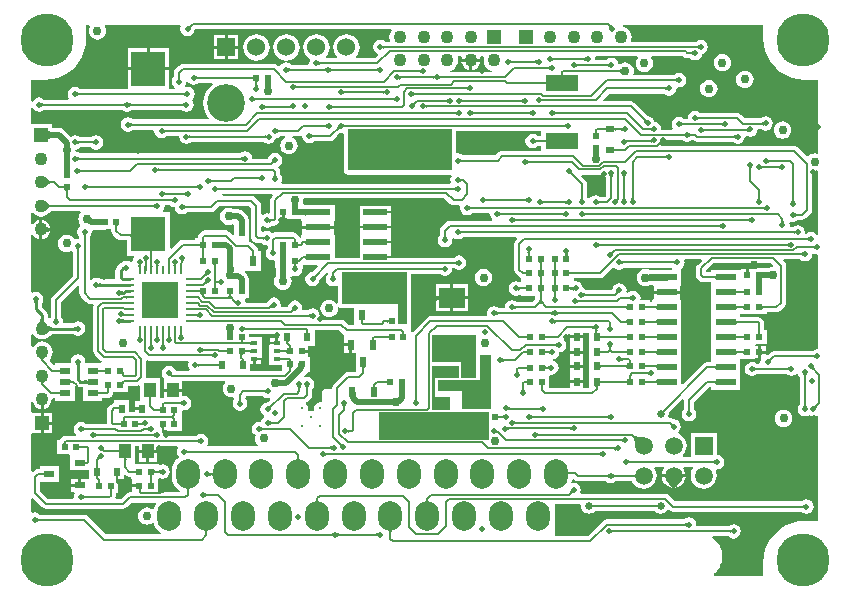
<source format=gbl>
G04*
G04 #@! TF.GenerationSoftware,Altium Limited,Altium Designer,21.9.2 (33)*
G04*
G04 Layer_Physical_Order=4*
G04 Layer_Color=16711680*
%FSLAX43Y43*%
%MOMM*%
G71*
G04*
G04 #@! TF.SameCoordinates,9D24D331-474F-48DA-8462-8B92FA671CE3*
G04*
G04*
G04 #@! TF.FilePolarity,Positive*
G04*
G01*
G75*
%ADD10C,0.254*%
%ADD11C,0.508*%
%ADD18C,0.152*%
%ADD26R,0.600X0.500*%
%ADD29R,0.600X0.950*%
%ADD30R,0.500X0.600*%
%ADD31R,2.150X0.600*%
%ADD37R,0.600X0.800*%
%ADD44R,0.950X0.600*%
%ADD47R,1.000X1.300*%
%ADD83O,2.000X2.500*%
%ADD84C,4.500*%
%ADD85C,3.200*%
%ADD86C,1.100*%
%ADD87R,1.150X1.150*%
%ADD88O,2.000X2.500*%
%ADD89C,1.524*%
%ADD90R,1.524X1.524*%
%ADD91C,1.500*%
%ADD92R,1.500X1.500*%
%ADD93R,1.150X1.150*%
%ADD94C,0.508*%
%ADD95C,0.762*%
%ADD96C,0.300*%
%ADD97C,0.660*%
%ADD98C,0.660*%
%ADD110R,1.750X0.600*%
%ADD111R,2.160X1.780*%
%ADD112R,2.800X1.400*%
%ADD113R,0.600X0.420*%
%ADD114R,0.800X0.600*%
%ADD115R,3.000X3.000*%
%ADD116R,0.650X0.250*%
%ADD117R,0.250X0.650*%
%ADD118R,3.100X3.100*%
G36*
X50678Y48326D02*
X50696Y48312D01*
X50715Y48300D01*
X50735Y48290D01*
X50757Y48281D01*
X50780Y48274D01*
X50804Y48268D01*
X50829Y48264D01*
X50856Y48262D01*
X50884Y48262D01*
X50632Y48010D01*
X50632Y48038D01*
X50629Y48065D01*
X50626Y48090D01*
X50620Y48114D01*
X50613Y48137D01*
X50604Y48159D01*
X50594Y48179D01*
X50582Y48198D01*
X50568Y48216D01*
X50553Y48233D01*
X50661Y48341D01*
X50678Y48326D01*
D02*
G37*
G36*
X15248Y48199D02*
X15233Y48182D01*
X15219Y48164D01*
X15207Y48145D01*
X15197Y48125D01*
X15188Y48103D01*
X15181Y48080D01*
X15176Y48056D01*
X15172Y48031D01*
X15170Y48004D01*
X15169Y47976D01*
X14918Y48228D01*
X14945Y48228D01*
X14972Y48230D01*
X14997Y48234D01*
X15022Y48240D01*
X15044Y48247D01*
X15066Y48255D01*
X15086Y48266D01*
X15106Y48278D01*
X15124Y48291D01*
X15140Y48307D01*
X15248Y48199D01*
D02*
G37*
G36*
X14341Y48181D02*
X14299Y47974D01*
X14346Y47738D01*
X14480Y47538D01*
X14679Y47405D01*
X14915Y47358D01*
X15151Y47405D01*
X15351Y47538D01*
X15484Y47738D01*
X15531Y47973D01*
X32122D01*
X32185Y47846D01*
X32114Y47754D01*
X32023Y47535D01*
X31992Y47300D01*
X32023Y47065D01*
X32063Y46969D01*
X31992Y46863D01*
X31694D01*
X31687Y46874D01*
X31488Y47007D01*
X31252Y47054D01*
X31016Y47007D01*
X30816Y46874D01*
X30683Y46674D01*
X30636Y46438D01*
X30683Y46203D01*
X30816Y46003D01*
X31016Y45869D01*
X31032Y45866D01*
X31069Y45745D01*
X30818Y45494D01*
X29192D01*
X29164Y45621D01*
X29331Y45839D01*
X29443Y46110D01*
X29482Y46400D01*
X29443Y46690D01*
X29331Y46961D01*
X29153Y47193D01*
X28921Y47371D01*
X28650Y47483D01*
X28360Y47522D01*
X28070Y47483D01*
X27799Y47371D01*
X27567Y47193D01*
X27389Y46961D01*
X27277Y46690D01*
X27238Y46400D01*
X27277Y46110D01*
X27389Y45839D01*
X27556Y45621D01*
X27528Y45494D01*
X26652D01*
X26624Y45621D01*
X26791Y45839D01*
X26903Y46110D01*
X26942Y46400D01*
X26903Y46690D01*
X26791Y46961D01*
X26613Y47193D01*
X26381Y47371D01*
X26110Y47483D01*
X25820Y47522D01*
X25530Y47483D01*
X25259Y47371D01*
X25027Y47193D01*
X24849Y46961D01*
X24737Y46690D01*
X24698Y46400D01*
X24737Y46110D01*
X24849Y45839D01*
X25027Y45607D01*
X25259Y45429D01*
X25284Y45349D01*
X25248Y45295D01*
X25201Y45059D01*
X25201Y45058D01*
X25120Y44960D01*
X23713D01*
X23712Y44961D01*
X23512Y45094D01*
X23277Y45141D01*
X23041Y45094D01*
X22841Y44961D01*
X22749Y44823D01*
X22595Y44797D01*
X22525Y44867D01*
X22384Y44961D01*
X22218Y44994D01*
X14513D01*
X14347Y44961D01*
X14206Y44867D01*
X13884Y44545D01*
X13790Y44404D01*
X13757Y44237D01*
Y43948D01*
X13756Y43947D01*
X13622Y43747D01*
X13575Y43512D01*
X13622Y43276D01*
X13756Y43076D01*
X13853Y43011D01*
X13815Y42884D01*
X13354D01*
Y44473D01*
X11600D01*
X10106D01*
Y44448D01*
X10105Y44462D01*
X10101Y44473D01*
X9846D01*
Y42884D01*
X5832D01*
X5832Y42884D01*
X5632Y43018D01*
X5397Y43065D01*
X5161Y43018D01*
X4961Y42884D01*
X4828Y42685D01*
X4781Y42449D01*
X4828Y42213D01*
X4890Y42120D01*
X4822Y41993D01*
X2801D01*
X2801Y41994D01*
X2601Y42127D01*
X2365Y42174D01*
X2130Y42127D01*
X1930Y41994D01*
X1819Y41827D01*
X1692Y41866D01*
Y43679D01*
X2831D01*
Y43676D01*
X3377Y43719D01*
X3909Y43847D01*
X4415Y44057D01*
X4882Y44343D01*
X5105Y44534D01*
X5185Y44549D01*
X5343Y44655D01*
X5346Y44658D01*
X5451Y44816D01*
X5467Y44895D01*
X5658Y45118D01*
X5944Y45585D01*
X6153Y46091D01*
X6281Y46624D01*
X6324Y47170D01*
X6322D01*
Y48308D01*
X6605D01*
X6661Y48195D01*
X6648Y48176D01*
X6574Y47999D01*
X6549Y47808D01*
X6574Y47617D01*
X6648Y47439D01*
X6765Y47286D01*
X6917Y47169D01*
X7095Y47096D01*
X7286Y47070D01*
X7477Y47096D01*
X7655Y47169D01*
X7807Y47286D01*
X7925Y47439D01*
X7998Y47617D01*
X8023Y47808D01*
X7998Y47999D01*
X7925Y48176D01*
X7911Y48195D01*
X7967Y48308D01*
X14271D01*
X14341Y48181D01*
D02*
G37*
G36*
X31459Y46589D02*
X31479Y46572D01*
X31498Y46556D01*
X31519Y46543D01*
X31540Y46531D01*
X31561Y46522D01*
X31582Y46514D01*
X31604Y46509D01*
X31627Y46506D01*
X31649Y46505D01*
X31643Y46353D01*
X31621Y46352D01*
X31599Y46349D01*
X31577Y46344D01*
X31555Y46337D01*
X31533Y46328D01*
X31511Y46317D01*
X31490Y46304D01*
X31469Y46289D01*
X31447Y46273D01*
X31426Y46254D01*
X31440Y46609D01*
X31459Y46589D01*
D02*
G37*
G36*
X58181Y46251D02*
X58161Y46270D01*
X58140Y46288D01*
X58120Y46303D01*
X58099Y46316D01*
X58077Y46327D01*
X58056Y46336D01*
X58034Y46344D01*
X58012Y46349D01*
X57990Y46352D01*
X57967Y46353D01*
Y46505D01*
X57990Y46506D01*
X58012Y46509D01*
X58034Y46514D01*
X58056Y46521D01*
X58077Y46530D01*
X58099Y46542D01*
X58120Y46555D01*
X58140Y46570D01*
X58161Y46587D01*
X58181Y46607D01*
Y46251D01*
D02*
G37*
G36*
X57685Y45745D02*
X57665Y45764D01*
X57645Y45781D01*
X57624Y45796D01*
X57603Y45810D01*
X57582Y45821D01*
X57561Y45830D01*
X57539Y45837D01*
X57517Y45842D01*
X57494Y45845D01*
X57472Y45846D01*
Y45999D01*
X57494Y46000D01*
X57517Y46003D01*
X57539Y46008D01*
X57561Y46015D01*
X57582Y46024D01*
X57603Y46035D01*
X57624Y46048D01*
X57645Y46064D01*
X57665Y46081D01*
X57685Y46100D01*
Y45745D01*
D02*
G37*
G36*
X40001Y45573D02*
X40021Y45517D01*
X39992Y45300D01*
X40023Y45065D01*
X40114Y44846D01*
X40258Y44658D01*
X40446Y44514D01*
X40665Y44423D01*
X40641Y44302D01*
X37159D01*
X37135Y44423D01*
X37354Y44514D01*
X37542Y44658D01*
X37686Y44846D01*
X37777Y45065D01*
X37808Y45300D01*
X37779Y45517D01*
X37799Y45573D01*
X37846Y45644D01*
X38058D01*
X38129Y45538D01*
X38117Y45510D01*
X38106Y45427D01*
X39694D01*
X39683Y45510D01*
X39671Y45538D01*
X39742Y45644D01*
X39954D01*
X40001Y45573D01*
D02*
G37*
G36*
X63678Y47170D02*
X63676D01*
X63719Y46624D01*
X63847Y46091D01*
X64056Y45585D01*
X64342Y45118D01*
X64621Y44792D01*
X64698Y44702D01*
X64698Y44702D01*
X64701Y44699D01*
X64701Y44699D01*
X65118Y44343D01*
X65585Y44057D01*
X66091Y43847D01*
X66623Y43719D01*
X67169Y43676D01*
Y43679D01*
X68308D01*
Y37486D01*
X68218Y37425D01*
X68181Y37421D01*
X68000Y37445D01*
X67809Y37420D01*
X67631Y37346D01*
X67479Y37229D01*
X67451Y37193D01*
X67324Y37185D01*
X66552Y37957D01*
X66411Y38051D01*
X66245Y38084D01*
X54984D01*
X54920Y38204D01*
X54911Y38195D01*
X54803Y38303D01*
X54818Y38319D01*
X54832Y38337D01*
X54844Y38357D01*
X54854Y38377D01*
X54863Y38399D01*
X54870Y38422D01*
X54875Y38446D01*
X54879Y38471D01*
X54881Y38498D01*
X54882Y38525D01*
X54995Y38412D01*
X55018Y38528D01*
X55057Y38576D01*
X56789D01*
X56790Y38575D01*
X56989Y38442D01*
X57225Y38395D01*
X57461Y38442D01*
X57660Y38575D01*
X57774Y38543D01*
X57774Y38543D01*
X57915Y38449D01*
X58082Y38415D01*
X61064D01*
X61065Y38415D01*
X61264Y38281D01*
X61500Y38234D01*
X61736Y38281D01*
X61935Y38415D01*
X62069Y38614D01*
X62116Y38850D01*
X62115Y38853D01*
X62166Y38916D01*
X62226Y38947D01*
X62228Y38947D01*
X62231Y38946D01*
X62262Y38931D01*
X62280Y38922D01*
X62294Y38917D01*
X62336Y38889D01*
X62572Y38842D01*
X62807Y38889D01*
X63007Y39023D01*
X63141Y39223D01*
X63188Y39458D01*
X63245Y39528D01*
X63428D01*
X63624Y39397D01*
X63860Y39350D01*
X64096Y39397D01*
X64296Y39530D01*
X64429Y39730D01*
X64476Y39966D01*
X64429Y40201D01*
X64296Y40401D01*
X64096Y40535D01*
X63860Y40582D01*
X63624Y40535D01*
X63425Y40401D01*
X63422Y40397D01*
X62109D01*
X61784Y40723D01*
X61643Y40817D01*
X61476Y40850D01*
X58299D01*
X58299Y40851D01*
X58099Y40984D01*
X57863Y41031D01*
X57628Y40984D01*
X57428Y40851D01*
X57294Y40651D01*
X57247Y40416D01*
X57195Y40351D01*
X56974D01*
X56971Y40356D01*
X56771Y40489D01*
X56536Y40536D01*
X56300Y40489D01*
X56100Y40356D01*
X55967Y40156D01*
X55920Y39920D01*
X55967Y39685D01*
X56042Y39572D01*
X55974Y39445D01*
X55081D01*
X55041Y39493D01*
X54994Y39729D01*
X54861Y39929D01*
X54661Y40062D01*
X54452Y40104D01*
X54429Y40217D01*
X54295Y40417D01*
X54096Y40551D01*
X53860Y40598D01*
X53859Y40597D01*
X52741Y41715D01*
X52600Y41809D01*
X52434Y41842D01*
X50116D01*
X50067Y41960D01*
X50606Y42499D01*
X55264D01*
X55265Y42498D01*
X55464Y42364D01*
X55700Y42318D01*
X55936Y42364D01*
X56136Y42498D01*
X56269Y42698D01*
X56316Y42933D01*
X56316Y42935D01*
X56424Y43043D01*
X56532Y43021D01*
X56768Y43068D01*
X56968Y43202D01*
X57101Y43402D01*
X57148Y43637D01*
X57101Y43873D01*
X56968Y44073D01*
X56768Y44206D01*
X56532Y44253D01*
X56297Y44206D01*
X56097Y44073D01*
X56096Y44072D01*
X52739D01*
X52669Y44177D01*
X52683Y44213D01*
X52709Y44404D01*
X52683Y44594D01*
X52610Y44772D01*
X52493Y44925D01*
X52340Y45042D01*
X52162Y45116D01*
X51971Y45141D01*
X51780Y45116D01*
X51603Y45042D01*
X51528Y44985D01*
X51389Y45037D01*
X51388Y45039D01*
X51369Y45136D01*
X51235Y45335D01*
X51036Y45469D01*
X50800Y45516D01*
X50564Y45469D01*
X50365Y45335D01*
X50364Y45335D01*
X49470D01*
X49416Y45400D01*
X49393Y45517D01*
X49497Y45644D01*
X52949D01*
X53012Y45517D01*
X52948Y45433D01*
X52874Y45256D01*
X52849Y45065D01*
X52874Y44874D01*
X52948Y44696D01*
X53065Y44543D01*
X53217Y44426D01*
X53395Y44353D01*
X53586Y44327D01*
X53777Y44353D01*
X53955Y44426D01*
X54107Y44543D01*
X54225Y44696D01*
X54298Y44874D01*
X54323Y45065D01*
X54298Y45256D01*
X54225Y45433D01*
X54160Y45517D01*
X54223Y45644D01*
X56903D01*
X56931Y45615D01*
X57072Y45521D01*
X57239Y45488D01*
X57431D01*
X57431Y45487D01*
X57631Y45353D01*
X57867Y45307D01*
X58102Y45353D01*
X58302Y45487D01*
X58436Y45687D01*
X58465Y45833D01*
X58598Y45860D01*
X58797Y45993D01*
X58931Y46193D01*
X58978Y46429D01*
X58931Y46665D01*
X58797Y46864D01*
X58598Y46998D01*
X58362Y47045D01*
X58126Y46998D01*
X57927Y46864D01*
X57926Y46863D01*
X52508D01*
X52437Y46969D01*
X52477Y47065D01*
X52508Y47300D01*
X52477Y47535D01*
X52386Y47754D01*
X52242Y47942D01*
X52054Y48086D01*
X51835Y48177D01*
X51800Y48181D01*
X51808Y48308D01*
X63678D01*
Y47170D01*
D02*
G37*
G36*
X45798Y45559D02*
X45818Y45542D01*
X45838Y45526D01*
X45859Y45513D01*
X45880Y45502D01*
X45901Y45493D01*
X45923Y45485D01*
X45945Y45480D01*
X45967Y45477D01*
X45990Y45476D01*
X45988Y45324D01*
X45965Y45323D01*
X45943Y45320D01*
X45921Y45315D01*
X45899Y45308D01*
X45877Y45299D01*
X45856Y45288D01*
X45835Y45275D01*
X45814Y45259D01*
X45793Y45242D01*
X45773Y45223D01*
X45778Y45579D01*
X45798Y45559D01*
D02*
G37*
G36*
X48619Y45222D02*
X48599Y45242D01*
X48578Y45259D01*
X48558Y45274D01*
X48537Y45287D01*
X48515Y45298D01*
X48494Y45308D01*
X48472Y45315D01*
X48450Y45320D01*
X48428Y45323D01*
X48405Y45324D01*
Y45476D01*
X48428Y45477D01*
X48450Y45480D01*
X48472Y45485D01*
X48494Y45492D01*
X48515Y45502D01*
X48537Y45513D01*
X48558Y45526D01*
X48578Y45541D01*
X48599Y45558D01*
X48619Y45578D01*
Y45222D01*
D02*
G37*
G36*
X44473Y45024D02*
X44453Y45044D01*
X44433Y45061D01*
X44412Y45076D01*
X44391Y45089D01*
X44370Y45100D01*
X44349Y45110D01*
X44327Y45117D01*
X44305Y45122D01*
X44282Y45125D01*
X44260Y45126D01*
Y45278D01*
X44282Y45279D01*
X44305Y45282D01*
X44327Y45287D01*
X44349Y45295D01*
X44370Y45304D01*
X44391Y45315D01*
X44412Y45328D01*
X44433Y45343D01*
X44453Y45361D01*
X44473Y45380D01*
Y45024D01*
D02*
G37*
G36*
X42235Y45361D02*
X42255Y45343D01*
X42276Y45328D01*
X42297Y45315D01*
X42318Y45304D01*
X42339Y45295D01*
X42361Y45287D01*
X42383Y45282D01*
X42406Y45279D01*
X42428Y45278D01*
Y45126D01*
X42406Y45125D01*
X42383Y45122D01*
X42361Y45117D01*
X42339Y45110D01*
X42318Y45100D01*
X42297Y45089D01*
X42276Y45076D01*
X42255Y45061D01*
X42235Y45044D01*
X42215Y45024D01*
Y45380D01*
X42235Y45361D01*
D02*
G37*
G36*
X26018Y45218D02*
X26038Y45200D01*
X26059Y45185D01*
X26080Y45172D01*
X26101Y45161D01*
X26123Y45152D01*
X26144Y45145D01*
X26166Y45139D01*
X26189Y45136D01*
X26211Y45135D01*
Y44983D01*
X26189Y44982D01*
X26166Y44979D01*
X26144Y44974D01*
X26123Y44967D01*
X26101Y44958D01*
X26080Y44946D01*
X26059Y44933D01*
X26038Y44918D01*
X26018Y44901D01*
X25998Y44881D01*
Y45237D01*
X26018Y45218D01*
D02*
G37*
G36*
X47803Y45059D02*
X47824Y45042D01*
X47844Y45026D01*
X47865Y45013D01*
X47886Y45002D01*
X47907Y44993D01*
X47929Y44985D01*
X47951Y44980D01*
X47973Y44977D01*
X47996Y44976D01*
X47994Y44824D01*
X47971Y44823D01*
X47949Y44820D01*
X47927Y44815D01*
X47905Y44808D01*
X47883Y44799D01*
X47862Y44788D01*
X47841Y44775D01*
X47820Y44759D01*
X47799Y44742D01*
X47779Y44723D01*
X47784Y45079D01*
X47803Y45059D01*
D02*
G37*
G36*
X50619Y44722D02*
X50599Y44742D01*
X50578Y44759D01*
X50558Y44774D01*
X50537Y44787D01*
X50515Y44798D01*
X50494Y44808D01*
X50472Y44815D01*
X50450Y44820D01*
X50428Y44823D01*
X50405Y44824D01*
Y44976D01*
X50428Y44977D01*
X50450Y44980D01*
X50472Y44985D01*
X50494Y44992D01*
X50515Y45002D01*
X50537Y45013D01*
X50558Y45026D01*
X50578Y45041D01*
X50599Y45058D01*
X50619Y45078D01*
Y44722D01*
D02*
G37*
G36*
X45585Y44484D02*
X45565Y44504D01*
X45545Y44521D01*
X45524Y44536D01*
X45503Y44549D01*
X45482Y44561D01*
X45460Y44570D01*
X45439Y44577D01*
X45417Y44582D01*
X45394Y44585D01*
X45372Y44586D01*
Y44738D01*
X45394Y44739D01*
X45417Y44742D01*
X45439Y44748D01*
X45460Y44755D01*
X45482Y44764D01*
X45503Y44775D01*
X45524Y44788D01*
X45545Y44803D01*
X45565Y44821D01*
X45585Y44840D01*
Y44484D01*
D02*
G37*
G36*
X31073Y44352D02*
X31052Y44371D01*
X31032Y44388D01*
X31011Y44403D01*
X30990Y44416D01*
X30969Y44427D01*
X30947Y44436D01*
X30925Y44443D01*
X30903Y44448D01*
X30881Y44451D01*
X30858Y44452D01*
X30856Y44605D01*
X30879Y44606D01*
X30901Y44609D01*
X30923Y44614D01*
X30945Y44621D01*
X30966Y44631D01*
X30987Y44642D01*
X31008Y44655D01*
X31028Y44671D01*
X31048Y44688D01*
X31068Y44707D01*
X31073Y44352D01*
D02*
G37*
G36*
X27020Y44687D02*
X27040Y44670D01*
X27061Y44655D01*
X27082Y44641D01*
X27103Y44630D01*
X27124Y44621D01*
X27146Y44614D01*
X27168Y44609D01*
X27190Y44606D01*
X27213Y44605D01*
Y44452D01*
X27190Y44451D01*
X27168Y44448D01*
X27146Y44443D01*
X27124Y44436D01*
X27103Y44427D01*
X27082Y44416D01*
X27061Y44403D01*
X27040Y44387D01*
X27020Y44370D01*
X27000Y44351D01*
Y44706D01*
X27020Y44687D01*
D02*
G37*
G36*
X26639Y44348D02*
X26619Y44368D01*
X26598Y44385D01*
X26577Y44400D01*
X26556Y44413D01*
X26535Y44424D01*
X26513Y44433D01*
X26492Y44440D01*
X26469Y44445D01*
X26447Y44448D01*
X26425Y44449D01*
X26422Y44602D01*
X26445Y44603D01*
X26467Y44606D01*
X26490Y44611D01*
X26511Y44618D01*
X26533Y44627D01*
X26554Y44638D01*
X26574Y44652D01*
X26595Y44667D01*
X26615Y44685D01*
X26634Y44704D01*
X26639Y44348D01*
D02*
G37*
G36*
X23478Y44684D02*
X23498Y44667D01*
X23519Y44651D01*
X23540Y44638D01*
X23561Y44627D01*
X23583Y44618D01*
X23604Y44611D01*
X23626Y44606D01*
X23649Y44603D01*
X23671Y44602D01*
Y44449D01*
X23649Y44448D01*
X23626Y44445D01*
X23604Y44440D01*
X23583Y44433D01*
X23561Y44424D01*
X23540Y44413D01*
X23519Y44399D01*
X23498Y44384D01*
X23478Y44367D01*
X23458Y44347D01*
Y44703D01*
X23478Y44684D01*
D02*
G37*
G36*
X34708Y44197D02*
X34688Y44216D01*
X34668Y44234D01*
X34647Y44249D01*
X34626Y44262D01*
X34605Y44273D01*
X34584Y44282D01*
X34562Y44289D01*
X34540Y44295D01*
X34518Y44298D01*
X34495Y44299D01*
Y44451D01*
X34518Y44452D01*
X34540Y44455D01*
X34562Y44460D01*
X34584Y44467D01*
X34605Y44476D01*
X34626Y44488D01*
X34647Y44501D01*
X34668Y44516D01*
X34688Y44533D01*
X34708Y44553D01*
Y44197D01*
D02*
G37*
G36*
X51699Y44137D02*
X51662Y44173D01*
X51591Y44234D01*
X51557Y44259D01*
X51523Y44280D01*
X51491Y44297D01*
X51459Y44310D01*
X51428Y44320D01*
X51398Y44326D01*
X51369Y44327D01*
Y44480D01*
X51398Y44482D01*
X51428Y44487D01*
X51459Y44497D01*
X51491Y44510D01*
X51523Y44527D01*
X51557Y44548D01*
X51591Y44573D01*
X51626Y44602D01*
X51699Y44670D01*
Y44137D01*
D02*
G37*
G36*
X46671Y44192D02*
X46673Y44165D01*
X46677Y44142D01*
X46682Y44122D01*
X46689Y44104D01*
X46698Y44090D01*
X46707Y44080D01*
X46719Y44072D01*
X46732Y44067D01*
X46746Y44066D01*
X46442D01*
X46456Y44067D01*
X46469Y44072D01*
X46480Y44080D01*
X46490Y44090D01*
X46499Y44104D01*
X46506Y44122D01*
X46511Y44142D01*
X46515Y44165D01*
X46517Y44192D01*
X46518Y44221D01*
X46670D01*
X46671Y44192D01*
D02*
G37*
G36*
X20446Y43695D02*
X20445Y43710D01*
X20440Y43723D01*
X20432Y43734D01*
X20421Y43744D01*
X20407Y43753D01*
X20390Y43759D01*
X20370Y43765D01*
X20347Y43769D01*
X20320Y43771D01*
X20291Y43772D01*
Y43924D01*
X20320Y43925D01*
X20347Y43927D01*
X20370Y43931D01*
X20390Y43936D01*
X20407Y43943D01*
X20421Y43951D01*
X20432Y43961D01*
X20440Y43973D01*
X20445Y43986D01*
X20446Y44000D01*
Y43695D01*
D02*
G37*
G36*
X14268Y43884D02*
X14271Y43861D01*
X14276Y43839D01*
X14284Y43818D01*
X14293Y43796D01*
X14304Y43775D01*
X14317Y43754D01*
X14332Y43734D01*
X14350Y43713D01*
X14369Y43693D01*
X14013D01*
X14033Y43713D01*
X14050Y43734D01*
X14065Y43754D01*
X14078Y43775D01*
X14089Y43796D01*
X14099Y43818D01*
X14106Y43839D01*
X14111Y43861D01*
X14114Y43884D01*
X14115Y43906D01*
X14267D01*
X14268Y43884D01*
D02*
G37*
G36*
X36205Y44026D02*
X36225Y44008D01*
X36246Y43993D01*
X36267Y43980D01*
X36288Y43969D01*
X36309Y43960D01*
X36331Y43953D01*
X36353Y43948D01*
X36375Y43944D01*
X36398Y43943D01*
Y43791D01*
X36375Y43790D01*
X36353Y43787D01*
X36331Y43782D01*
X36309Y43775D01*
X36288Y43766D01*
X36267Y43755D01*
X36246Y43741D01*
X36225Y43726D01*
X36205Y43709D01*
X36185Y43689D01*
Y44045D01*
X36205Y44026D01*
D02*
G37*
G36*
X35822Y43689D02*
X35802Y43709D01*
X35781Y43726D01*
X35761Y43741D01*
X35740Y43755D01*
X35719Y43766D01*
X35697Y43775D01*
X35675Y43782D01*
X35653Y43787D01*
X35631Y43790D01*
X35608Y43791D01*
Y43943D01*
X35631Y43944D01*
X35653Y43948D01*
X35675Y43953D01*
X35697Y43960D01*
X35719Y43969D01*
X35740Y43980D01*
X35761Y43993D01*
X35781Y44008D01*
X35802Y44026D01*
X35822Y44045D01*
Y43689D01*
D02*
G37*
G36*
X32866Y44025D02*
X32886Y44008D01*
X32907Y43993D01*
X32928Y43980D01*
X32949Y43969D01*
X32971Y43960D01*
X32992Y43953D01*
X33015Y43948D01*
X33037Y43944D01*
X33059Y43943D01*
X33061Y43791D01*
X33038Y43790D01*
X33016Y43787D01*
X32994Y43782D01*
X32972Y43775D01*
X32951Y43766D01*
X32930Y43754D01*
X32909Y43741D01*
X32888Y43726D01*
X32868Y43708D01*
X32848Y43689D01*
X32845Y44044D01*
X32866Y44025D01*
D02*
G37*
G36*
X15637Y44006D02*
X15657Y43989D01*
X15678Y43974D01*
X15699Y43961D01*
X15720Y43949D01*
X15742Y43940D01*
X15763Y43933D01*
X15785Y43928D01*
X15808Y43925D01*
X15830Y43924D01*
Y43772D01*
X15808Y43771D01*
X15785Y43768D01*
X15763Y43762D01*
X15742Y43755D01*
X15720Y43746D01*
X15699Y43735D01*
X15678Y43722D01*
X15657Y43707D01*
X15637Y43689D01*
X15617Y43670D01*
Y44026D01*
X15637Y44006D01*
D02*
G37*
G36*
X56351Y43459D02*
X56331Y43479D01*
X56310Y43496D01*
X56290Y43511D01*
X56269Y43524D01*
X56248Y43536D01*
X56226Y43545D01*
X56204Y43552D01*
X56182Y43557D01*
X56160Y43560D01*
X56138Y43561D01*
Y43713D01*
X56160Y43714D01*
X56182Y43718D01*
X56204Y43723D01*
X56226Y43730D01*
X56248Y43739D01*
X56269Y43750D01*
X56290Y43763D01*
X56310Y43778D01*
X56331Y43796D01*
X56351Y43815D01*
Y43459D01*
D02*
G37*
G36*
X20878Y43552D02*
X20865Y43547D01*
X20854Y43539D01*
X20844Y43529D01*
X20835Y43515D01*
X20828Y43498D01*
X20823Y43478D01*
X20819Y43456D01*
X20817Y43430D01*
X20816Y43401D01*
X20664D01*
X20663Y43430D01*
X20661Y43456D01*
X20657Y43478D01*
X20652Y43498D01*
X20645Y43515D01*
X20636Y43529D01*
X20626Y43539D01*
X20615Y43547D01*
X20602Y43552D01*
X20588Y43553D01*
X20892D01*
X20878Y43552D01*
D02*
G37*
G36*
X45197Y43219D02*
X45195Y43234D01*
X45191Y43247D01*
X45183Y43258D01*
X45173Y43268D01*
X45159Y43276D01*
X45142Y43283D01*
X45122Y43289D01*
X45099Y43292D01*
X45074Y43295D01*
X45045Y43296D01*
Y43448D01*
X45074Y43449D01*
X45099Y43451D01*
X45122Y43455D01*
X45142Y43460D01*
X45159Y43467D01*
X45173Y43475D01*
X45183Y43485D01*
X45191Y43497D01*
X45195Y43510D01*
X45197Y43524D01*
Y43219D01*
D02*
G37*
G36*
X20816Y43310D02*
X20817Y43287D01*
X20820Y43265D01*
X20825Y43243D01*
X20832Y43221D01*
X20841Y43199D01*
X20852Y43178D01*
X20865Y43157D01*
X20881Y43136D01*
X20898Y43115D01*
X20917Y43095D01*
X20561Y43100D01*
X20581Y43119D01*
X20598Y43139D01*
X20614Y43160D01*
X20627Y43181D01*
X20638Y43202D01*
X20647Y43223D01*
X20655Y43245D01*
X20660Y43267D01*
X20663Y43289D01*
X20664Y43312D01*
X20816Y43310D01*
D02*
G37*
G36*
X22029Y43548D02*
X22022Y43533D01*
X22015Y43507D01*
X22010Y43472D01*
X22001Y43370D01*
X21997Y43203D01*
X22008Y43002D01*
X21474Y43001D01*
X21476Y43006D01*
X21479Y43015D01*
X21480Y43028D01*
X21484Y43067D01*
X21486Y43154D01*
X21465Y43507D01*
X21459Y43533D01*
X21451Y43548D01*
X21443Y43553D01*
X22037D01*
X22029Y43548D01*
D02*
G37*
G36*
X24033Y43226D02*
X24082Y43200D01*
X24106Y43190D01*
X24153Y43174D01*
X24175Y43168D01*
X24197Y43165D01*
X24219Y43162D01*
X24240Y43161D01*
X24279Y43009D01*
X24256Y43008D01*
X24233Y43004D01*
X24212Y42999D01*
X24191Y42991D01*
X24172Y42980D01*
X24154Y42968D01*
X24137Y42953D01*
X24120Y42936D01*
X24105Y42917D01*
X24091Y42895D01*
X24008Y43241D01*
X24033Y43226D01*
D02*
G37*
G36*
X38663Y42781D02*
X38643Y42800D01*
X38623Y42817D01*
X38602Y42833D01*
X38581Y42846D01*
X38560Y42857D01*
X38539Y42866D01*
X38517Y42873D01*
X38495Y42878D01*
X38473Y42881D01*
X38450Y42882D01*
Y43035D01*
X38473Y43036D01*
X38495Y43039D01*
X38517Y43044D01*
X38539Y43051D01*
X38560Y43060D01*
X38581Y43071D01*
X38602Y43085D01*
X38623Y43100D01*
X38643Y43117D01*
X38663Y43136D01*
Y42781D01*
D02*
G37*
G36*
X55519Y42756D02*
X55499Y42775D01*
X55478Y42792D01*
X55458Y42807D01*
X55437Y42821D01*
X55416Y42832D01*
X55394Y42841D01*
X55372Y42848D01*
X55350Y42853D01*
X55328Y42856D01*
X55305Y42857D01*
Y43010D01*
X55328Y43011D01*
X55350Y43014D01*
X55372Y43019D01*
X55394Y43026D01*
X55416Y43035D01*
X55437Y43046D01*
X55458Y43059D01*
X55478Y43075D01*
X55499Y43092D01*
X55519Y43111D01*
Y42756D01*
D02*
G37*
G36*
X31584Y42425D02*
X31564Y42444D01*
X31544Y42461D01*
X31523Y42477D01*
X31503Y42490D01*
X31481Y42501D01*
X31460Y42510D01*
X31438Y42517D01*
X31416Y42522D01*
X31394Y42525D01*
X31371Y42526D01*
Y42679D01*
X31394Y42680D01*
X31416Y42683D01*
X31438Y42688D01*
X31460Y42695D01*
X31481Y42704D01*
X31503Y42715D01*
X31523Y42729D01*
X31544Y42744D01*
X31564Y42761D01*
X31584Y42780D01*
Y42425D01*
D02*
G37*
G36*
X28071Y42761D02*
X28092Y42744D01*
X28112Y42729D01*
X28133Y42715D01*
X28154Y42704D01*
X28176Y42695D01*
X28198Y42688D01*
X28220Y42683D01*
X28242Y42680D01*
X28265Y42679D01*
Y42526D01*
X28242Y42525D01*
X28220Y42522D01*
X28198Y42517D01*
X28176Y42510D01*
X28154Y42501D01*
X28133Y42490D01*
X28112Y42477D01*
X28092Y42461D01*
X28071Y42444D01*
X28051Y42425D01*
Y42780D01*
X28071Y42761D01*
D02*
G37*
G36*
X34058Y42635D02*
X34079Y42617D01*
X34099Y42602D01*
X34120Y42589D01*
X34142Y42578D01*
X34163Y42568D01*
X34185Y42561D01*
X34207Y42556D01*
X34229Y42553D01*
X34252Y42552D01*
Y42400D01*
X34229Y42399D01*
X34207Y42396D01*
X34185Y42391D01*
X34163Y42384D01*
X34142Y42374D01*
X34120Y42363D01*
X34099Y42350D01*
X34079Y42335D01*
X34058Y42318D01*
X34038Y42298D01*
Y42654D01*
X34058Y42635D01*
D02*
G37*
G36*
X14727Y42272D02*
X14707Y42291D01*
X14687Y42308D01*
X14666Y42324D01*
X14645Y42337D01*
X14624Y42348D01*
X14603Y42357D01*
X14581Y42364D01*
X14559Y42369D01*
X14537Y42372D01*
X14514Y42373D01*
Y42526D01*
X14537Y42527D01*
X14559Y42530D01*
X14581Y42535D01*
X14603Y42542D01*
X14624Y42551D01*
X14645Y42562D01*
X14666Y42575D01*
X14687Y42591D01*
X14707Y42608D01*
X14727Y42627D01*
Y42272D01*
D02*
G37*
G36*
X5598Y42608D02*
X5618Y42591D01*
X5639Y42575D01*
X5660Y42562D01*
X5681Y42551D01*
X5702Y42542D01*
X5724Y42535D01*
X5746Y42530D01*
X5768Y42527D01*
X5791Y42526D01*
X5791Y42373D01*
X5769Y42372D01*
X5747Y42369D01*
X5724Y42364D01*
X5703Y42357D01*
X5681Y42348D01*
X5660Y42337D01*
X5639Y42323D01*
X5619Y42308D01*
X5598Y42291D01*
X5578Y42272D01*
X5578Y42627D01*
X5598Y42608D01*
D02*
G37*
G36*
X32483Y41840D02*
X32463Y41859D01*
X32442Y41876D01*
X32421Y41891D01*
X32400Y41904D01*
X32379Y41915D01*
X32357Y41924D01*
X32335Y41931D01*
X32313Y41936D01*
X32291Y41939D01*
X32268Y41940D01*
X32266Y42093D01*
X32289Y42094D01*
X32311Y42097D01*
X32333Y42102D01*
X32355Y42109D01*
X32376Y42118D01*
X32397Y42130D01*
X32418Y42143D01*
X32438Y42158D01*
X32458Y42176D01*
X32478Y42195D01*
X32483Y41840D01*
D02*
G37*
G36*
X20548Y42175D02*
X20569Y42158D01*
X20589Y42142D01*
X20610Y42129D01*
X20632Y42118D01*
X20653Y42109D01*
X20675Y42102D01*
X20697Y42097D01*
X20719Y42094D01*
X20742Y42093D01*
Y41940D01*
X20719Y41939D01*
X20697Y41936D01*
X20675Y41931D01*
X20653Y41924D01*
X20632Y41915D01*
X20610Y41904D01*
X20589Y41891D01*
X20569Y41875D01*
X20548Y41858D01*
X20528Y41839D01*
Y42194D01*
X20548Y42175D01*
D02*
G37*
G36*
X43312Y41716D02*
X43292Y41735D01*
X43271Y41753D01*
X43251Y41768D01*
X43230Y41781D01*
X43208Y41792D01*
X43187Y41801D01*
X43165Y41808D01*
X43143Y41814D01*
X43121Y41817D01*
X43098Y41818D01*
Y41970D01*
X43121Y41971D01*
X43143Y41974D01*
X43165Y41979D01*
X43187Y41986D01*
X43208Y41995D01*
X43230Y42007D01*
X43251Y42020D01*
X43271Y42035D01*
X43292Y42052D01*
X43312Y42072D01*
Y41716D01*
D02*
G37*
G36*
X38085Y42052D02*
X38106Y42035D01*
X38126Y42020D01*
X38147Y42007D01*
X38168Y41995D01*
X38190Y41986D01*
X38212Y41979D01*
X38234Y41974D01*
X38256Y41971D01*
X38279Y41970D01*
Y41818D01*
X38256Y41817D01*
X38234Y41814D01*
X38212Y41808D01*
X38190Y41801D01*
X38168Y41792D01*
X38147Y41781D01*
X38126Y41768D01*
X38106Y41753D01*
X38085Y41735D01*
X38065Y41716D01*
Y42072D01*
X38085Y42052D01*
D02*
G37*
G36*
X36947Y41714D02*
X36927Y41733D01*
X36906Y41750D01*
X36885Y41765D01*
X36864Y41778D01*
X36843Y41789D01*
X36821Y41798D01*
X36800Y41805D01*
X36778Y41810D01*
X36755Y41813D01*
X36733Y41814D01*
X36731Y41967D01*
X36753Y41968D01*
X36776Y41971D01*
X36798Y41976D01*
X36819Y41983D01*
X36841Y41992D01*
X36862Y42004D01*
X36882Y42017D01*
X36903Y42032D01*
X36923Y42050D01*
X36943Y42069D01*
X36947Y41714D01*
D02*
G37*
G36*
X34255Y41671D02*
X34240Y41655D01*
X34226Y41637D01*
X34214Y41618D01*
X34204Y41597D01*
X34195Y41576D01*
X34188Y41553D01*
X34182Y41529D01*
X34179Y41503D01*
X34176Y41477D01*
X34176Y41449D01*
X33924Y41700D01*
X33952Y41701D01*
X33979Y41703D01*
X34004Y41707D01*
X34028Y41712D01*
X34051Y41719D01*
X34073Y41728D01*
X34093Y41738D01*
X34113Y41750D01*
X34130Y41764D01*
X34147Y41779D01*
X34255Y41671D01*
D02*
G37*
G36*
X14641Y41381D02*
X14621Y41400D01*
X14600Y41417D01*
X14580Y41432D01*
X14559Y41446D01*
X14538Y41457D01*
X14516Y41466D01*
X14494Y41473D01*
X14472Y41478D01*
X14450Y41481D01*
X14427Y41482D01*
Y41634D01*
X14450Y41636D01*
X14472Y41639D01*
X14494Y41644D01*
X14516Y41651D01*
X14538Y41660D01*
X14559Y41671D01*
X14580Y41684D01*
X14600Y41700D01*
X14621Y41717D01*
X14641Y41736D01*
Y41381D01*
D02*
G37*
G36*
X10005Y41717D02*
X10025Y41700D01*
X10046Y41684D01*
X10067Y41671D01*
X10088Y41660D01*
X10109Y41651D01*
X10131Y41644D01*
X10153Y41639D01*
X10176Y41636D01*
X10198Y41634D01*
Y41482D01*
X10176Y41481D01*
X10153Y41478D01*
X10131Y41473D01*
X10109Y41466D01*
X10088Y41457D01*
X10067Y41446D01*
X10046Y41432D01*
X10025Y41417D01*
X10005Y41400D01*
X9985Y41381D01*
Y41736D01*
X10005Y41717D01*
D02*
G37*
G36*
X9622Y41381D02*
X9602Y41400D01*
X9582Y41417D01*
X9561Y41432D01*
X9540Y41446D01*
X9519Y41457D01*
X9497Y41466D01*
X9476Y41473D01*
X9454Y41478D01*
X9431Y41481D01*
X9409Y41482D01*
Y41634D01*
X9431Y41636D01*
X9454Y41639D01*
X9476Y41644D01*
X9497Y41651D01*
X9519Y41660D01*
X9540Y41671D01*
X9561Y41684D01*
X9582Y41700D01*
X9602Y41717D01*
X9622Y41736D01*
Y41381D01*
D02*
G37*
G36*
X2567Y41717D02*
X2587Y41700D01*
X2608Y41684D01*
X2629Y41671D01*
X2650Y41660D01*
X2671Y41651D01*
X2693Y41644D01*
X2715Y41639D01*
X2737Y41636D01*
X2760Y41634D01*
Y41482D01*
X2737Y41481D01*
X2715Y41478D01*
X2693Y41473D01*
X2671Y41466D01*
X2650Y41457D01*
X2629Y41446D01*
X2608Y41432D01*
X2587Y41417D01*
X2567Y41400D01*
X2547Y41381D01*
Y41736D01*
X2567Y41717D01*
D02*
G37*
G36*
X35088Y41566D02*
X35108Y41549D01*
X35129Y41534D01*
X35149Y41521D01*
X35171Y41509D01*
X35192Y41500D01*
X35214Y41493D01*
X35236Y41488D01*
X35258Y41485D01*
X35281Y41484D01*
Y41332D01*
X35258Y41331D01*
X35236Y41328D01*
X35214Y41322D01*
X35192Y41315D01*
X35171Y41306D01*
X35149Y41295D01*
X35129Y41282D01*
X35108Y41267D01*
X35088Y41249D01*
X35068Y41230D01*
Y41586D01*
X35088Y41566D01*
D02*
G37*
G36*
X23703Y41219D02*
X23682Y41237D01*
X23660Y41254D01*
X23638Y41268D01*
X23616Y41281D01*
X23595Y41292D01*
X23573Y41300D01*
X23551Y41307D01*
X23528Y41312D01*
X23506Y41315D01*
X23484Y41316D01*
X23474Y41468D01*
X23497Y41469D01*
X23519Y41472D01*
X23541Y41478D01*
X23563Y41485D01*
X23584Y41495D01*
X23604Y41506D01*
X23624Y41520D01*
X23644Y41536D01*
X23663Y41554D01*
X23681Y41574D01*
X23703Y41219D01*
D02*
G37*
G36*
X21422Y41547D02*
X21443Y41530D01*
X21465Y41516D01*
X21487Y41503D01*
X21509Y41492D01*
X21531Y41484D01*
X21553Y41477D01*
X21575Y41472D01*
X21597Y41469D01*
X21619Y41468D01*
X21629Y41316D01*
X21606Y41315D01*
X21584Y41312D01*
X21562Y41306D01*
X21541Y41299D01*
X21520Y41289D01*
X21499Y41278D01*
X21479Y41264D01*
X21460Y41248D01*
X21441Y41230D01*
X21422Y41210D01*
X21400Y41565D01*
X21422Y41547D01*
D02*
G37*
G36*
X27095Y41542D02*
X27115Y41525D01*
X27136Y41510D01*
X27157Y41496D01*
X27178Y41485D01*
X27200Y41476D01*
X27221Y41469D01*
X27243Y41464D01*
X27266Y41461D01*
X27288Y41460D01*
Y41307D01*
X27266Y41306D01*
X27243Y41303D01*
X27221Y41298D01*
X27200Y41291D01*
X27178Y41282D01*
X27157Y41271D01*
X27136Y41258D01*
X27115Y41242D01*
X27095Y41225D01*
X27075Y41206D01*
Y41561D01*
X27095Y41542D01*
D02*
G37*
G36*
X15000Y43412D02*
X15200Y43279D01*
X15436Y43232D01*
X15671Y43279D01*
X15871Y43412D01*
X15872Y43413D01*
X17014D01*
X17059Y43286D01*
X16814Y43086D01*
X16571Y42789D01*
X16390Y42450D01*
X16278Y42082D01*
X16241Y41700D01*
X16278Y41318D01*
X16390Y40950D01*
X16571Y40611D01*
X16717Y40433D01*
X16657Y40306D01*
X10325D01*
X10325Y40307D01*
X10125Y40440D01*
X9889Y40487D01*
X9653Y40440D01*
X9454Y40307D01*
X9320Y40107D01*
X9273Y39871D01*
X9320Y39636D01*
X9454Y39436D01*
X9653Y39302D01*
X9889Y39256D01*
X10125Y39302D01*
X10325Y39436D01*
X10325Y39437D01*
X12018D01*
X12099Y39339D01*
X12097Y39329D01*
X12144Y39094D01*
X12277Y38894D01*
X12477Y38760D01*
X12713Y38713D01*
X12948Y38760D01*
X13148Y38894D01*
X13149Y38895D01*
X14164D01*
X14204Y38847D01*
X14250Y38611D01*
X14384Y38411D01*
X14584Y38278D01*
X14819Y38231D01*
X15055Y38278D01*
X15255Y38411D01*
X15255Y38412D01*
X21338D01*
X21338Y38411D01*
X21538Y38278D01*
X21774Y38231D01*
X22009Y38278D01*
X22209Y38411D01*
X22343Y38611D01*
X22365Y38724D01*
X22559Y38763D01*
X22759Y38896D01*
X22759Y38897D01*
X23183D01*
X23208Y38770D01*
X23131Y38739D01*
X22979Y38621D01*
X22861Y38469D01*
X22788Y38291D01*
X22763Y38100D01*
X22788Y37909D01*
X22861Y37731D01*
X22979Y37579D01*
X23131Y37461D01*
X23309Y37388D01*
X23500Y37363D01*
X23691Y37388D01*
X23869Y37461D01*
X24021Y37579D01*
X24139Y37731D01*
X24212Y37909D01*
X24237Y38100D01*
X24212Y38291D01*
X24139Y38469D01*
X24021Y38621D01*
X23869Y38739D01*
X23792Y38770D01*
X23817Y38897D01*
X24261D01*
X24427Y38930D01*
X24489Y38972D01*
X24548Y38946D01*
X24611Y38901D01*
X24655Y38684D01*
X24788Y38484D01*
X24988Y38351D01*
X25224Y38304D01*
X25459Y38351D01*
X25659Y38484D01*
X25660Y38485D01*
X27015D01*
X27181Y38518D01*
X27322Y38612D01*
X27872Y39162D01*
X27873Y39162D01*
X28016Y39190D01*
X28143Y39090D01*
Y36000D01*
X28170Y35863D01*
X28248Y35748D01*
X28363Y35670D01*
X28500Y35643D01*
X37233D01*
X37302Y35533D01*
X37304Y35520D01*
X37225Y35403D01*
X37179Y35167D01*
X37213Y34995D01*
X37127Y34868D01*
X22919D01*
X22859Y34980D01*
X22897Y35038D01*
X22944Y35273D01*
X22897Y35509D01*
X22764Y35709D01*
X22763Y35709D01*
Y35862D01*
X22730Y36029D01*
X22636Y36170D01*
X22604Y36201D01*
X22627Y36357D01*
X22759Y36445D01*
X22892Y36645D01*
X22939Y36880D01*
X22892Y37116D01*
X22759Y37316D01*
X22559Y37449D01*
X22323Y37496D01*
X22087Y37449D01*
X21888Y37316D01*
X21754Y37116D01*
X21721Y36950D01*
X20420D01*
X20381Y36998D01*
X20334Y37233D01*
X20200Y37433D01*
X20000Y37567D01*
X19765Y37614D01*
X19529Y37567D01*
X19329Y37433D01*
X19329Y37432D01*
X5848D01*
X5848Y37433D01*
X5648Y37567D01*
X5412Y37614D01*
X5412Y37614D01*
X5413Y37632D01*
X5423Y37708D01*
X5417Y37756D01*
X5632Y37799D01*
X5832Y37933D01*
X5833Y37934D01*
X6742D01*
X6743Y37933D01*
X6943Y37799D01*
X7178Y37752D01*
X7414Y37799D01*
X7614Y37933D01*
X7747Y38133D01*
X7794Y38368D01*
X7747Y38604D01*
X7614Y38804D01*
X7414Y38937D01*
X7178Y38984D01*
X6943Y38937D01*
X6743Y38804D01*
X6742Y38803D01*
X5833D01*
X5832Y38804D01*
X5632Y38937D01*
X5397Y38984D01*
X5161Y38937D01*
X5021Y38844D01*
X4432Y39433D01*
X4232Y39567D01*
X3996Y39614D01*
X3471D01*
X3441Y39616D01*
X3425Y39619D01*
Y39923D01*
X1692D01*
Y41251D01*
X1819Y41289D01*
X1930Y41123D01*
X2130Y40989D01*
X2365Y40942D01*
X2601Y40989D01*
X2801Y41123D01*
X2801Y41124D01*
X9367D01*
X9368Y41123D01*
X9568Y40989D01*
X9803Y40942D01*
X10039Y40989D01*
X10239Y41123D01*
X10239Y41124D01*
X14386D01*
X14387Y41123D01*
X14586Y40989D01*
X14822Y40942D01*
X15058Y40989D01*
X15258Y41123D01*
X15391Y41323D01*
X15438Y41558D01*
X15391Y41794D01*
X15275Y41968D01*
X15344Y42014D01*
X15478Y42214D01*
X15525Y42449D01*
X15478Y42685D01*
X15344Y42885D01*
X15144Y43018D01*
X14909Y43065D01*
X14751Y43034D01*
X14675Y43148D01*
X14760Y43276D01*
X14801Y43482D01*
X14899Y43518D01*
X14928Y43520D01*
X15000Y43412D01*
D02*
G37*
G36*
X43966Y40698D02*
X43946Y40717D01*
X43925Y40734D01*
X43905Y40750D01*
X43884Y40763D01*
X43863Y40774D01*
X43841Y40783D01*
X43820Y40790D01*
X43797Y40795D01*
X43775Y40798D01*
X43753Y40799D01*
Y40952D01*
X43775Y40953D01*
X43797Y40956D01*
X43820Y40961D01*
X43841Y40968D01*
X43863Y40977D01*
X43884Y40988D01*
X43905Y41002D01*
X43925Y41017D01*
X43946Y41034D01*
X43966Y41053D01*
Y40698D01*
D02*
G37*
G36*
X39052Y41034D02*
X39072Y41017D01*
X39093Y41002D01*
X39114Y40988D01*
X39135Y40977D01*
X39156Y40968D01*
X39178Y40961D01*
X39200Y40956D01*
X39222Y40953D01*
X39245Y40952D01*
Y40799D01*
X39222Y40798D01*
X39200Y40795D01*
X39178Y40790D01*
X39156Y40783D01*
X39135Y40774D01*
X39114Y40763D01*
X39093Y40750D01*
X39072Y40734D01*
X39052Y40717D01*
X39032Y40698D01*
Y41053D01*
X39052Y41034D01*
D02*
G37*
G36*
X45973Y41012D02*
X45993Y40995D01*
X46014Y40979D01*
X46035Y40966D01*
X46056Y40955D01*
X46077Y40945D01*
X46099Y40938D01*
X46121Y40933D01*
X46143Y40930D01*
X46166Y40929D01*
X46163Y40777D01*
X46141Y40776D01*
X46119Y40773D01*
X46097Y40768D01*
X46075Y40760D01*
X46053Y40751D01*
X46032Y40740D01*
X46011Y40727D01*
X45990Y40712D01*
X45969Y40695D01*
X45949Y40676D01*
X45954Y41032D01*
X45973Y41012D01*
D02*
G37*
G36*
X37713Y40658D02*
X37693Y40677D01*
X37672Y40694D01*
X37652Y40710D01*
X37631Y40723D01*
X37610Y40734D01*
X37588Y40743D01*
X37566Y40750D01*
X37544Y40755D01*
X37522Y40758D01*
X37499Y40759D01*
Y40912D01*
X37522Y40913D01*
X37544Y40916D01*
X37566Y40921D01*
X37588Y40928D01*
X37610Y40937D01*
X37631Y40948D01*
X37652Y40962D01*
X37672Y40977D01*
X37693Y40994D01*
X37713Y41013D01*
Y40658D01*
D02*
G37*
G36*
X58065Y40574D02*
X58085Y40557D01*
X58106Y40542D01*
X58127Y40528D01*
X58148Y40517D01*
X58169Y40508D01*
X58191Y40501D01*
X58213Y40496D01*
X58235Y40493D01*
X58258Y40492D01*
Y40339D01*
X58235Y40338D01*
X58213Y40335D01*
X58191Y40330D01*
X58169Y40323D01*
X58148Y40314D01*
X58127Y40303D01*
X58106Y40290D01*
X58085Y40274D01*
X58065Y40257D01*
X58045Y40238D01*
Y40593D01*
X58065Y40574D01*
D02*
G37*
G36*
X53651Y40299D02*
X53669Y40286D01*
X53689Y40274D01*
X53709Y40263D01*
X53731Y40255D01*
X53754Y40248D01*
X53778Y40242D01*
X53803Y40238D01*
X53830Y40236D01*
X53857Y40236D01*
X53606Y39984D01*
X53605Y40012D01*
X53603Y40039D01*
X53599Y40064D01*
X53594Y40088D01*
X53587Y40111D01*
X53578Y40133D01*
X53568Y40153D01*
X53556Y40172D01*
X53542Y40190D01*
X53527Y40207D01*
X53635Y40315D01*
X53651Y40299D01*
D02*
G37*
G36*
X63681Y39786D02*
X63661Y39805D01*
X63640Y39822D01*
X63619Y39837D01*
X63598Y39850D01*
X63577Y39861D01*
X63555Y39870D01*
X63533Y39877D01*
X63511Y39882D01*
X63489Y39885D01*
X63466Y39886D01*
X63464Y40039D01*
X63487Y40040D01*
X63509Y40043D01*
X63531Y40048D01*
X63553Y40055D01*
X63574Y40064D01*
X63595Y40076D01*
X63616Y40089D01*
X63637Y40104D01*
X63657Y40122D01*
X63676Y40141D01*
X63681Y39786D01*
D02*
G37*
G36*
X56739Y40076D02*
X56759Y40059D01*
X56780Y40043D01*
X56800Y40030D01*
X56821Y40019D01*
X56843Y40010D01*
X56864Y40002D01*
X56886Y39997D01*
X56909Y39994D01*
X56931Y39993D01*
X56929Y39841D01*
X56907Y39840D01*
X56884Y39837D01*
X56862Y39832D01*
X56840Y39825D01*
X56819Y39816D01*
X56798Y39804D01*
X56776Y39791D01*
X56756Y39776D01*
X56735Y39759D01*
X56715Y39740D01*
X56719Y40096D01*
X56739Y40076D01*
D02*
G37*
G36*
X60253Y39739D02*
X60233Y39758D01*
X60213Y39776D01*
X60192Y39791D01*
X60172Y39804D01*
X60150Y39815D01*
X60129Y39824D01*
X60107Y39832D01*
X60085Y39837D01*
X60063Y39840D01*
X60040Y39841D01*
Y39993D01*
X60063Y39994D01*
X60085Y39997D01*
X60107Y40002D01*
X60129Y40009D01*
X60150Y40019D01*
X60172Y40030D01*
X60192Y40043D01*
X60213Y40058D01*
X60233Y40075D01*
X60253Y40095D01*
Y39739D01*
D02*
G37*
G36*
X10090Y40030D02*
X10111Y40013D01*
X10131Y39997D01*
X10152Y39984D01*
X10174Y39973D01*
X10195Y39964D01*
X10217Y39957D01*
X10239Y39952D01*
X10261Y39949D01*
X10284Y39948D01*
Y39795D01*
X10261Y39794D01*
X10239Y39791D01*
X10217Y39786D01*
X10195Y39779D01*
X10174Y39770D01*
X10152Y39759D01*
X10131Y39745D01*
X10111Y39730D01*
X10090Y39713D01*
X10070Y39694D01*
Y40049D01*
X10090Y40030D01*
D02*
G37*
G36*
X28077Y39934D02*
X28097Y39916D01*
X28117Y39901D01*
X28138Y39887D01*
X28159Y39876D01*
X28180Y39867D01*
X28202Y39860D01*
X28224Y39855D01*
X28246Y39852D01*
X28269Y39850D01*
X28267Y39698D01*
X28244Y39697D01*
X28222Y39694D01*
X28200Y39689D01*
X28178Y39682D01*
X28157Y39673D01*
X28135Y39662D01*
X28114Y39649D01*
X28093Y39634D01*
X28073Y39617D01*
X28052Y39597D01*
X28057Y39953D01*
X28077Y39934D01*
D02*
G37*
G36*
X46976Y39596D02*
X46956Y39616D01*
X46936Y39633D01*
X46915Y39648D01*
X46894Y39662D01*
X46873Y39673D01*
X46852Y39682D01*
X46830Y39689D01*
X46808Y39694D01*
X46786Y39697D01*
X46763Y39698D01*
Y39850D01*
X46786Y39852D01*
X46808Y39855D01*
X46830Y39860D01*
X46852Y39867D01*
X46873Y39876D01*
X46894Y39887D01*
X46915Y39900D01*
X46936Y39916D01*
X46956Y39933D01*
X46976Y39952D01*
Y39596D01*
D02*
G37*
G36*
X26712Y39562D02*
X26692Y39582D01*
X26672Y39599D01*
X26651Y39614D01*
X26630Y39627D01*
X26609Y39639D01*
X26588Y39648D01*
X26566Y39655D01*
X26544Y39660D01*
X26521Y39663D01*
X26499Y39664D01*
Y39816D01*
X26521Y39817D01*
X26544Y39821D01*
X26566Y39826D01*
X26588Y39833D01*
X26609Y39842D01*
X26630Y39853D01*
X26651Y39866D01*
X26672Y39882D01*
X26692Y39899D01*
X26712Y39918D01*
Y39562D01*
D02*
G37*
G36*
X27871Y39524D02*
X27843Y39523D01*
X27816Y39521D01*
X27791Y39517D01*
X27767Y39512D01*
X27744Y39505D01*
X27722Y39496D01*
X27702Y39486D01*
X27683Y39474D01*
X27665Y39460D01*
X27648Y39445D01*
X27540Y39552D01*
X27556Y39569D01*
X27569Y39587D01*
X27581Y39606D01*
X27592Y39627D01*
X27600Y39648D01*
X27607Y39671D01*
X27613Y39695D01*
X27617Y39721D01*
X27619Y39747D01*
X27619Y39775D01*
X27871Y39524D01*
D02*
G37*
G36*
X50292Y39346D02*
X50291Y39360D01*
X50286Y39373D01*
X50278Y39385D01*
X50267Y39394D01*
X50253Y39403D01*
X50236Y39410D01*
X50216Y39415D01*
X50193Y39419D01*
X50166Y39421D01*
X50137Y39422D01*
Y39574D01*
X50166Y39575D01*
X50193Y39577D01*
X50216Y39581D01*
X50236Y39586D01*
X50253Y39593D01*
X50267Y39602D01*
X50278Y39612D01*
X50286Y39623D01*
X50291Y39636D01*
X50292Y39650D01*
Y39346D01*
D02*
G37*
G36*
X54244Y39315D02*
X54224Y39335D01*
X54204Y39352D01*
X54183Y39367D01*
X54162Y39380D01*
X54141Y39392D01*
X54119Y39401D01*
X54098Y39408D01*
X54076Y39413D01*
X54053Y39416D01*
X54031Y39417D01*
Y39569D01*
X54053Y39570D01*
X54076Y39573D01*
X54098Y39579D01*
X54119Y39586D01*
X54141Y39595D01*
X54162Y39606D01*
X54183Y39619D01*
X54204Y39634D01*
X54224Y39652D01*
X54244Y39671D01*
Y39315D01*
D02*
G37*
G36*
X51085Y39598D02*
X51089Y39585D01*
X51097Y39573D01*
X51107Y39563D01*
X51121Y39555D01*
X51138Y39548D01*
X51158Y39543D01*
X51181Y39539D01*
X51207Y39537D01*
X51235Y39536D01*
Y39384D01*
X51207Y39383D01*
X51181Y39381D01*
X51158Y39377D01*
X51138Y39371D01*
X51121Y39365D01*
X51107Y39356D01*
X51097Y39346D01*
X51089Y39335D01*
X51085Y39322D01*
X51083Y39307D01*
Y39612D01*
X51085Y39598D01*
D02*
G37*
G36*
X51790Y39282D02*
X51770Y39301D01*
X51749Y39319D01*
X51729Y39334D01*
X51708Y39347D01*
X51687Y39358D01*
X51665Y39367D01*
X51643Y39374D01*
X51621Y39380D01*
X51599Y39383D01*
X51577Y39384D01*
Y39536D01*
X51599Y39537D01*
X51621Y39540D01*
X51643Y39545D01*
X51665Y39552D01*
X51687Y39561D01*
X51708Y39573D01*
X51729Y39586D01*
X51749Y39601D01*
X51770Y39618D01*
X51790Y39638D01*
Y39282D01*
D02*
G37*
G36*
X62448Y39236D02*
X62422Y39250D01*
X62371Y39274D01*
X62347Y39283D01*
X62300Y39298D01*
X62277Y39303D01*
X62255Y39307D01*
X62234Y39309D01*
X62213Y39310D01*
X62165Y39462D01*
X62189Y39464D01*
X62211Y39467D01*
X62233Y39473D01*
X62253Y39481D01*
X62271Y39491D01*
X62289Y39504D01*
X62305Y39519D01*
X62321Y39536D01*
X62335Y39555D01*
X62347Y39577D01*
X62448Y39236D01*
D02*
G37*
G36*
X49563Y39342D02*
X49565Y39315D01*
X49569Y39292D01*
X49575Y39272D01*
X49581Y39254D01*
X49590Y39240D01*
X49600Y39230D01*
X49611Y39222D01*
X49624Y39217D01*
X49639Y39216D01*
X49334D01*
X49348Y39217D01*
X49361Y39222D01*
X49373Y39230D01*
X49382Y39240D01*
X49391Y39254D01*
X49398Y39272D01*
X49403Y39292D01*
X49407Y39315D01*
X49409Y39342D01*
X49410Y39371D01*
X49562D01*
X49563Y39342D01*
D02*
G37*
G36*
X58565Y39545D02*
X58585Y39527D01*
X58606Y39512D01*
X58627Y39499D01*
X58648Y39488D01*
X58669Y39479D01*
X58691Y39472D01*
X58713Y39466D01*
X58735Y39463D01*
X58758Y39462D01*
Y39310D01*
X58735Y39309D01*
X58713Y39306D01*
X58691Y39301D01*
X58669Y39294D01*
X58648Y39285D01*
X58627Y39273D01*
X58606Y39260D01*
X58585Y39245D01*
X58565Y39228D01*
X58545Y39208D01*
Y39564D01*
X58565Y39545D01*
D02*
G37*
G36*
X22525Y39490D02*
X22545Y39473D01*
X22566Y39458D01*
X22586Y39445D01*
X22608Y39434D01*
X22629Y39424D01*
X22651Y39417D01*
X22673Y39412D01*
X22695Y39409D01*
X22718Y39408D01*
Y39256D01*
X22695Y39255D01*
X22673Y39252D01*
X22651Y39247D01*
X22629Y39239D01*
X22608Y39230D01*
X22586Y39219D01*
X22566Y39206D01*
X22545Y39191D01*
X22525Y39173D01*
X22505Y39154D01*
Y39510D01*
X22525Y39490D01*
D02*
G37*
G36*
X12914Y39488D02*
X12934Y39471D01*
X12955Y39455D01*
X12976Y39442D01*
X12997Y39431D01*
X13019Y39422D01*
X13040Y39415D01*
X13062Y39410D01*
X13085Y39407D01*
X13107Y39406D01*
Y39253D01*
X13085Y39252D01*
X13062Y39249D01*
X13040Y39244D01*
X13019Y39237D01*
X12997Y39228D01*
X12976Y39217D01*
X12955Y39203D01*
X12934Y39188D01*
X12914Y39171D01*
X12894Y39152D01*
Y39507D01*
X12914Y39488D01*
D02*
G37*
G36*
X44844Y38906D02*
X44573D01*
X44572Y38907D01*
X44373Y39041D01*
X44137Y39088D01*
X43901Y39041D01*
X43702Y38907D01*
X43568Y38707D01*
X43521Y38472D01*
X43568Y38236D01*
X43702Y38036D01*
X43901Y37903D01*
X44137Y37856D01*
X44373Y37903D01*
X44572Y38036D01*
X44573Y38037D01*
X44844D01*
Y37671D01*
X41567D01*
X41400Y37638D01*
X41259Y37544D01*
X40980Y37264D01*
X38227D01*
X38226Y37265D01*
X38027Y37399D01*
X37791Y37446D01*
X37741Y37436D01*
X37643Y37516D01*
Y39340D01*
X44844D01*
Y38906D01*
D02*
G37*
G36*
X57426Y39169D02*
X57447Y39152D01*
X57467Y39137D01*
X57488Y39123D01*
X57510Y39112D01*
X57531Y39103D01*
X57553Y39096D01*
X57575Y39091D01*
X57597Y39088D01*
X57620Y39087D01*
Y38934D01*
X57597Y38933D01*
X57575Y38930D01*
X57553Y38925D01*
X57531Y38918D01*
X57510Y38909D01*
X57488Y38898D01*
X57467Y38885D01*
X57447Y38869D01*
X57426Y38852D01*
X57406Y38833D01*
Y39188D01*
X57426Y39169D01*
D02*
G37*
G36*
X25425Y39078D02*
X25445Y39061D01*
X25466Y39046D01*
X25487Y39032D01*
X25508Y39021D01*
X25530Y39012D01*
X25551Y39005D01*
X25573Y39000D01*
X25596Y38997D01*
X25618Y38996D01*
Y38843D01*
X25596Y38842D01*
X25573Y38839D01*
X25551Y38834D01*
X25530Y38827D01*
X25508Y38818D01*
X25487Y38807D01*
X25466Y38794D01*
X25445Y38778D01*
X25425Y38761D01*
X25405Y38742D01*
Y39097D01*
X25425Y39078D01*
D02*
G37*
G36*
X61319Y38672D02*
X61299Y38692D01*
X61278Y38709D01*
X61258Y38724D01*
X61237Y38737D01*
X61215Y38748D01*
X61194Y38758D01*
X61172Y38765D01*
X61150Y38770D01*
X61128Y38773D01*
X61105Y38774D01*
Y38926D01*
X61128Y38927D01*
X61150Y38930D01*
X61172Y38935D01*
X61194Y38942D01*
X61215Y38952D01*
X61237Y38963D01*
X61258Y38976D01*
X61278Y38991D01*
X61299Y39008D01*
X61319Y39028D01*
Y38672D01*
D02*
G37*
G36*
X21592Y38669D02*
X21572Y38688D01*
X21552Y38705D01*
X21531Y38721D01*
X21510Y38734D01*
X21489Y38745D01*
X21468Y38754D01*
X21446Y38761D01*
X21424Y38766D01*
X21402Y38769D01*
X21379Y38771D01*
Y38923D01*
X21402Y38924D01*
X21424Y38927D01*
X21446Y38932D01*
X21468Y38939D01*
X21489Y38948D01*
X21510Y38959D01*
X21531Y38973D01*
X21552Y38988D01*
X21572Y39005D01*
X21592Y39025D01*
Y38669D01*
D02*
G37*
G36*
X15021Y39005D02*
X15041Y38988D01*
X15062Y38973D01*
X15083Y38959D01*
X15104Y38948D01*
X15125Y38939D01*
X15147Y38932D01*
X15169Y38927D01*
X15191Y38924D01*
X15214Y38923D01*
Y38771D01*
X15191Y38769D01*
X15169Y38766D01*
X15147Y38761D01*
X15125Y38754D01*
X15104Y38745D01*
X15083Y38734D01*
X15062Y38721D01*
X15041Y38705D01*
X15021Y38688D01*
X15001Y38669D01*
Y39025D01*
X15021Y39005D01*
D02*
G37*
G36*
X3074Y39458D02*
X3089Y39414D01*
X3115Y39376D01*
X3151Y39343D01*
X3197Y39315D01*
X3253Y39292D01*
X3319Y39275D01*
X3396Y39262D01*
X3483Y39254D01*
X3580Y39252D01*
Y38744D01*
X3483Y38741D01*
X3396Y38734D01*
X3319Y38721D01*
X3253Y38703D01*
X3197Y38680D01*
X3151Y38652D01*
X3115Y38619D01*
X3089Y38581D01*
X3074Y38538D01*
X3069Y38490D01*
Y39506D01*
X3074Y39458D01*
D02*
G37*
G36*
X45200Y38319D02*
X45198Y38334D01*
X45194Y38347D01*
X45186Y38358D01*
X45175Y38368D01*
X45161Y38376D01*
X45144Y38383D01*
X45124Y38389D01*
X45101Y38392D01*
X45074Y38395D01*
X45045Y38396D01*
Y38548D01*
X45074Y38549D01*
X45101Y38551D01*
X45124Y38555D01*
X45144Y38560D01*
X45161Y38567D01*
X45175Y38575D01*
X45186Y38585D01*
X45194Y38597D01*
X45198Y38610D01*
X45200Y38624D01*
Y38319D01*
D02*
G37*
G36*
X54271Y38310D02*
X54246Y38325D01*
X54196Y38349D01*
X54172Y38360D01*
X54125Y38375D01*
X54103Y38380D01*
X54081Y38384D01*
X54059Y38387D01*
X54038Y38387D01*
X53996Y38540D01*
X54019Y38541D01*
X54042Y38544D01*
X54063Y38550D01*
X54083Y38558D01*
X54102Y38568D01*
X54120Y38581D01*
X54137Y38596D01*
X54153Y38613D01*
X54168Y38632D01*
X54181Y38654D01*
X54271Y38310D01*
D02*
G37*
G36*
X44338Y38630D02*
X44359Y38613D01*
X44379Y38598D01*
X44400Y38584D01*
X44422Y38573D01*
X44443Y38564D01*
X44465Y38557D01*
X44487Y38552D01*
X44509Y38549D01*
X44532Y38548D01*
Y38396D01*
X44509Y38394D01*
X44487Y38391D01*
X44465Y38386D01*
X44443Y38379D01*
X44422Y38370D01*
X44400Y38359D01*
X44379Y38346D01*
X44359Y38330D01*
X44338Y38313D01*
X44318Y38294D01*
Y38650D01*
X44338Y38630D01*
D02*
G37*
G36*
X52003Y38602D02*
X52053Y38578D01*
X52077Y38568D01*
X52124Y38552D01*
X52146Y38547D01*
X52168Y38543D01*
X52190Y38541D01*
X52211Y38540D01*
X52253Y38387D01*
X52230Y38386D01*
X52207Y38383D01*
X52186Y38377D01*
X52166Y38369D01*
X52146Y38359D01*
X52128Y38346D01*
X52112Y38331D01*
X52096Y38314D01*
X52081Y38295D01*
X52067Y38273D01*
X51977Y38617D01*
X52003Y38602D01*
D02*
G37*
G36*
X6997Y38190D02*
X6977Y38210D01*
X6957Y38227D01*
X6936Y38242D01*
X6915Y38255D01*
X6894Y38267D01*
X6872Y38276D01*
X6851Y38283D01*
X6829Y38288D01*
X6806Y38291D01*
X6784Y38292D01*
Y38444D01*
X6806Y38445D01*
X6829Y38448D01*
X6851Y38454D01*
X6872Y38461D01*
X6894Y38470D01*
X6915Y38481D01*
X6936Y38494D01*
X6957Y38509D01*
X6977Y38527D01*
X6997Y38546D01*
Y38190D01*
D02*
G37*
G36*
X5598Y38527D02*
X5618Y38509D01*
X5639Y38494D01*
X5660Y38481D01*
X5681Y38470D01*
X5703Y38461D01*
X5724Y38454D01*
X5746Y38448D01*
X5769Y38445D01*
X5791Y38444D01*
Y38292D01*
X5769Y38291D01*
X5746Y38288D01*
X5724Y38283D01*
X5703Y38276D01*
X5681Y38267D01*
X5660Y38255D01*
X5639Y38242D01*
X5618Y38227D01*
X5598Y38210D01*
X5578Y38190D01*
Y38546D01*
X5598Y38527D01*
D02*
G37*
G36*
X4942Y37990D02*
X4431D01*
X4431Y37993D01*
X4431Y38000D01*
X4432Y38220D01*
X4940D01*
X4942Y37990D01*
D02*
G37*
G36*
X51085Y37898D02*
X51089Y37885D01*
X51097Y37873D01*
X51107Y37863D01*
X51121Y37855D01*
X51138Y37848D01*
X51158Y37843D01*
X51181Y37839D01*
X51207Y37837D01*
X51235Y37836D01*
Y37684D01*
X51207Y37683D01*
X51181Y37681D01*
X51158Y37677D01*
X51138Y37671D01*
X51121Y37665D01*
X51107Y37656D01*
X51097Y37646D01*
X51089Y37635D01*
X51085Y37622D01*
X51083Y37607D01*
Y37912D01*
X51085Y37898D01*
D02*
G37*
G36*
X49754Y37266D02*
X49221Y37265D01*
X49223Y37269D01*
X49225Y37278D01*
X49227Y37291D01*
X49230Y37331D01*
X49233Y37461D01*
X49233Y37505D01*
X49741Y37507D01*
X49754Y37266D01*
D02*
G37*
G36*
X4961Y37442D02*
X4959Y37433D01*
X4958Y37420D01*
X4955Y37356D01*
X4954Y37208D01*
X4446Y37183D01*
X4446Y37227D01*
X4435Y37412D01*
X4433Y37421D01*
X4430Y37426D01*
X4963Y37446D01*
X4961Y37442D01*
D02*
G37*
G36*
X55519Y36983D02*
X55499Y37002D01*
X55478Y37020D01*
X55458Y37035D01*
X55437Y37048D01*
X55416Y37059D01*
X55394Y37068D01*
X55372Y37075D01*
X55350Y37081D01*
X55328Y37084D01*
X55305Y37085D01*
Y37237D01*
X55328Y37238D01*
X55350Y37241D01*
X55372Y37246D01*
X55394Y37253D01*
X55416Y37262D01*
X55437Y37274D01*
X55458Y37287D01*
X55478Y37302D01*
X55499Y37319D01*
X55519Y37339D01*
Y36983D01*
D02*
G37*
G36*
X19583Y36820D02*
X19563Y36839D01*
X19543Y36857D01*
X19522Y36872D01*
X19501Y36885D01*
X19480Y36896D01*
X19459Y36905D01*
X19437Y36912D01*
X19415Y36918D01*
X19393Y36921D01*
X19370Y36922D01*
Y37074D01*
X19393Y37075D01*
X19415Y37078D01*
X19437Y37083D01*
X19459Y37090D01*
X19480Y37099D01*
X19501Y37111D01*
X19522Y37124D01*
X19543Y37139D01*
X19563Y37156D01*
X19583Y37176D01*
Y36820D01*
D02*
G37*
G36*
X5614Y37156D02*
X5634Y37139D01*
X5655Y37124D01*
X5676Y37111D01*
X5697Y37099D01*
X5718Y37090D01*
X5740Y37083D01*
X5762Y37078D01*
X5784Y37075D01*
X5807Y37074D01*
Y36922D01*
X5784Y36921D01*
X5762Y36918D01*
X5740Y36912D01*
X5718Y36905D01*
X5697Y36896D01*
X5676Y36885D01*
X5655Y36872D01*
X5634Y36857D01*
X5614Y36839D01*
X5594Y36820D01*
Y37176D01*
X5614Y37156D01*
D02*
G37*
G36*
X37992Y36988D02*
X38013Y36971D01*
X38033Y36956D01*
X38054Y36943D01*
X38076Y36931D01*
X38097Y36922D01*
X38119Y36915D01*
X38141Y36910D01*
X38163Y36907D01*
X38186Y36906D01*
Y36754D01*
X38163Y36753D01*
X38141Y36750D01*
X38119Y36745D01*
X38097Y36737D01*
X38076Y36728D01*
X38054Y36717D01*
X38033Y36704D01*
X38013Y36689D01*
X37992Y36671D01*
X37972Y36652D01*
Y37008D01*
X37992Y36988D01*
D02*
G37*
G36*
X64034Y36954D02*
X64080Y36926D01*
X64104Y36915D01*
X64127Y36906D01*
X64149Y36898D01*
X64172Y36892D01*
X64194Y36887D01*
X64216Y36885D01*
X64237Y36884D01*
X64264Y36731D01*
X64241Y36730D01*
X64219Y36727D01*
X64197Y36721D01*
X64176Y36714D01*
X64156Y36704D01*
X64137Y36691D01*
X64119Y36677D01*
X64101Y36660D01*
X64084Y36641D01*
X64068Y36620D01*
X64010Y36971D01*
X64034Y36954D01*
D02*
G37*
G36*
X22321Y36626D02*
X22293Y36626D01*
X22266Y36624D01*
X22241Y36620D01*
X22217Y36614D01*
X22194Y36607D01*
X22172Y36599D01*
X22152Y36588D01*
X22133Y36576D01*
X22115Y36563D01*
X22098Y36547D01*
X21990Y36655D01*
X22005Y36672D01*
X22019Y36690D01*
X22031Y36709D01*
X22041Y36729D01*
X22050Y36751D01*
X22057Y36774D01*
X22063Y36798D01*
X22066Y36823D01*
X22069Y36850D01*
X22069Y36878D01*
X22321Y36626D01*
D02*
G37*
G36*
X43694Y36880D02*
X43715Y36863D01*
X43735Y36848D01*
X43756Y36835D01*
X43778Y36824D01*
X43799Y36814D01*
X43821Y36807D01*
X43843Y36802D01*
X43865Y36799D01*
X43888Y36798D01*
Y36646D01*
X43865Y36645D01*
X43843Y36642D01*
X43821Y36637D01*
X43799Y36630D01*
X43778Y36620D01*
X43756Y36609D01*
X43735Y36596D01*
X43715Y36581D01*
X43694Y36563D01*
X43674Y36544D01*
Y36900D01*
X43694Y36880D01*
D02*
G37*
G36*
X65104Y36087D02*
X65084Y36106D01*
X65063Y36123D01*
X65043Y36138D01*
X65022Y36152D01*
X65000Y36163D01*
X64979Y36172D01*
X64957Y36179D01*
X64935Y36184D01*
X64913Y36187D01*
X64890Y36188D01*
X64889Y36340D01*
X64912Y36341D01*
X64934Y36344D01*
X64956Y36350D01*
X64978Y36357D01*
X64999Y36366D01*
X65021Y36377D01*
X65041Y36390D01*
X65062Y36406D01*
X65082Y36423D01*
X65102Y36442D01*
X65104Y36087D01*
D02*
G37*
G36*
X63499Y36422D02*
X63520Y36405D01*
X63541Y36390D01*
X63562Y36377D01*
X63583Y36366D01*
X63604Y36357D01*
X63626Y36349D01*
X63648Y36344D01*
X63671Y36341D01*
X63693Y36340D01*
X63694Y36188D01*
X63671Y36187D01*
X63649Y36184D01*
X63627Y36179D01*
X63605Y36172D01*
X63584Y36162D01*
X63563Y36151D01*
X63542Y36138D01*
X63521Y36123D01*
X63501Y36105D01*
X63481Y36086D01*
X63479Y36442D01*
X63499Y36422D01*
D02*
G37*
G36*
X62727Y36268D02*
X62710Y36248D01*
X62695Y36227D01*
X62681Y36206D01*
X62670Y36185D01*
X62661Y36164D01*
X62654Y36142D01*
X62649Y36120D01*
X62646Y36098D01*
X62645Y36075D01*
X62492D01*
X62491Y36098D01*
X62488Y36120D01*
X62483Y36142D01*
X62476Y36164D01*
X62467Y36185D01*
X62456Y36206D01*
X62443Y36227D01*
X62427Y36248D01*
X62410Y36268D01*
X62391Y36288D01*
X62746D01*
X62727Y36268D01*
D02*
G37*
G36*
X37286Y36000D02*
X28500D01*
Y39500D01*
X37286D01*
Y36000D01*
D02*
G37*
G36*
X68218Y35991D02*
X68308Y35930D01*
Y30605D01*
X68181Y30567D01*
X68135Y30635D01*
X67936Y30769D01*
X67700Y30816D01*
X67464Y30769D01*
X67283Y30648D01*
X67220Y30672D01*
X67170Y30733D01*
X67176Y30760D01*
X67129Y30996D01*
X66995Y31196D01*
X66796Y31329D01*
X66560Y31376D01*
X66324Y31329D01*
X66125Y31196D01*
X66124Y31195D01*
X65964D01*
X65883Y31293D01*
X65902Y31391D01*
X65867Y31569D01*
X65893Y31606D01*
X65970Y31667D01*
X66176Y31626D01*
X66412Y31673D01*
X66612Y31806D01*
X66613Y31807D01*
X66965D01*
X67131Y31840D01*
X67272Y31934D01*
X67654Y32317D01*
X67748Y32458D01*
X67782Y32624D01*
Y35876D01*
X67909Y35983D01*
X68000Y35971D01*
X68181Y35994D01*
X68218Y35991D01*
D02*
G37*
G36*
X12401Y36205D02*
X12422Y36187D01*
X12442Y36172D01*
X12463Y36159D01*
X12485Y36148D01*
X12506Y36139D01*
X12528Y36131D01*
X12550Y36126D01*
X12572Y36123D01*
X12595Y36122D01*
Y35970D01*
X12572Y35969D01*
X12550Y35966D01*
X12528Y35961D01*
X12506Y35954D01*
X12485Y35944D01*
X12463Y35933D01*
X12442Y35920D01*
X12422Y35905D01*
X12401Y35888D01*
X12381Y35868D01*
Y36224D01*
X12401Y36205D01*
D02*
G37*
G36*
X5775Y36098D02*
X5795Y36081D01*
X5816Y36065D01*
X5836Y36052D01*
X5858Y36041D01*
X5879Y36032D01*
X5901Y36025D01*
X5923Y36020D01*
X5945Y36017D01*
X5968Y36015D01*
Y35863D01*
X5945Y35862D01*
X5923Y35859D01*
X5901Y35854D01*
X5879Y35847D01*
X5858Y35838D01*
X5836Y35827D01*
X5816Y35813D01*
X5795Y35798D01*
X5775Y35781D01*
X5755Y35762D01*
Y36117D01*
X5775Y36098D01*
D02*
G37*
G36*
X47446Y35915D02*
X47448Y35888D01*
X47452Y35863D01*
X47457Y35839D01*
X47464Y35816D01*
X47473Y35794D01*
X47483Y35774D01*
X47495Y35755D01*
X47509Y35737D01*
X47524Y35720D01*
X47417Y35612D01*
X47400Y35628D01*
X47382Y35641D01*
X47363Y35653D01*
X47342Y35664D01*
X47321Y35672D01*
X47298Y35679D01*
X47274Y35685D01*
X47248Y35689D01*
X47222Y35691D01*
X47194Y35691D01*
X47445Y35943D01*
X47446Y35915D01*
D02*
G37*
G36*
X22405Y35646D02*
X22409Y35623D01*
X22414Y35601D01*
X22421Y35579D01*
X22430Y35558D01*
X22441Y35537D01*
X22454Y35516D01*
X22469Y35495D01*
X22487Y35475D01*
X22506Y35455D01*
X22150D01*
X22170Y35475D01*
X22187Y35495D01*
X22202Y35516D01*
X22215Y35537D01*
X22227Y35558D01*
X22236Y35579D01*
X22243Y35601D01*
X22248Y35623D01*
X22251Y35646D01*
X22252Y35668D01*
X22404D01*
X22405Y35646D01*
D02*
G37*
G36*
X50958Y35581D02*
X50941Y35561D01*
X50926Y35540D01*
X50913Y35519D01*
X50902Y35498D01*
X50892Y35476D01*
X50885Y35455D01*
X50880Y35432D01*
X50877Y35410D01*
X50876Y35388D01*
X50724Y35387D01*
X50723Y35410D01*
X50720Y35432D01*
X50715Y35454D01*
X50708Y35476D01*
X50698Y35497D01*
X50687Y35518D01*
X50674Y35539D01*
X50659Y35560D01*
X50641Y35580D01*
X50622Y35600D01*
X50978Y35601D01*
X50958Y35581D01*
D02*
G37*
G36*
X52014Y35584D02*
X51997Y35563D01*
X51982Y35542D01*
X51969Y35521D01*
X51958Y35500D01*
X51949Y35478D01*
X51942Y35456D01*
X51937Y35434D01*
X51934Y35412D01*
X51933Y35389D01*
X51781Y35385D01*
X51780Y35408D01*
X51777Y35430D01*
X51771Y35452D01*
X51764Y35474D01*
X51755Y35495D01*
X51744Y35516D01*
X51730Y35536D01*
X51715Y35556D01*
X51697Y35576D01*
X51677Y35596D01*
X52033Y35605D01*
X52014Y35584D01*
D02*
G37*
G36*
X21059Y35168D02*
X21039Y35187D01*
X21020Y35205D01*
X20999Y35221D01*
X20979Y35234D01*
X20958Y35245D01*
X20937Y35255D01*
X20915Y35262D01*
X20893Y35267D01*
X20871Y35270D01*
X20848Y35271D01*
X20852Y35424D01*
X20874Y35425D01*
X20897Y35428D01*
X20919Y35433D01*
X20941Y35440D01*
X20962Y35449D01*
X20984Y35460D01*
X21005Y35472D01*
X21026Y35487D01*
X21047Y35504D01*
X21068Y35523D01*
X21059Y35168D01*
D02*
G37*
G36*
X37996Y35326D02*
X38016Y35309D01*
X38037Y35293D01*
X38058Y35280D01*
X38079Y35269D01*
X38100Y35260D01*
X38122Y35253D01*
X38144Y35248D01*
X38167Y35244D01*
X38189Y35243D01*
Y35091D01*
X38167Y35090D01*
X38144Y35087D01*
X38122Y35082D01*
X38100Y35075D01*
X38079Y35066D01*
X38058Y35055D01*
X38037Y35041D01*
X38016Y35026D01*
X37996Y35009D01*
X37976Y34989D01*
Y35345D01*
X37996Y35326D01*
D02*
G37*
G36*
X16879Y35266D02*
X16900Y35249D01*
X16920Y35234D01*
X16941Y35220D01*
X16962Y35209D01*
X16984Y35200D01*
X17006Y35193D01*
X17028Y35188D01*
X17050Y35185D01*
X17072Y35184D01*
Y35031D01*
X17050Y35030D01*
X17028Y35027D01*
X17006Y35022D01*
X16984Y35015D01*
X16962Y35006D01*
X16941Y34995D01*
X16920Y34982D01*
X16900Y34966D01*
X16879Y34949D01*
X16859Y34930D01*
Y35285D01*
X16879Y35266D01*
D02*
G37*
G36*
X2952Y35324D02*
X3063Y35225D01*
X3115Y35185D01*
X3165Y35151D01*
X3212Y35123D01*
X3256Y35102D01*
X3298Y35086D01*
X3338Y35077D01*
X3375Y35074D01*
Y34922D01*
X3338Y34918D01*
X3298Y34909D01*
X3256Y34894D01*
X3212Y34872D01*
X3165Y34844D01*
X3115Y34810D01*
X3063Y34770D01*
X2952Y34671D01*
X2893Y34613D01*
Y35383D01*
X2952Y35324D01*
D02*
G37*
G36*
X4456Y34448D02*
X4455Y34462D01*
X4450Y34475D01*
X4442Y34486D01*
X4431Y34496D01*
X4417Y34505D01*
X4400Y34512D01*
X4380Y34517D01*
X4357Y34521D01*
X4330Y34523D01*
X4301Y34524D01*
Y34676D01*
X4330Y34677D01*
X4357Y34679D01*
X4380Y34683D01*
X4400Y34688D01*
X4417Y34695D01*
X4431Y34704D01*
X4442Y34714D01*
X4450Y34725D01*
X4455Y34738D01*
X4456Y34752D01*
Y34448D01*
D02*
G37*
G36*
X15813Y34436D02*
X15793Y34455D01*
X15773Y34473D01*
X15752Y34488D01*
X15731Y34501D01*
X15710Y34512D01*
X15688Y34521D01*
X15667Y34528D01*
X15645Y34534D01*
X15622Y34537D01*
X15600Y34538D01*
Y34690D01*
X15622Y34691D01*
X15645Y34694D01*
X15667Y34699D01*
X15688Y34706D01*
X15710Y34715D01*
X15731Y34727D01*
X15752Y34740D01*
X15773Y34755D01*
X15793Y34772D01*
X15813Y34792D01*
Y34436D01*
D02*
G37*
G36*
X6401Y34772D02*
X6422Y34755D01*
X6442Y34740D01*
X6463Y34727D01*
X6485Y34715D01*
X6506Y34706D01*
X6528Y34699D01*
X6550Y34694D01*
X6572Y34691D01*
X6595Y34690D01*
Y34538D01*
X6572Y34537D01*
X6550Y34534D01*
X6528Y34528D01*
X6506Y34521D01*
X6485Y34512D01*
X6463Y34501D01*
X6442Y34488D01*
X6422Y34473D01*
X6401Y34455D01*
X6381Y34436D01*
Y34792D01*
X6401Y34772D01*
D02*
G37*
G36*
X37621Y34256D02*
X37601Y34275D01*
X37580Y34292D01*
X37560Y34308D01*
X37539Y34321D01*
X37518Y34332D01*
X37496Y34341D01*
X37474Y34348D01*
X37452Y34353D01*
X37430Y34356D01*
X37407Y34357D01*
Y34510D01*
X37430Y34511D01*
X37452Y34514D01*
X37474Y34519D01*
X37496Y34526D01*
X37518Y34535D01*
X37539Y34546D01*
X37560Y34560D01*
X37580Y34575D01*
X37601Y34592D01*
X37621Y34611D01*
Y34256D01*
D02*
G37*
G36*
X17480Y34592D02*
X17500Y34575D01*
X17521Y34560D01*
X17542Y34546D01*
X17563Y34535D01*
X17585Y34526D01*
X17606Y34519D01*
X17628Y34514D01*
X17651Y34511D01*
X17673Y34510D01*
Y34357D01*
X17651Y34356D01*
X17628Y34353D01*
X17606Y34348D01*
X17585Y34341D01*
X17563Y34332D01*
X17542Y34321D01*
X17521Y34308D01*
X17500Y34292D01*
X17480Y34275D01*
X17460Y34256D01*
Y34611D01*
X17480Y34592D01*
D02*
G37*
G36*
X4838Y34305D02*
X4825Y34300D01*
X4814Y34292D01*
X4804Y34281D01*
X4795Y34267D01*
X4788Y34250D01*
X4783Y34230D01*
X4779Y34207D01*
X4777Y34180D01*
X4776Y34151D01*
X4624D01*
X4623Y34180D01*
X4621Y34207D01*
X4617Y34230D01*
X4612Y34250D01*
X4605Y34267D01*
X4596Y34281D01*
X4586Y34292D01*
X4575Y34300D01*
X4562Y34305D01*
X4548Y34306D01*
X4852D01*
X4838Y34305D01*
D02*
G37*
G36*
X12929Y34183D02*
X12949Y34166D01*
X12969Y34150D01*
X12990Y34137D01*
X13011Y34125D01*
X13032Y34116D01*
X13054Y34109D01*
X13075Y34104D01*
X13098Y34101D01*
X13121Y34100D01*
X13116Y33947D01*
X13094Y33946D01*
X13071Y33943D01*
X13049Y33938D01*
X13027Y33931D01*
X13006Y33922D01*
X12984Y33911D01*
X12963Y33898D01*
X12942Y33884D01*
X12921Y33867D01*
X12900Y33848D01*
X12910Y34203D01*
X12929Y34183D01*
D02*
G37*
G36*
X14771Y33844D02*
X14752Y33863D01*
X14732Y33881D01*
X14712Y33896D01*
X14691Y33910D01*
X14671Y33921D01*
X14649Y33931D01*
X14628Y33938D01*
X14606Y33943D01*
X14583Y33946D01*
X14561Y33947D01*
X14565Y34100D01*
X14588Y34101D01*
X14610Y34104D01*
X14632Y34109D01*
X14654Y34115D01*
X14676Y34124D01*
X14697Y34135D01*
X14719Y34148D01*
X14740Y34163D01*
X14761Y34180D01*
X14781Y34199D01*
X14771Y33844D01*
D02*
G37*
G36*
X50211Y35644D02*
X50230Y35546D01*
X50364Y35347D01*
X50365Y35346D01*
Y33867D01*
X50224Y33726D01*
X49900D01*
X49899Y33727D01*
X49699Y33860D01*
X49464Y33907D01*
X49228Y33860D01*
X49028Y33727D01*
X48955Y33617D01*
X48803D01*
X48729Y33727D01*
X48729Y33727D01*
Y34843D01*
X48695Y35009D01*
X48601Y35150D01*
X48224Y35527D01*
X48273Y35644D01*
X49867D01*
X50033Y35677D01*
X50070Y35702D01*
X50211Y35644D01*
D02*
G37*
G36*
X51404Y33535D02*
X51390Y33521D01*
X51369Y33495D01*
X51361Y33483D01*
X51355Y33471D01*
X51351Y33460D01*
X51348Y33450D01*
X51347Y33440D01*
X51348Y33430D01*
X51351Y33422D01*
X51170Y33570D01*
X51179Y33569D01*
X51189Y33570D01*
X51200Y33573D01*
X51211Y33577D01*
X51224Y33584D01*
X51237Y33592D01*
X51250Y33602D01*
X51265Y33614D01*
X51296Y33643D01*
X51404Y33535D01*
D02*
G37*
G36*
X51934Y33718D02*
X51937Y33695D01*
X51943Y33673D01*
X51950Y33652D01*
X51959Y33630D01*
X51970Y33610D01*
X51984Y33589D01*
X51999Y33569D01*
X52017Y33549D01*
X52037Y33530D01*
X51681Y33520D01*
X51700Y33541D01*
X51717Y33562D01*
X51732Y33583D01*
X51745Y33604D01*
X51756Y33626D01*
X51765Y33647D01*
X51772Y33669D01*
X51777Y33691D01*
X51780Y33714D01*
X51781Y33736D01*
X51933Y33740D01*
X51934Y33718D01*
D02*
G37*
G36*
X52667Y33694D02*
X52670Y33672D01*
X52675Y33650D01*
X52682Y33628D01*
X52692Y33606D01*
X52703Y33585D01*
X52716Y33564D01*
X52731Y33544D01*
X52748Y33523D01*
X52768Y33503D01*
X52412D01*
X52431Y33523D01*
X52449Y33544D01*
X52464Y33564D01*
X52477Y33585D01*
X52488Y33606D01*
X52498Y33628D01*
X52505Y33650D01*
X52510Y33672D01*
X52513Y33694D01*
X52514Y33717D01*
X52666D01*
X52667Y33694D01*
D02*
G37*
G36*
X63371Y33673D02*
X63374Y33651D01*
X63379Y33629D01*
X63386Y33607D01*
X63395Y33586D01*
X63406Y33565D01*
X63419Y33544D01*
X63435Y33523D01*
X63452Y33503D01*
X63471Y33483D01*
X63116D01*
X63135Y33503D01*
X63152Y33523D01*
X63168Y33544D01*
X63181Y33565D01*
X63192Y33586D01*
X63201Y33607D01*
X63208Y33629D01*
X63213Y33651D01*
X63216Y33673D01*
X63217Y33696D01*
X63370D01*
X63371Y33673D01*
D02*
G37*
G36*
X48371Y33663D02*
X48374Y33641D01*
X48379Y33619D01*
X48386Y33597D01*
X48396Y33576D01*
X48407Y33554D01*
X48420Y33534D01*
X48435Y33513D01*
X48453Y33493D01*
X48472Y33472D01*
X48116D01*
X48136Y33493D01*
X48153Y33513D01*
X48168Y33534D01*
X48181Y33554D01*
X48192Y33576D01*
X48202Y33597D01*
X48209Y33619D01*
X48214Y33641D01*
X48217Y33663D01*
X48218Y33686D01*
X48370D01*
X48371Y33663D01*
D02*
G37*
G36*
X66254Y33551D02*
X66257Y33529D01*
X66262Y33507D01*
X66269Y33485D01*
X66278Y33464D01*
X66289Y33443D01*
X66302Y33422D01*
X66318Y33401D01*
X66335Y33381D01*
X66354Y33361D01*
X65999D01*
X66018Y33381D01*
X66035Y33401D01*
X66050Y33422D01*
X66064Y33443D01*
X66075Y33464D01*
X66084Y33485D01*
X66091Y33507D01*
X66096Y33529D01*
X66099Y33551D01*
X66100Y33574D01*
X66253D01*
X66254Y33551D01*
D02*
G37*
G36*
X43619Y33322D02*
X43599Y33341D01*
X43578Y33359D01*
X43558Y33374D01*
X43537Y33387D01*
X43515Y33398D01*
X43494Y33408D01*
X43472Y33415D01*
X43450Y33420D01*
X43428Y33423D01*
X43405Y33424D01*
Y33576D01*
X43428Y33577D01*
X43450Y33580D01*
X43472Y33585D01*
X43494Y33592D01*
X43515Y33602D01*
X43537Y33613D01*
X43558Y33626D01*
X43578Y33641D01*
X43599Y33659D01*
X43619Y33678D01*
Y33322D01*
D02*
G37*
G36*
X40101Y33659D02*
X40122Y33641D01*
X40142Y33626D01*
X40163Y33613D01*
X40185Y33602D01*
X40206Y33592D01*
X40228Y33585D01*
X40250Y33580D01*
X40272Y33577D01*
X40295Y33576D01*
Y33424D01*
X40272Y33423D01*
X40250Y33420D01*
X40228Y33415D01*
X40206Y33408D01*
X40185Y33398D01*
X40163Y33387D01*
X40142Y33374D01*
X40122Y33359D01*
X40101Y33341D01*
X40081Y33322D01*
Y33678D01*
X40101Y33659D01*
D02*
G37*
G36*
X13669Y33295D02*
X13649Y33314D01*
X13628Y33331D01*
X13608Y33347D01*
X13587Y33360D01*
X13565Y33371D01*
X13544Y33380D01*
X13522Y33387D01*
X13500Y33392D01*
X13478Y33395D01*
X13455Y33396D01*
Y33549D01*
X13478Y33550D01*
X13500Y33553D01*
X13522Y33558D01*
X13544Y33565D01*
X13565Y33574D01*
X13587Y33585D01*
X13608Y33599D01*
X13628Y33614D01*
X13649Y33631D01*
X13669Y33650D01*
Y33295D01*
D02*
G37*
G36*
X44962Y33455D02*
X44981Y33437D01*
X45001Y33421D01*
X45021Y33408D01*
X45042Y33396D01*
X45063Y33387D01*
X45084Y33379D01*
X45106Y33374D01*
X45129Y33371D01*
X45152Y33370D01*
X45145Y33218D01*
X45122Y33217D01*
X45100Y33214D01*
X45078Y33209D01*
X45056Y33202D01*
X45034Y33193D01*
X45012Y33182D01*
X44991Y33169D01*
X44969Y33155D01*
X44948Y33138D01*
X44927Y33119D01*
X44943Y33475D01*
X44962Y33455D01*
D02*
G37*
G36*
X49665Y33450D02*
X49686Y33432D01*
X49706Y33417D01*
X49727Y33404D01*
X49748Y33393D01*
X49770Y33384D01*
X49792Y33376D01*
X49814Y33371D01*
X49836Y33368D01*
X49859Y33367D01*
Y33215D01*
X49836Y33214D01*
X49814Y33211D01*
X49792Y33206D01*
X49770Y33199D01*
X49748Y33189D01*
X49727Y33178D01*
X49706Y33165D01*
X49686Y33150D01*
X49665Y33133D01*
X49645Y33113D01*
Y33469D01*
X49665Y33450D01*
D02*
G37*
G36*
X47016Y33113D02*
X46997Y33133D01*
X46978Y33151D01*
X46958Y33166D01*
X46938Y33180D01*
X46917Y33191D01*
X46896Y33201D01*
X46874Y33208D01*
X46853Y33213D01*
X46830Y33216D01*
X46807Y33218D01*
X46814Y33370D01*
X46837Y33371D01*
X46859Y33374D01*
X46881Y33379D01*
X46903Y33386D01*
X46925Y33394D01*
X46947Y33405D01*
X46968Y33418D01*
X46990Y33433D01*
X47011Y33449D01*
X47032Y33468D01*
X47016Y33113D01*
D02*
G37*
G36*
X12166Y32815D02*
X12146Y32834D01*
X12126Y32852D01*
X12106Y32867D01*
X12085Y32881D01*
X12064Y32892D01*
X12043Y32901D01*
X12021Y32908D01*
X11999Y32914D01*
X11977Y32917D01*
X11954Y32918D01*
X11957Y33070D01*
X11979Y33071D01*
X12001Y33074D01*
X12023Y33079D01*
X12045Y33086D01*
X12067Y33095D01*
X12088Y33106D01*
X12109Y33119D01*
X12130Y33134D01*
X12151Y33151D01*
X12171Y33171D01*
X12166Y32815D01*
D02*
G37*
G36*
X14637Y33068D02*
X14657Y33051D01*
X14678Y33035D01*
X14698Y33022D01*
X14720Y33011D01*
X14741Y33002D01*
X14763Y32995D01*
X14785Y32990D01*
X14807Y32987D01*
X14830Y32986D01*
Y32833D01*
X14807Y32832D01*
X14785Y32829D01*
X14763Y32824D01*
X14741Y32817D01*
X14720Y32808D01*
X14698Y32797D01*
X14678Y32783D01*
X14657Y32768D01*
X14637Y32751D01*
X14617Y32732D01*
Y33087D01*
X14637Y33068D01*
D02*
G37*
G36*
X24250Y33231D02*
X24248Y33222D01*
X24246Y33209D01*
X24243Y33169D01*
X24242Y33097D01*
X24261Y32782D01*
X24268Y32746D01*
X24276Y32721D01*
X24286Y32705D01*
X24297Y32700D01*
X23703D01*
X23709Y32705D01*
X23714Y32721D01*
X23718Y32746D01*
X23722Y32782D01*
X23729Y32949D01*
X23730Y33029D01*
X23719Y33236D01*
X24253D01*
X24250Y33231D01*
D02*
G37*
G36*
X63819Y32622D02*
X63799Y32641D01*
X63778Y32659D01*
X63758Y32674D01*
X63737Y32687D01*
X63715Y32698D01*
X63694Y32708D01*
X63672Y32715D01*
X63650Y32720D01*
X63628Y32723D01*
X63605Y32724D01*
Y32876D01*
X63628Y32877D01*
X63650Y32880D01*
X63672Y32885D01*
X63694Y32892D01*
X63715Y32902D01*
X63737Y32913D01*
X63758Y32926D01*
X63778Y32941D01*
X63799Y32958D01*
X63819Y32978D01*
Y32622D01*
D02*
G37*
G36*
X38801Y32958D02*
X38822Y32941D01*
X38842Y32926D01*
X38863Y32913D01*
X38885Y32902D01*
X38906Y32892D01*
X38928Y32885D01*
X38950Y32880D01*
X38972Y32877D01*
X38995Y32876D01*
Y32724D01*
X38972Y32723D01*
X38950Y32720D01*
X38928Y32715D01*
X38906Y32708D01*
X38885Y32698D01*
X38863Y32687D01*
X38842Y32674D01*
X38822Y32659D01*
X38801Y32641D01*
X38781Y32622D01*
Y32978D01*
X38801Y32958D01*
D02*
G37*
G36*
X2954Y33321D02*
X3064Y33222D01*
X3116Y33182D01*
X3165Y33148D01*
X3212Y33120D01*
X3256Y33098D01*
X3298Y33082D01*
X3338Y33073D01*
X3375Y33070D01*
X3374Y32918D01*
X3337Y32915D01*
X3298Y32905D01*
X3256Y32890D01*
X3211Y32868D01*
X3164Y32841D01*
X3114Y32807D01*
X3062Y32767D01*
X2950Y32668D01*
X2890Y32610D01*
X2896Y33380D01*
X2954Y33321D01*
D02*
G37*
G36*
X22115Y33882D02*
X22049Y33816D01*
X21955Y33675D01*
X21922Y33508D01*
Y32449D01*
X21795Y32345D01*
X21671Y32369D01*
X21435Y32322D01*
X21279Y32218D01*
X21152Y32275D01*
Y33006D01*
X21119Y33173D01*
X21025Y33314D01*
X20608Y33731D01*
X20467Y33825D01*
X20300Y33858D01*
X17877D01*
X17813Y33985D01*
X17823Y33999D01*
X22066D01*
X22115Y33882D01*
D02*
G37*
G36*
X31898Y32591D02*
X31903Y32578D01*
X31911Y32567D01*
X31921Y32557D01*
X31935Y32549D01*
X31952Y32542D01*
X31972Y32536D01*
X31994Y32533D01*
X32020Y32530D01*
X32049Y32530D01*
Y32377D01*
X32020Y32376D01*
X31994Y32374D01*
X31972Y32370D01*
X31952Y32365D01*
X31935Y32358D01*
X31921Y32350D01*
X31911Y32340D01*
X31903Y32328D01*
X31898Y32315D01*
X31897Y32301D01*
Y32606D01*
X31898Y32591D01*
D02*
G37*
G36*
X24903Y32156D02*
X24898Y32165D01*
X24883Y32172D01*
X24857Y32178D01*
X24822Y32184D01*
X24776Y32189D01*
X24578Y32198D01*
X24395Y32199D01*
Y32707D01*
X24492Y32708D01*
X24883Y32735D01*
X24898Y32742D01*
X24903Y32750D01*
Y32156D01*
D02*
G37*
G36*
X46819Y32122D02*
X46799Y32141D01*
X46778Y32159D01*
X46758Y32174D01*
X46737Y32187D01*
X46715Y32198D01*
X46694Y32208D01*
X46672Y32215D01*
X46650Y32220D01*
X46628Y32223D01*
X46605Y32224D01*
Y32376D01*
X46628Y32377D01*
X46650Y32380D01*
X46672Y32385D01*
X46694Y32392D01*
X46715Y32402D01*
X46737Y32413D01*
X46758Y32426D01*
X46778Y32441D01*
X46799Y32458D01*
X46819Y32478D01*
Y32122D01*
D02*
G37*
G36*
X41336Y32458D02*
X41357Y32441D01*
X41377Y32426D01*
X41398Y32413D01*
X41420Y32402D01*
X41441Y32392D01*
X41463Y32385D01*
X41485Y32380D01*
X41507Y32377D01*
X41530Y32376D01*
Y32224D01*
X41507Y32223D01*
X41485Y32220D01*
X41463Y32215D01*
X41441Y32208D01*
X41420Y32198D01*
X41398Y32187D01*
X41377Y32174D01*
X41357Y32159D01*
X41336Y32141D01*
X41316Y32122D01*
Y32478D01*
X41336Y32458D01*
D02*
G37*
G36*
X48501Y32455D02*
X48521Y32438D01*
X48541Y32422D01*
X48562Y32409D01*
X48583Y32398D01*
X48604Y32389D01*
X48626Y32381D01*
X48648Y32376D01*
X48670Y32373D01*
X48693Y32372D01*
X48691Y32220D01*
X48668Y32219D01*
X48646Y32216D01*
X48624Y32211D01*
X48602Y32204D01*
X48581Y32195D01*
X48559Y32184D01*
X48538Y32170D01*
X48517Y32155D01*
X48497Y32138D01*
X48476Y32119D01*
X48481Y32475D01*
X48501Y32455D01*
D02*
G37*
G36*
X5893Y32432D02*
X5879Y32421D01*
X5761Y32269D01*
X5688Y32091D01*
X5663Y31900D01*
X5688Y31709D01*
X5761Y31531D01*
X5835Y31435D01*
X5824Y31275D01*
X5765Y31235D01*
X5631Y31036D01*
X5584Y30800D01*
X5631Y30564D01*
X5765Y30365D01*
X5720Y30253D01*
X5667Y30210D01*
X5620Y30219D01*
X5384Y30173D01*
X5370Y30163D01*
X5325Y30176D01*
X5207Y30329D01*
X5055Y30446D01*
X4877Y30520D01*
X4686Y30545D01*
X4495Y30520D01*
X4317Y30446D01*
X4165Y30329D01*
X4048Y30176D01*
X3974Y29999D01*
X3949Y29808D01*
X3974Y29617D01*
X4048Y29439D01*
X4165Y29286D01*
X4317Y29169D01*
X4495Y29096D01*
X4686Y29070D01*
X4877Y29096D01*
X5055Y29169D01*
X5061Y29174D01*
X5185Y29109D01*
Y27023D01*
X3464Y25302D01*
X3370Y25161D01*
X3337Y24995D01*
Y23613D01*
X3336Y23613D01*
X3263Y23504D01*
X3118Y23500D01*
X3086Y23528D01*
Y23722D01*
X3086Y23722D01*
X3049Y23908D01*
X2944Y24065D01*
X2944Y24065D01*
X2559Y24451D01*
Y24741D01*
X2641Y24864D01*
X2688Y25100D01*
X2641Y25336D01*
X2508Y25535D01*
X2308Y25669D01*
X2072Y25716D01*
X1837Y25669D01*
X1804Y25647D01*
X1692Y25707D01*
Y30532D01*
X1699Y30537D01*
X1819Y30565D01*
X1927Y30424D01*
X2095Y30295D01*
X2290Y30214D01*
X2373Y30204D01*
Y30998D01*
Y31792D01*
X2290Y31781D01*
X2095Y31700D01*
X1927Y31571D01*
X1819Y31430D01*
X1699Y31459D01*
X1692Y31463D01*
Y32364D01*
X1819Y32407D01*
X1858Y32356D01*
X2046Y32212D01*
X2265Y32121D01*
X2500Y32090D01*
X2735Y32121D01*
X2954Y32212D01*
X3142Y32356D01*
X3146Y32361D01*
X3192Y32407D01*
X3289Y32491D01*
X3323Y32518D01*
X3355Y32539D01*
X3379Y32553D01*
X3392Y32559D01*
X5850D01*
X5893Y32432D01*
D02*
G37*
G36*
X66378Y32400D02*
X66398Y32383D01*
X66419Y32368D01*
X66440Y32354D01*
X66461Y32343D01*
X66482Y32334D01*
X66504Y32327D01*
X66526Y32322D01*
X66549Y32319D01*
X66571Y32318D01*
Y32166D01*
X66549Y32164D01*
X66526Y32161D01*
X66504Y32156D01*
X66482Y32149D01*
X66461Y32140D01*
X66440Y32129D01*
X66419Y32116D01*
X66398Y32100D01*
X66378Y32083D01*
X66358Y32064D01*
Y32419D01*
X66378Y32400D01*
D02*
G37*
G36*
X18680Y32372D02*
X18689Y32370D01*
X18702Y32368D01*
X18741Y32365D01*
X18872Y32362D01*
X18915Y32362D01*
Y31854D01*
X18675Y31841D01*
Y32375D01*
X18680Y32372D01*
D02*
G37*
G36*
X62519Y31622D02*
X62499Y31642D01*
X62478Y31659D01*
X62458Y31674D01*
X62437Y31687D01*
X62415Y31698D01*
X62394Y31708D01*
X62372Y31715D01*
X62350Y31720D01*
X62328Y31723D01*
X62305Y31724D01*
Y31876D01*
X62328Y31877D01*
X62350Y31880D01*
X62372Y31885D01*
X62394Y31892D01*
X62415Y31902D01*
X62437Y31913D01*
X62458Y31926D01*
X62478Y31941D01*
X62499Y31958D01*
X62519Y31978D01*
Y31622D01*
D02*
G37*
G36*
X42601Y31958D02*
X42622Y31941D01*
X42642Y31926D01*
X42663Y31913D01*
X42685Y31902D01*
X42706Y31892D01*
X42728Y31885D01*
X42750Y31880D01*
X42772Y31877D01*
X42795Y31876D01*
Y31724D01*
X42772Y31723D01*
X42750Y31720D01*
X42728Y31715D01*
X42706Y31708D01*
X42685Y31698D01*
X42663Y31687D01*
X42642Y31674D01*
X42622Y31659D01*
X42601Y31642D01*
X42581Y31622D01*
Y31978D01*
X42601Y31958D01*
D02*
G37*
G36*
X21872Y31912D02*
X21893Y31895D01*
X21913Y31879D01*
X21934Y31866D01*
X21955Y31855D01*
X21977Y31846D01*
X21999Y31839D01*
X22021Y31834D01*
X22043Y31831D01*
X22066Y31830D01*
Y31677D01*
X22043Y31676D01*
X22021Y31673D01*
X21999Y31668D01*
X21977Y31661D01*
X21955Y31652D01*
X21934Y31641D01*
X21913Y31627D01*
X21893Y31612D01*
X21872Y31595D01*
X21852Y31576D01*
Y31931D01*
X21872Y31912D01*
D02*
G37*
G36*
X65364Y31763D02*
X65367Y31741D01*
X65372Y31719D01*
X65379Y31697D01*
X65388Y31675D01*
X65399Y31654D01*
X65413Y31633D01*
X65428Y31613D01*
X65445Y31592D01*
X65464Y31572D01*
X65109D01*
X65128Y31592D01*
X65145Y31613D01*
X65161Y31633D01*
X65174Y31654D01*
X65185Y31675D01*
X65194Y31697D01*
X65201Y31719D01*
X65206Y31741D01*
X65209Y31763D01*
X65210Y31786D01*
X65363D01*
X65364Y31763D01*
D02*
G37*
G36*
X19754Y31722D02*
X19775Y31389D01*
X19781Y31365D01*
X19789Y31352D01*
X19797Y31347D01*
X19203D01*
X19211Y31352D01*
X19219Y31365D01*
X19225Y31389D01*
X19231Y31421D01*
X19235Y31463D01*
X19244Y31643D01*
X19246Y31810D01*
X19754D01*
X19754Y31722D01*
D02*
G37*
G36*
X37160Y33167D02*
X37301Y33072D01*
X37467Y33039D01*
X37902D01*
X38007Y32912D01*
X37984Y32800D01*
X38031Y32564D01*
X38165Y32365D01*
X38364Y32231D01*
X38600Y32184D01*
X38836Y32231D01*
X39035Y32365D01*
X39036Y32365D01*
X40465D01*
X40519Y32300D01*
X40566Y32064D01*
X40700Y31865D01*
X40720Y31851D01*
X40682Y31724D01*
X37099D01*
X36933Y31691D01*
X36792Y31596D01*
X36389Y31194D01*
X36295Y31053D01*
X36262Y30887D01*
Y30552D01*
X36261Y30551D01*
X36128Y30351D01*
X36081Y30116D01*
X36128Y29880D01*
X36261Y29680D01*
X36461Y29547D01*
X36697Y29500D01*
X36932Y29547D01*
X37132Y29680D01*
X37266Y29880D01*
X37312Y30116D01*
X37290Y30228D01*
X37405Y30299D01*
X37566Y30191D01*
X37802Y30145D01*
X38038Y30191D01*
X38238Y30325D01*
X38238Y30326D01*
X42745D01*
X42794Y30208D01*
X42693Y30107D01*
X42599Y29966D01*
X42565Y29800D01*
Y27600D01*
X42599Y27434D01*
X42693Y27293D01*
X42993Y26993D01*
X43134Y26899D01*
X43150Y26895D01*
Y26700D01*
X43150D01*
Y26600D01*
X43049Y26537D01*
X43038Y26531D01*
X42979Y26570D01*
X42743Y26617D01*
X42508Y26570D01*
X42308Y26437D01*
X42174Y26237D01*
X42128Y26001D01*
X42174Y25765D01*
X42308Y25566D01*
X42508Y25432D01*
X42743Y25385D01*
X42979Y25432D01*
X43038Y25472D01*
X43150Y25412D01*
Y25400D01*
X44365D01*
Y25080D01*
X44120Y24835D01*
X42809D01*
X42612Y24966D01*
X42377Y25013D01*
X42141Y24966D01*
X41941Y24833D01*
X41808Y24633D01*
X41761Y24397D01*
X41709Y24334D01*
X41321D01*
X41319Y24337D01*
X41120Y24470D01*
X40884Y24517D01*
X40648Y24470D01*
X40449Y24337D01*
X40315Y24137D01*
X40268Y23902D01*
X40295Y23765D01*
X40193Y23638D01*
X35465D01*
X35299Y23604D01*
X35158Y23510D01*
X33963Y22316D01*
X33893Y22329D01*
X33836Y22363D01*
Y22500D01*
X33836Y22500D01*
Y22608D01*
X33836D01*
X33836Y22627D01*
Y22850D01*
X33857Y22955D01*
X33857Y24700D01*
Y27194D01*
X36364D01*
X36482Y27115D01*
X36717Y27069D01*
X36953Y27115D01*
X37153Y27249D01*
X37286Y27449D01*
X37333Y27684D01*
X37348Y27702D01*
X37459Y27745D01*
X37659Y27612D01*
X37895Y27565D01*
X38130Y27612D01*
X38330Y27745D01*
X38464Y27945D01*
X38511Y28181D01*
X38464Y28416D01*
X38330Y28616D01*
X38130Y28750D01*
X37895Y28796D01*
X37659Y28750D01*
X37459Y28616D01*
X37459Y28615D01*
X32154D01*
Y29359D01*
Y29817D01*
X32145Y29820D01*
X32118Y29827D01*
X32089Y29833D01*
X32060Y29836D01*
X32038Y29837D01*
X32020Y29836D01*
X31994Y29834D01*
X31972Y29830D01*
X31952Y29825D01*
X31935Y29818D01*
X31921Y29810D01*
X31911Y29800D01*
X31903Y29788D01*
X31898Y29775D01*
X31897Y29761D01*
Y30066D01*
X31898Y30051D01*
X31903Y30038D01*
X31911Y30027D01*
X31921Y30017D01*
X31935Y30009D01*
X31952Y30002D01*
X31972Y29996D01*
X31994Y29993D01*
X32020Y29990D01*
X32038Y29990D01*
X32060Y29991D01*
X32089Y29994D01*
X32118Y29999D01*
X32145Y30007D01*
X32154Y30010D01*
Y30467D01*
Y31087D01*
X32145Y31090D01*
X32118Y31097D01*
X32089Y31103D01*
X32060Y31106D01*
X32038Y31107D01*
X32020Y31106D01*
X31994Y31104D01*
X31972Y31100D01*
X31952Y31095D01*
X31935Y31088D01*
X31921Y31080D01*
X31911Y31070D01*
X31903Y31058D01*
X31898Y31045D01*
X31897Y31031D01*
Y31336D01*
X31898Y31321D01*
X31903Y31308D01*
X31911Y31297D01*
X31921Y31287D01*
X31935Y31279D01*
X31952Y31272D01*
X31972Y31266D01*
X31994Y31263D01*
X32020Y31260D01*
X32038Y31260D01*
X32060Y31261D01*
X32089Y31264D01*
X32118Y31269D01*
X32145Y31277D01*
X32154Y31280D01*
Y31737D01*
Y33007D01*
X29496D01*
Y31899D01*
Y30629D01*
Y29359D01*
Y28549D01*
X27400D01*
Y29263D01*
X27400Y30563D01*
X27304Y30638D01*
X27304Y30690D01*
Y31056D01*
X27052D01*
X27048Y31045D01*
X27047Y31031D01*
Y31056D01*
X25975D01*
X24906D01*
Y31031D01*
X24905Y31045D01*
X24901Y31056D01*
X24646D01*
X24646Y30638D01*
X24550Y30563D01*
X24550Y30555D01*
Y30311D01*
X24534Y30300D01*
X24404D01*
X24401Y30314D01*
X24307Y30455D01*
X24149Y30614D01*
X24008Y30708D01*
X23842Y30741D01*
X22328D01*
X22162Y30708D01*
X22126Y30684D01*
X22045Y30700D01*
X21845Y30834D01*
X21609Y30880D01*
X21374Y30834D01*
X21279Y30770D01*
X21152Y30838D01*
Y31231D01*
X21279Y31289D01*
X21435Y31184D01*
X21671Y31138D01*
X21906Y31184D01*
X22106Y31318D01*
X22107Y31319D01*
X22205D01*
X22371Y31352D01*
X22512Y31446D01*
X22664Y31598D01*
X22758Y31739D01*
X22791Y31905D01*
Y31949D01*
X22873D01*
Y32201D01*
X22862Y32205D01*
X22848Y32206D01*
X22873D01*
Y32453D01*
X23127D01*
Y32206D01*
X23152D01*
X23138Y32205D01*
X23127Y32201D01*
Y31949D01*
X23350D01*
Y31853D01*
X23910D01*
X23990Y31838D01*
X24516D01*
X24550Y31803D01*
X24646Y31729D01*
X24646Y31676D01*
Y31310D01*
X24901D01*
X24905Y31321D01*
X24906Y31336D01*
Y31310D01*
X25975D01*
X27047D01*
Y31336D01*
X27048Y31321D01*
X27052Y31310D01*
X27304D01*
X27304Y31729D01*
X27400Y31803D01*
X27400Y31812D01*
Y33103D01*
X24922D01*
X24903Y33107D01*
X24884Y33103D01*
X24747D01*
X24662Y33230D01*
X24698Y33317D01*
X24723Y33508D01*
X24713Y33587D01*
X24797Y33683D01*
X36644D01*
X37160Y33167D01*
D02*
G37*
G36*
X9038Y31352D02*
X9025Y31347D01*
X9014Y31339D01*
X9004Y31329D01*
X8995Y31315D01*
X8988Y31298D01*
X8983Y31278D01*
X8979Y31256D01*
X8977Y31230D01*
X8976Y31201D01*
X8824D01*
X8823Y31230D01*
X8821Y31256D01*
X8817Y31278D01*
X8812Y31298D01*
X8805Y31315D01*
X8796Y31329D01*
X8786Y31339D01*
X8775Y31347D01*
X8762Y31352D01*
X8748Y31353D01*
X9052D01*
X9038Y31352D01*
D02*
G37*
G36*
X60054Y31111D02*
X60034Y31131D01*
X60013Y31148D01*
X59993Y31163D01*
X59972Y31176D01*
X59951Y31188D01*
X59929Y31197D01*
X59908Y31204D01*
X59886Y31209D01*
X59863Y31212D01*
X59841Y31213D01*
Y31365D01*
X59863Y31366D01*
X59886Y31369D01*
X59908Y31374D01*
X59929Y31382D01*
X59951Y31391D01*
X59972Y31402D01*
X59993Y31415D01*
X60013Y31430D01*
X60034Y31448D01*
X60054Y31467D01*
Y31111D01*
D02*
G37*
G36*
X29756Y31031D02*
X29755Y31045D01*
X29750Y31058D01*
X29742Y31070D01*
X29731Y31080D01*
X29717Y31088D01*
X29700Y31095D01*
X29680Y31100D01*
X29657Y31104D01*
X29630Y31106D01*
X29601Y31107D01*
Y31260D01*
X29630Y31260D01*
X29657Y31263D01*
X29680Y31266D01*
X29700Y31272D01*
X29717Y31279D01*
X29731Y31287D01*
X29742Y31297D01*
X29750Y31308D01*
X29755Y31321D01*
X29756Y31336D01*
Y31031D01*
D02*
G37*
G36*
X66379Y30583D02*
X66359Y30602D01*
X66338Y30619D01*
X66318Y30634D01*
X66297Y30648D01*
X66275Y30659D01*
X66254Y30668D01*
X66232Y30675D01*
X66210Y30680D01*
X66188Y30683D01*
X66165Y30684D01*
Y30837D01*
X66188Y30838D01*
X66210Y30841D01*
X66232Y30846D01*
X66254Y30853D01*
X66275Y30862D01*
X66297Y30873D01*
X66318Y30886D01*
X66338Y30902D01*
X66359Y30919D01*
X66379Y30938D01*
Y30583D01*
D02*
G37*
G36*
X38004Y30919D02*
X38024Y30902D01*
X38045Y30886D01*
X38065Y30873D01*
X38087Y30862D01*
X38108Y30853D01*
X38130Y30846D01*
X38152Y30841D01*
X38174Y30838D01*
X38197Y30837D01*
Y30684D01*
X38174Y30683D01*
X38152Y30680D01*
X38130Y30675D01*
X38108Y30668D01*
X38087Y30659D01*
X38065Y30648D01*
X38045Y30634D01*
X38024Y30619D01*
X38004Y30602D01*
X37984Y30583D01*
Y30938D01*
X38004Y30919D01*
D02*
G37*
G36*
X6359Y30599D02*
X6341Y30578D01*
X6326Y30558D01*
X6313Y30537D01*
X6302Y30515D01*
X6292Y30494D01*
X6285Y30472D01*
X6280Y30450D01*
X6277Y30428D01*
X6276Y30405D01*
X6124D01*
X6123Y30428D01*
X6120Y30450D01*
X6115Y30472D01*
X6108Y30494D01*
X6098Y30515D01*
X6087Y30537D01*
X6074Y30558D01*
X6059Y30578D01*
X6042Y30599D01*
X6022Y30619D01*
X6378D01*
X6359Y30599D01*
D02*
G37*
G36*
X10106Y30352D02*
X10105Y30367D01*
X10100Y30380D01*
X10092Y30391D01*
X10081Y30401D01*
X10067Y30409D01*
X10050Y30416D01*
X10030Y30421D01*
X10007Y30425D01*
X9980Y30428D01*
X9951Y30428D01*
Y30581D01*
X9980Y30581D01*
X10007Y30584D01*
X10030Y30588D01*
X10050Y30593D01*
X10067Y30600D01*
X10081Y30608D01*
X10092Y30618D01*
X10100Y30629D01*
X10105Y30642D01*
X10106Y30657D01*
Y30352D01*
D02*
G37*
G36*
X36774Y30488D02*
X36777Y30465D01*
X36782Y30443D01*
X36789Y30422D01*
X36798Y30400D01*
X36809Y30379D01*
X36823Y30358D01*
X36838Y30337D01*
X36855Y30317D01*
X36874Y30297D01*
X36519D01*
X36538Y30317D01*
X36555Y30337D01*
X36571Y30358D01*
X36584Y30379D01*
X36595Y30400D01*
X36604Y30422D01*
X36611Y30443D01*
X36616Y30465D01*
X36619Y30488D01*
X36620Y30510D01*
X36773D01*
X36774Y30488D01*
D02*
G37*
G36*
X21428Y30087D02*
X21408Y30106D01*
X21388Y30123D01*
X21367Y30139D01*
X21346Y30152D01*
X21325Y30163D01*
X21303Y30172D01*
X21282Y30179D01*
X21260Y30184D01*
X21237Y30187D01*
X21215Y30188D01*
Y30341D01*
X21237Y30342D01*
X21260Y30345D01*
X21282Y30350D01*
X21303Y30357D01*
X21325Y30366D01*
X21346Y30377D01*
X21367Y30391D01*
X21388Y30406D01*
X21408Y30423D01*
X21428Y30442D01*
Y30087D01*
D02*
G37*
G36*
X67519Y30022D02*
X67499Y30042D01*
X67478Y30059D01*
X67458Y30074D01*
X67437Y30087D01*
X67415Y30098D01*
X67394Y30108D01*
X67372Y30115D01*
X67350Y30120D01*
X67328Y30123D01*
X67305Y30124D01*
Y30276D01*
X67328Y30277D01*
X67350Y30280D01*
X67372Y30285D01*
X67394Y30292D01*
X67415Y30302D01*
X67437Y30313D01*
X67458Y30326D01*
X67478Y30341D01*
X67499Y30358D01*
X67519Y30378D01*
Y30022D01*
D02*
G37*
G36*
X24077Y30070D02*
X24079Y30044D01*
X24083Y30022D01*
X24088Y30002D01*
X24095Y29985D01*
X24104Y29971D01*
X24114Y29961D01*
X24125Y29953D01*
X24138Y29948D01*
X24152Y29947D01*
X23848D01*
X23862Y29948D01*
X23875Y29953D01*
X23886Y29961D01*
X23896Y29971D01*
X23905Y29985D01*
X23912Y30002D01*
X23917Y30022D01*
X23921Y30044D01*
X23923Y30070D01*
X23924Y30099D01*
X24076D01*
X24077Y30070D01*
D02*
G37*
G36*
X16277Y30070D02*
X16279Y30043D01*
X16283Y30020D01*
X16288Y30000D01*
X16295Y29983D01*
X16304Y29969D01*
X16314Y29958D01*
X16325Y29950D01*
X16338Y29945D01*
X16352Y29944D01*
X16048D01*
X16062Y29945D01*
X16075Y29950D01*
X16086Y29958D01*
X16096Y29969D01*
X16105Y29983D01*
X16112Y30000D01*
X16117Y30020D01*
X16121Y30043D01*
X16123Y30070D01*
X16124Y30099D01*
X16276D01*
X16277Y30070D01*
D02*
G37*
G36*
X24906Y29761D02*
X24905Y29775D01*
X24900Y29788D01*
X24892Y29800D01*
X24881Y29810D01*
X24867Y29818D01*
X24850Y29825D01*
X24830Y29830D01*
X24807Y29834D01*
X24780Y29836D01*
X24751Y29837D01*
Y29990D01*
X24780Y29990D01*
X24807Y29993D01*
X24830Y29996D01*
X24850Y30002D01*
X24867Y30009D01*
X24881Y30017D01*
X24892Y30027D01*
X24900Y30038D01*
X24905Y30051D01*
X24906Y30066D01*
Y29761D01*
D02*
G37*
G36*
X24295Y29838D02*
X24300Y29825D01*
X24308Y29814D01*
X24319Y29804D01*
X24333Y29795D01*
X24350Y29788D01*
X24370Y29783D01*
X24393Y29779D01*
X24420Y29777D01*
X24449Y29776D01*
Y29624D01*
X24420Y29623D01*
X24393Y29621D01*
X24370Y29617D01*
X24350Y29612D01*
X24333Y29605D01*
X24319Y29596D01*
X24308Y29586D01*
X24300Y29575D01*
X24295Y29562D01*
X24294Y29548D01*
Y29852D01*
X24295Y29838D01*
D02*
G37*
G36*
X15906Y29548D02*
X15905Y29562D01*
X15900Y29575D01*
X15892Y29586D01*
X15881Y29596D01*
X15867Y29605D01*
X15850Y29612D01*
X15830Y29617D01*
X15807Y29621D01*
X15780Y29623D01*
X15751Y29624D01*
Y29776D01*
X15780Y29777D01*
X15807Y29779D01*
X15830Y29783D01*
X15850Y29788D01*
X15867Y29795D01*
X15881Y29804D01*
X15892Y29814D01*
X15900Y29825D01*
X15905Y29838D01*
X15906Y29852D01*
Y29548D01*
D02*
G37*
G36*
X65819Y29522D02*
X65799Y29542D01*
X65778Y29559D01*
X65758Y29574D01*
X65737Y29587D01*
X65715Y29598D01*
X65694Y29608D01*
X65672Y29615D01*
X65650Y29620D01*
X65628Y29623D01*
X65605Y29624D01*
Y29776D01*
X65628Y29777D01*
X65650Y29780D01*
X65672Y29785D01*
X65694Y29792D01*
X65715Y29802D01*
X65737Y29813D01*
X65758Y29826D01*
X65778Y29841D01*
X65799Y29858D01*
X65819Y29878D01*
Y29522D01*
D02*
G37*
G36*
X49701Y29858D02*
X49722Y29841D01*
X49742Y29826D01*
X49763Y29813D01*
X49785Y29802D01*
X49806Y29792D01*
X49828Y29785D01*
X49850Y29780D01*
X49872Y29777D01*
X49895Y29776D01*
Y29624D01*
X49872Y29623D01*
X49850Y29620D01*
X49828Y29615D01*
X49806Y29608D01*
X49785Y29598D01*
X49763Y29587D01*
X49742Y29574D01*
X49722Y29559D01*
X49701Y29542D01*
X49681Y29522D01*
Y29878D01*
X49701Y29858D01*
D02*
G37*
G36*
X68057Y29313D02*
X68037Y29332D01*
X68017Y29349D01*
X67996Y29364D01*
X67975Y29378D01*
X67954Y29389D01*
X67933Y29398D01*
X67911Y29405D01*
X67889Y29410D01*
X67867Y29413D01*
X67844Y29414D01*
Y29567D01*
X67867Y29568D01*
X67889Y29571D01*
X67911Y29576D01*
X67933Y29583D01*
X67954Y29592D01*
X67975Y29603D01*
X67996Y29616D01*
X68017Y29632D01*
X68037Y29649D01*
X68057Y29668D01*
Y29313D01*
D02*
G37*
G36*
X16338Y29452D02*
X16325Y29447D01*
X16314Y29439D01*
X16304Y29429D01*
X16295Y29415D01*
X16288Y29398D01*
X16283Y29378D01*
X16279Y29356D01*
X16277Y29330D01*
X16276Y29301D01*
X16124D01*
X16123Y29330D01*
X16121Y29356D01*
X16117Y29378D01*
X16112Y29398D01*
X16105Y29415D01*
X16096Y29429D01*
X16086Y29439D01*
X16075Y29447D01*
X16062Y29452D01*
X16048Y29453D01*
X16352D01*
X16338Y29452D01*
D02*
G37*
G36*
X5778Y29402D02*
X5761Y29382D01*
X5746Y29361D01*
X5732Y29340D01*
X5721Y29319D01*
X5712Y29298D01*
X5705Y29276D01*
X5700Y29254D01*
X5697Y29231D01*
X5696Y29209D01*
X5543D01*
X5542Y29231D01*
X5539Y29254D01*
X5534Y29276D01*
X5527Y29298D01*
X5518Y29319D01*
X5507Y29340D01*
X5494Y29361D01*
X5478Y29382D01*
X5461Y29402D01*
X5442Y29422D01*
X5798D01*
X5778Y29402D01*
D02*
G37*
G36*
X22225Y29362D02*
X22228Y29340D01*
X22233Y29318D01*
X22240Y29296D01*
X22249Y29275D01*
X22260Y29253D01*
X22274Y29233D01*
X22289Y29212D01*
X22306Y29192D01*
X22325Y29172D01*
X21970D01*
X21989Y29192D01*
X22006Y29212D01*
X22022Y29233D01*
X22035Y29253D01*
X22046Y29275D01*
X22055Y29296D01*
X22062Y29318D01*
X22067Y29340D01*
X22070Y29362D01*
X22071Y29385D01*
X22224D01*
X22225Y29362D01*
D02*
G37*
G36*
X11988Y29105D02*
X11975Y29100D01*
X11964Y29092D01*
X11954Y29081D01*
X11945Y29067D01*
X11938Y29050D01*
X11933Y29030D01*
X11929Y29007D01*
X11927Y28980D01*
X11926Y28951D01*
X11774D01*
X11773Y28980D01*
X11771Y29007D01*
X11767Y29030D01*
X11762Y29050D01*
X11755Y29067D01*
X11746Y29081D01*
X11736Y29092D01*
X11725Y29100D01*
X11712Y29105D01*
X11698Y29106D01*
X12002D01*
X11988Y29105D01*
D02*
G37*
G36*
X43958Y29099D02*
X43941Y29078D01*
X43926Y29058D01*
X43913Y29037D01*
X43902Y29015D01*
X43892Y28994D01*
X43885Y28972D01*
X43880Y28950D01*
X43877Y28928D01*
X43876Y28905D01*
X43724D01*
X43723Y28928D01*
X43720Y28950D01*
X43715Y28972D01*
X43708Y28994D01*
X43698Y29015D01*
X43687Y29037D01*
X43674Y29058D01*
X43659Y29078D01*
X43642Y29099D01*
X43622Y29119D01*
X43978D01*
X43958Y29099D01*
D02*
G37*
G36*
X51019Y29048D02*
X51004Y29031D01*
X50990Y29013D01*
X50978Y28994D01*
X50968Y28974D01*
X50959Y28952D01*
X50952Y28929D01*
X50947Y28905D01*
X50943Y28880D01*
X50941Y28853D01*
X50940Y28825D01*
X50689Y29077D01*
X50716Y29077D01*
X50743Y29079D01*
X50768Y29083D01*
X50793Y29088D01*
X50815Y29096D01*
X50837Y29104D01*
X50858Y29115D01*
X50877Y29127D01*
X50895Y29140D01*
X50911Y29156D01*
X51019Y29048D01*
D02*
G37*
G36*
X18759Y29208D02*
X18780Y28924D01*
X18790Y28878D01*
X18802Y28843D01*
X18815Y28817D01*
X18830Y28802D01*
X18847Y28797D01*
X18253D01*
X18252Y28802D01*
X18252Y28817D01*
X18250Y29305D01*
X18758D01*
X18759Y29208D01*
D02*
G37*
G36*
X20527Y28920D02*
X20529Y28893D01*
X20533Y28870D01*
X20538Y28850D01*
X20545Y28833D01*
X20554Y28819D01*
X20564Y28808D01*
X20575Y28800D01*
X20588Y28795D01*
X20602Y28794D01*
X20298D01*
X20312Y28795D01*
X20325Y28800D01*
X20336Y28808D01*
X20346Y28819D01*
X20355Y28833D01*
X20362Y28850D01*
X20367Y28870D01*
X20371Y28893D01*
X20373Y28920D01*
X20374Y28949D01*
X20526D01*
X20527Y28920D01*
D02*
G37*
G36*
X43877Y28870D02*
X43879Y28844D01*
X43883Y28822D01*
X43888Y28802D01*
X43895Y28785D01*
X43904Y28771D01*
X43914Y28761D01*
X43925Y28753D01*
X43938Y28748D01*
X43952Y28747D01*
X43648D01*
X43662Y28748D01*
X43675Y28753D01*
X43686Y28761D01*
X43696Y28771D01*
X43705Y28785D01*
X43712Y28802D01*
X43717Y28822D01*
X43721Y28844D01*
X43723Y28870D01*
X43724Y28899D01*
X43876D01*
X43877Y28870D01*
D02*
G37*
G36*
X47159Y28999D02*
X47141Y28978D01*
X47126Y28958D01*
X47113Y28937D01*
X47102Y28915D01*
X47092Y28894D01*
X47085Y28872D01*
X47080Y28850D01*
X47079Y28843D01*
X47083Y28820D01*
X47088Y28800D01*
X47095Y28783D01*
X47104Y28769D01*
X47114Y28758D01*
X47125Y28750D01*
X47138Y28745D01*
X47152Y28744D01*
X46848D01*
X46862Y28745D01*
X46875Y28750D01*
X46886Y28758D01*
X46896Y28769D01*
X46905Y28783D01*
X46912Y28800D01*
X46917Y28820D01*
X46921Y28843D01*
X46920Y28850D01*
X46915Y28872D01*
X46908Y28894D01*
X46898Y28915D01*
X46887Y28937D01*
X46874Y28958D01*
X46859Y28978D01*
X46841Y28999D01*
X46822Y29019D01*
X47178D01*
X47159Y28999D01*
D02*
G37*
G36*
X67011Y28736D02*
X66991Y28755D01*
X66970Y28772D01*
X66949Y28787D01*
X66928Y28800D01*
X66907Y28811D01*
X66885Y28820D01*
X66864Y28827D01*
X66841Y28832D01*
X66819Y28835D01*
X66797Y28836D01*
X66795Y28989D01*
X66817Y28990D01*
X66840Y28993D01*
X66862Y28998D01*
X66883Y29005D01*
X66905Y29014D01*
X66926Y29026D01*
X66947Y29039D01*
X66967Y29054D01*
X66987Y29072D01*
X67007Y29091D01*
X67011Y28736D01*
D02*
G37*
G36*
X23286Y29448D02*
X23276Y29433D01*
X23268Y29407D01*
X23261Y29372D01*
X23254Y29326D01*
X23245Y29204D01*
X23241Y28970D01*
X23241Y28958D01*
X23261Y28628D01*
X23268Y28593D01*
X23276Y28567D01*
X23286Y28552D01*
X23297Y28547D01*
X22703D01*
X22709Y28552D01*
X22714Y28567D01*
X22718Y28593D01*
X22722Y28628D01*
X22729Y28796D01*
X22732Y29030D01*
X22732Y29042D01*
X22709Y29448D01*
X22703Y29453D01*
X23297D01*
X23286Y29448D01*
D02*
G37*
G36*
X16277Y28670D02*
X16279Y28644D01*
X16283Y28622D01*
X16288Y28602D01*
X16295Y28585D01*
X16304Y28571D01*
X16314Y28561D01*
X16325Y28553D01*
X16338Y28548D01*
X16352Y28547D01*
X16048D01*
X16062Y28548D01*
X16075Y28553D01*
X16086Y28561D01*
X16096Y28571D01*
X16105Y28585D01*
X16112Y28602D01*
X16117Y28622D01*
X16121Y28644D01*
X16123Y28670D01*
X16124Y28699D01*
X16276D01*
X16277Y28670D01*
D02*
G37*
G36*
X31898Y28781D02*
X31903Y28768D01*
X31911Y28757D01*
X31921Y28747D01*
X31935Y28739D01*
X31952Y28732D01*
X31972Y28726D01*
X31994Y28723D01*
X32020Y28720D01*
X32049Y28720D01*
Y28567D01*
X32020Y28566D01*
X31994Y28564D01*
X31972Y28560D01*
X31952Y28555D01*
X31935Y28548D01*
X31921Y28540D01*
X31911Y28530D01*
X31903Y28518D01*
X31898Y28505D01*
X31897Y28491D01*
Y28796D01*
X31898Y28781D01*
D02*
G37*
G36*
X24906Y28491D02*
X24905Y28505D01*
X24900Y28518D01*
X24892Y28530D01*
X24881Y28540D01*
X24867Y28548D01*
X24850Y28555D01*
X24830Y28560D01*
X24807Y28564D01*
X24780Y28566D01*
X24751Y28567D01*
Y28720D01*
X24780Y28720D01*
X24807Y28723D01*
X24830Y28726D01*
X24850Y28732D01*
X24867Y28739D01*
X24881Y28747D01*
X24892Y28757D01*
X24900Y28768D01*
X24905Y28781D01*
X24906Y28796D01*
Y28491D01*
D02*
G37*
G36*
X68003Y28921D02*
X68239Y28875D01*
X68308Y28817D01*
X68308Y20922D01*
X68239Y20864D01*
X68003Y20818D01*
X67803Y20684D01*
X67803Y20683D01*
X64537D01*
X64370Y20650D01*
X64229Y20556D01*
X64021Y20348D01*
X64020Y20348D01*
X63952Y20334D01*
X63854Y20415D01*
Y20473D01*
X63427D01*
Y20353D01*
X63452D01*
X63438Y20352D01*
X63427Y20348D01*
Y20049D01*
X63462Y19984D01*
X63451Y19968D01*
X63404Y19732D01*
X63324Y19635D01*
X63136D01*
X63135Y19635D01*
X62936Y19769D01*
X62700Y19816D01*
X62579Y19792D01*
X62593Y19746D01*
X62569Y19745D01*
X62547Y19742D01*
X62526Y19736D01*
X62505Y19728D01*
X62486Y19718D01*
X62469Y19705D01*
X62452Y19690D01*
X62437Y19673D01*
X62422Y19653D01*
X62409Y19632D01*
X62385Y19716D01*
X62265Y19635D01*
X62131Y19436D01*
X62084Y19200D01*
X62131Y18964D01*
X62265Y18765D01*
X62464Y18631D01*
X62700Y18584D01*
X62936Y18631D01*
X63135Y18765D01*
X63136Y18765D01*
X63630D01*
X63660Y18759D01*
X64768D01*
X64799Y18765D01*
X65610D01*
X65611Y18765D01*
X65811Y18631D01*
X66047Y18584D01*
X66282Y18631D01*
X66482Y18765D01*
X66617Y18737D01*
X66631Y18664D01*
X66765Y18465D01*
X66765Y18464D01*
Y16236D01*
X66765Y16235D01*
X66631Y16036D01*
X66584Y15800D01*
X66631Y15564D01*
X66765Y15365D01*
X66964Y15231D01*
X67200Y15184D01*
X67436Y15231D01*
X67550Y15307D01*
X67664Y15231D01*
X67900Y15184D01*
X68136Y15231D01*
X68196Y15272D01*
X68308Y15212D01*
Y6322D01*
X67170D01*
Y6324D01*
X66624Y6281D01*
X66091Y6153D01*
X65585Y5944D01*
X65118Y5658D01*
X64792Y5379D01*
X64702Y5302D01*
X64702Y5302D01*
X64699Y5299D01*
X64699Y5299D01*
X64343Y4882D01*
X64057Y4415D01*
X63847Y3909D01*
X63719Y3377D01*
X63676Y2831D01*
X63679D01*
Y1692D01*
X59486D01*
X59449Y1813D01*
X59499Y1846D01*
X59524Y1871D01*
X59553Y1891D01*
X59762Y2100D01*
X59782Y2129D01*
X59806Y2154D01*
X59971Y2399D01*
X59984Y2432D01*
X60004Y2461D01*
X60117Y2734D01*
X60124Y2769D01*
X60137Y2801D01*
X60195Y3091D01*
Y3126D01*
X60201Y3160D01*
Y3456D01*
X60195Y3490D01*
Y3526D01*
X60137Y3815D01*
X60124Y3848D01*
X60117Y3882D01*
X60004Y4155D01*
X59984Y4185D01*
X59971Y4217D01*
X59806Y4463D01*
X59782Y4488D01*
X59762Y4517D01*
X59553Y4726D01*
X59524Y4745D01*
X59499Y4770D01*
X59324Y4887D01*
X59363Y5014D01*
X60704D01*
X60708Y5008D01*
X60907Y4874D01*
X61143Y4828D01*
X61379Y4874D01*
X61578Y5008D01*
X61712Y5208D01*
X61759Y5443D01*
X61712Y5679D01*
X61578Y5879D01*
X61379Y6012D01*
X61143Y6059D01*
X60907Y6012D01*
X60713Y5883D01*
X58050D01*
X57969Y5981D01*
X57975Y6011D01*
X57928Y6247D01*
X57795Y6447D01*
X57595Y6580D01*
X57359Y6627D01*
X57124Y6580D01*
X56924Y6447D01*
X56923Y6446D01*
X50407D01*
X50241Y6413D01*
X50100Y6319D01*
X48816Y5035D01*
X46038D01*
Y7758D01*
X48144D01*
X48227Y7663D01*
X48222Y7618D01*
X48245Y7440D01*
X48313Y7275D01*
X48423Y7133D01*
X48565Y7024D01*
X48730Y6955D01*
X48908Y6932D01*
X49085Y6955D01*
X49251Y7024D01*
X49393Y7133D01*
X49431Y7183D01*
X54438D01*
X54477Y7132D01*
X54619Y7023D01*
X54784Y6955D01*
X54962Y6931D01*
X55140Y6955D01*
X55305Y7023D01*
X55447Y7132D01*
X55531Y7242D01*
X55678Y7275D01*
X55729Y7225D01*
X55869Y7130D01*
X56036Y7097D01*
X66873D01*
X66874Y7096D01*
X67074Y6963D01*
X67309Y6916D01*
X67545Y6963D01*
X67745Y7096D01*
X67878Y7296D01*
X67925Y7532D01*
X67878Y7767D01*
X67745Y7967D01*
X67545Y8101D01*
X67309Y8148D01*
X67074Y8101D01*
X66874Y7967D01*
X66873Y7966D01*
X56216D01*
X55682Y8500D01*
X55541Y8594D01*
X55375Y8627D01*
X48268D01*
X48182Y8754D01*
X48216Y8927D01*
X48169Y9163D01*
X48036Y9363D01*
X47836Y9496D01*
X47601Y9543D01*
X47501Y9523D01*
X47410Y9634D01*
X47439Y9705D01*
X47455Y9823D01*
X47589Y9869D01*
X47631Y9827D01*
X47772Y9732D01*
X47938Y9699D01*
X50304D01*
X50304Y9698D01*
X50504Y9565D01*
X50740Y9518D01*
X50975Y9565D01*
X51175Y9698D01*
X51176Y9700D01*
X52530D01*
X52580Y9580D01*
X52756Y9350D01*
X52986Y9174D01*
X53254Y9063D01*
X53541Y9025D01*
X53828Y9063D01*
X54096Y9174D01*
X54325Y9350D01*
X54502Y9580D01*
X54612Y9847D01*
X54650Y10135D01*
X54612Y10422D01*
X54502Y10689D01*
X54436Y10776D01*
X54492Y10889D01*
X55234D01*
X55297Y10762D01*
X55204Y10641D01*
X55103Y10397D01*
X55085Y10262D01*
X56081D01*
X57077D01*
X57059Y10397D01*
X56958Y10641D01*
X56865Y10762D01*
X56927Y10889D01*
X57670D01*
X57726Y10776D01*
X57660Y10689D01*
X57549Y10422D01*
X57511Y10135D01*
X57549Y9847D01*
X57660Y9580D01*
X57836Y9350D01*
X58066Y9174D01*
X58334Y9063D01*
X58621Y9025D01*
X58908Y9063D01*
X59176Y9174D01*
X59405Y9350D01*
X59582Y9580D01*
X59692Y9847D01*
X59730Y10135D01*
X59692Y10422D01*
X59625Y10584D01*
X59717Y10696D01*
X59728Y10693D01*
X59964Y10740D01*
X60163Y10874D01*
X60297Y11073D01*
X60344Y11309D01*
X60297Y11545D01*
X60163Y11745D01*
X59964Y11878D01*
X59728Y11925D01*
X59721Y11931D01*
Y13775D01*
X57521D01*
Y11759D01*
X56891D01*
X56851Y11879D01*
X56865Y11890D01*
X57042Y12120D01*
X57152Y12387D01*
X57190Y12675D01*
X57152Y12962D01*
X57042Y13229D01*
X56865Y13459D01*
X56636Y13635D01*
X56491Y13695D01*
X56477Y13838D01*
X56516Y13865D01*
X56650Y14064D01*
X56697Y14300D01*
X56650Y14536D01*
X56516Y14735D01*
X56316Y14869D01*
X56081Y14916D01*
X56075Y14915D01*
X56044Y14946D01*
X55903Y15040D01*
X55737Y15073D01*
X55683D01*
X55612Y15179D01*
X55625Y15208D01*
X55648Y15386D01*
X55640Y15447D01*
X56811Y16618D01*
X56914Y16572D01*
X56930Y16558D01*
Y15788D01*
X56929Y15788D01*
X56796Y15588D01*
X56749Y15352D01*
X56796Y15117D01*
X56929Y14917D01*
X57129Y14783D01*
X57365Y14737D01*
X57600Y14783D01*
X57800Y14917D01*
X57933Y15117D01*
X57980Y15352D01*
X57933Y15588D01*
X57800Y15788D01*
X57799Y15788D01*
Y16385D01*
X59035Y17620D01*
X59275D01*
Y17405D01*
X61725D01*
Y18675D01*
Y20000D01*
X62950D01*
Y20096D01*
X63173D01*
Y20348D01*
X63162Y20352D01*
X63148Y20353D01*
X63173D01*
Y20600D01*
Y21104D01*
X63040D01*
X63004Y21140D01*
X62988Y21184D01*
X63066Y21300D01*
X63950D01*
Y22500D01*
X63735D01*
Y23046D01*
X63701Y23212D01*
X63607Y23353D01*
X63518Y23442D01*
X63377Y23536D01*
X63211Y23570D01*
X61725D01*
Y23800D01*
X63950D01*
Y23965D01*
X64778D01*
X64945Y23999D01*
X65086Y24093D01*
X65493Y24501D01*
X65588Y24642D01*
X65621Y24808D01*
Y27899D01*
X65588Y28065D01*
X65493Y28206D01*
X65348Y28351D01*
X65401Y28478D01*
X66758D01*
X66955Y28347D01*
X67190Y28300D01*
X67426Y28347D01*
X67626Y28480D01*
X67759Y28680D01*
X67803Y28902D01*
X67856Y28940D01*
X67924Y28974D01*
X68003Y28921D01*
D02*
G37*
G36*
X14629Y28405D02*
X14614Y28388D01*
X14600Y28371D01*
X14589Y28352D01*
X14579Y28332D01*
X14571Y28312D01*
X14565Y28290D01*
X14561Y28267D01*
X14558Y28244D01*
X14557Y28219D01*
X14405D01*
X14404Y28244D01*
X14401Y28267D01*
X14397Y28290D01*
X14390Y28312D01*
X14382Y28332D01*
X14373Y28352D01*
X14361Y28371D01*
X14348Y28388D01*
X14333Y28405D01*
X14316Y28420D01*
X14646D01*
X14629Y28405D01*
D02*
G37*
G36*
X11539Y28427D02*
X11519Y28407D01*
X11501Y28388D01*
X11486Y28368D01*
X11472Y28347D01*
X11461Y28326D01*
X11451Y28305D01*
X11444Y28284D01*
X11439Y28262D01*
X11436Y28239D01*
X11435Y28217D01*
X11282Y28222D01*
X11281Y28244D01*
X11278Y28267D01*
X11273Y28289D01*
X11266Y28311D01*
X11257Y28332D01*
X11247Y28354D01*
X11234Y28375D01*
X11219Y28396D01*
X11202Y28418D01*
X11183Y28438D01*
X11539Y28427D01*
D02*
G37*
G36*
X8465Y30855D02*
X8499Y30689D01*
X8593Y30548D01*
X8943Y30197D01*
X9084Y30103D01*
X9250Y30070D01*
X9750D01*
Y28750D01*
X10366D01*
X10401Y28623D01*
X10279Y28440D01*
X10244Y28263D01*
X10112Y28207D01*
X9963Y28307D01*
X9727Y28354D01*
X9491Y28307D01*
X9292Y28173D01*
X9256Y28120D01*
X9126Y28033D01*
X9126Y28033D01*
X8935Y27842D01*
X8830Y27684D01*
X8793Y27498D01*
X8793Y27498D01*
Y26907D01*
X8793Y26907D01*
X8801Y26867D01*
X8691Y26769D01*
X8570Y26793D01*
X8570Y26793D01*
X7559D01*
X7436Y26875D01*
X7200Y26922D01*
X6964Y26875D01*
X6765Y26742D01*
X6756Y26729D01*
X6635Y26766D01*
Y30364D01*
X6635Y30365D01*
X6769Y30564D01*
X6816Y30800D01*
X6799Y30886D01*
X6879Y30984D01*
X7900D01*
X7980Y31000D01*
X8465D01*
Y30855D01*
D02*
G37*
G36*
X46138Y28252D02*
X46125Y28247D01*
X46114Y28239D01*
X46104Y28229D01*
X46095Y28215D01*
X46088Y28198D01*
X46083Y28178D01*
X46079Y28156D01*
X46077Y28130D01*
X46076Y28101D01*
X45924D01*
X45923Y28130D01*
X45921Y28156D01*
X45917Y28178D01*
X45912Y28198D01*
X45905Y28215D01*
X45896Y28229D01*
X45886Y28239D01*
X45875Y28247D01*
X45862Y28252D01*
X45848Y28253D01*
X46152D01*
X46138Y28252D01*
D02*
G37*
G36*
X44938Y28255D02*
X44925Y28250D01*
X44914Y28242D01*
X44904Y28231D01*
X44895Y28217D01*
X44888Y28200D01*
X44883Y28180D01*
X44879Y28157D01*
X44877Y28130D01*
X44876Y28101D01*
X44724D01*
X44723Y28130D01*
X44721Y28157D01*
X44717Y28180D01*
X44712Y28200D01*
X44705Y28217D01*
X44696Y28231D01*
X44686Y28242D01*
X44675Y28250D01*
X44662Y28255D01*
X44648Y28256D01*
X44952D01*
X44938Y28255D01*
D02*
G37*
G36*
X56205Y28030D02*
X56185Y28049D01*
X56164Y28067D01*
X56144Y28082D01*
X56123Y28095D01*
X56102Y28106D01*
X56080Y28115D01*
X56058Y28122D01*
X56036Y28128D01*
X56014Y28131D01*
X55991Y28132D01*
Y28284D01*
X56014Y28285D01*
X56036Y28288D01*
X56058Y28293D01*
X56080Y28300D01*
X56102Y28309D01*
X56123Y28321D01*
X56144Y28334D01*
X56164Y28349D01*
X56185Y28366D01*
X56205Y28386D01*
Y28030D01*
D02*
G37*
G36*
X51656Y28366D02*
X51676Y28349D01*
X51697Y28334D01*
X51718Y28321D01*
X51739Y28309D01*
X51760Y28300D01*
X51782Y28293D01*
X51804Y28288D01*
X51826Y28285D01*
X51849Y28284D01*
Y28132D01*
X51826Y28131D01*
X51804Y28128D01*
X51782Y28122D01*
X51760Y28115D01*
X51739Y28106D01*
X51718Y28095D01*
X51697Y28082D01*
X51676Y28067D01*
X51656Y28049D01*
X51636Y28030D01*
Y28386D01*
X51656Y28366D01*
D02*
G37*
G36*
X37713Y28003D02*
X37693Y28022D01*
X37673Y28039D01*
X37652Y28055D01*
X37631Y28068D01*
X37610Y28079D01*
X37589Y28088D01*
X37567Y28095D01*
X37545Y28100D01*
X37523Y28103D01*
X37500Y28104D01*
Y28257D01*
X37523Y28258D01*
X37545Y28261D01*
X37567Y28266D01*
X37589Y28273D01*
X37610Y28282D01*
X37631Y28293D01*
X37652Y28307D01*
X37673Y28322D01*
X37693Y28339D01*
X37713Y28358D01*
Y28003D01*
D02*
G37*
G36*
X17338Y28055D02*
X17325Y28050D01*
X17314Y28042D01*
X17304Y28031D01*
X17295Y28017D01*
X17288Y28000D01*
X17283Y27980D01*
X17279Y27957D01*
X17277Y27930D01*
X17276Y27901D01*
X17124D01*
X17123Y27930D01*
X17121Y27957D01*
X17117Y27980D01*
X17112Y28000D01*
X17105Y28017D01*
X17096Y28031D01*
X17086Y28042D01*
X17075Y28050D01*
X17062Y28055D01*
X17048Y28056D01*
X17352D01*
X17338Y28055D01*
D02*
G37*
G36*
X14427Y27979D02*
X14430Y27930D01*
X14434Y27910D01*
X14438Y27893D01*
X14443Y27880D01*
X14449Y27869D01*
X14455Y27861D01*
X14463Y27857D01*
X14472Y27855D01*
X14228D01*
X14237Y27857D01*
X14245Y27861D01*
X14251Y27869D01*
X14257Y27880D01*
X14262Y27893D01*
X14266Y27910D01*
X14270Y27930D01*
X14272Y27953D01*
X14274Y28008D01*
X14426D01*
X14427Y27979D01*
D02*
G37*
G36*
X13427D02*
X13430Y27930D01*
X13434Y27910D01*
X13438Y27893D01*
X13443Y27880D01*
X13449Y27869D01*
X13455Y27861D01*
X13463Y27857D01*
X13472Y27855D01*
X13228D01*
X13237Y27857D01*
X13245Y27861D01*
X13251Y27869D01*
X13257Y27880D01*
X13262Y27893D01*
X13266Y27910D01*
X13270Y27930D01*
X13272Y27953D01*
X13274Y28008D01*
X13426D01*
X13427Y27979D01*
D02*
G37*
G36*
X11927D02*
X11930Y27930D01*
X11934Y27910D01*
X11938Y27893D01*
X11943Y27880D01*
X11949Y27869D01*
X11955Y27861D01*
X11963Y27857D01*
X11972Y27855D01*
X11728D01*
X11737Y27857D01*
X11745Y27861D01*
X11751Y27869D01*
X11757Y27880D01*
X11762Y27893D01*
X11766Y27910D01*
X11770Y27930D01*
X11772Y27953D01*
X11774Y28008D01*
X11926D01*
X11927Y27979D01*
D02*
G37*
G36*
X11435D02*
X11441Y27910D01*
X11444Y27893D01*
X11448Y27880D01*
X11453Y27869D01*
X11459Y27861D01*
X11465Y27857D01*
X11472Y27855D01*
X11228D01*
X11238Y27857D01*
X11248Y27861D01*
X11256Y27869D01*
X11263Y27880D01*
X11269Y27893D01*
X11274Y27910D01*
X11277Y27930D01*
X11280Y27953D01*
X11282Y27979D01*
X11282Y28008D01*
X11435D01*
X11435Y27979D01*
D02*
G37*
G36*
X24138Y28055D02*
X24125Y28050D01*
X24114Y28042D01*
X24104Y28031D01*
X24095Y28017D01*
X24088Y28000D01*
X24083Y27980D01*
X24083Y27979D01*
X24085Y27969D01*
X24092Y27948D01*
X24102Y27926D01*
X24113Y27905D01*
X24126Y27884D01*
X24141Y27863D01*
X24159Y27843D01*
X24178Y27823D01*
X23822D01*
X23841Y27843D01*
X23859Y27863D01*
X23874Y27884D01*
X23887Y27905D01*
X23898Y27926D01*
X23908Y27948D01*
X23915Y27969D01*
X23917Y27979D01*
X23917Y27980D01*
X23912Y28000D01*
X23905Y28017D01*
X23896Y28031D01*
X23886Y28042D01*
X23875Y28050D01*
X23862Y28055D01*
X23848Y28056D01*
X24152D01*
X24138Y28055D01*
D02*
G37*
G36*
X14009Y28003D02*
X13991Y27983D01*
X13976Y27962D01*
X13963Y27941D01*
X13952Y27920D01*
X13942Y27899D01*
X13939Y27889D01*
X13943Y27880D01*
X13949Y27869D01*
X13955Y27861D01*
X13963Y27857D01*
X13972Y27855D01*
X13930D01*
X13930Y27855D01*
X13927Y27833D01*
X13926Y27810D01*
X13774D01*
X13773Y27833D01*
X13770Y27855D01*
X13770Y27855D01*
X13728D01*
X13737Y27857D01*
X13745Y27861D01*
X13751Y27869D01*
X13757Y27880D01*
X13761Y27889D01*
X13758Y27899D01*
X13748Y27920D01*
X13737Y27941D01*
X13724Y27962D01*
X13709Y27983D01*
X13691Y28003D01*
X13672Y28023D01*
X14028D01*
X14009Y28003D01*
D02*
G37*
G36*
X12508D02*
X12491Y27983D01*
X12476Y27962D01*
X12463Y27941D01*
X12452Y27920D01*
X12442Y27899D01*
X12439Y27889D01*
X12443Y27880D01*
X12449Y27869D01*
X12455Y27861D01*
X12463Y27857D01*
X12472Y27855D01*
X12430D01*
X12430Y27855D01*
X12427Y27833D01*
X12426Y27810D01*
X12274D01*
X12273Y27833D01*
X12270Y27855D01*
X12270Y27855D01*
X12228D01*
X12237Y27857D01*
X12245Y27861D01*
X12251Y27869D01*
X12257Y27880D01*
X12261Y27889D01*
X12258Y27899D01*
X12248Y27920D01*
X12237Y27941D01*
X12224Y27962D01*
X12209Y27983D01*
X12191Y28003D01*
X12172Y28023D01*
X12528D01*
X12508Y28003D01*
D02*
G37*
G36*
X11007Y28004D02*
X10990Y27983D01*
X10975Y27963D01*
X10962Y27942D01*
X10951Y27921D01*
X10942Y27899D01*
X10938Y27889D01*
X10942Y27880D01*
X10948Y27869D01*
X10955Y27861D01*
X10963Y27857D01*
X10972Y27855D01*
X10929D01*
X10926Y27833D01*
X10925Y27810D01*
X10773Y27810D01*
X10772Y27832D01*
X10769Y27855D01*
X10769Y27855D01*
X10728D01*
X10737Y27857D01*
X10744Y27861D01*
X10751Y27869D01*
X10757Y27880D01*
X10760Y27888D01*
X10757Y27899D01*
X10748Y27920D01*
X10736Y27941D01*
X10723Y27962D01*
X10708Y27983D01*
X10690Y28003D01*
X10671Y28023D01*
X11027Y28024D01*
X11007Y28004D01*
D02*
G37*
G36*
X64510Y27960D02*
X64450Y27840D01*
X64295Y27820D01*
X64117Y27746D01*
X64083Y27720D01*
X63304D01*
X63205Y27700D01*
X62650D01*
Y27604D01*
X62427D01*
Y27349D01*
X62438Y27345D01*
X62452Y27344D01*
X62427D01*
Y27100D01*
X62173D01*
Y27344D01*
X62148D01*
X62162Y27345D01*
X62173Y27349D01*
Y27604D01*
X61848D01*
X61746Y27604D01*
X61746Y27604D01*
X61725Y27595D01*
Y27595D01*
X59275D01*
Y27380D01*
X58835D01*
Y27520D01*
X59488Y28173D01*
X64297D01*
X64510Y27960D01*
D02*
G37*
G36*
X58446Y28361D02*
X58093Y28007D01*
X57999Y27866D01*
X57965Y27700D01*
Y27100D01*
X57999Y26934D01*
X58093Y26793D01*
X58248Y26638D01*
X58389Y26544D01*
X58555Y26510D01*
X59275D01*
Y25025D01*
Y23755D01*
Y22485D01*
Y21215D01*
Y19760D01*
X58903D01*
X58737Y19726D01*
X58596Y19632D01*
X56842Y17879D01*
X56725Y17927D01*
Y18675D01*
Y19945D01*
Y21215D01*
Y22485D01*
Y23755D01*
X56725Y25055D01*
X56629Y25130D01*
X56629Y25182D01*
Y25548D01*
X55500D01*
X54631D01*
Y25523D01*
X54630Y25537D01*
X54626Y25548D01*
X54371D01*
X54371Y25130D01*
X54275Y25055D01*
X54275Y25046D01*
Y24835D01*
X54050D01*
Y25000D01*
X53329D01*
X53248Y25098D01*
X53267Y25194D01*
X53220Y25430D01*
X53087Y25629D01*
X52887Y25763D01*
X52770Y25786D01*
X52756Y25795D01*
X52590Y25829D01*
X52424Y25795D01*
X52283Y25701D01*
X52257Y25663D01*
X52164Y25652D01*
X52105Y25677D01*
X52064Y25727D01*
X52086Y25836D01*
X52039Y26072D01*
X51906Y26272D01*
X51706Y26405D01*
X51470Y26452D01*
X51235Y26405D01*
X51035Y26272D01*
X50901Y26072D01*
X50868Y25907D01*
X48683D01*
X48682Y25908D01*
X48483Y26041D01*
X48387Y26060D01*
X48352Y26236D01*
X48218Y26435D01*
X48019Y26569D01*
X47783Y26616D01*
X47726Y26605D01*
X47650Y26719D01*
Y26865D01*
X49849D01*
X50015Y26899D01*
X50156Y26993D01*
X50943Y27780D01*
X51019Y27772D01*
X51219Y27639D01*
X51454Y27592D01*
X51690Y27639D01*
X51890Y27772D01*
X51890Y27773D01*
X55916D01*
X55964Y27722D01*
X55908Y27595D01*
X54651D01*
X54634Y27599D01*
X54631Y27598D01*
X54628Y27599D01*
X54609Y27595D01*
X54275D01*
Y27542D01*
X54272Y27542D01*
X54060D01*
X54055Y27546D01*
X53877Y27620D01*
X53686Y27645D01*
X53495Y27620D01*
X53317Y27546D01*
X53165Y27429D01*
X53048Y27276D01*
X52974Y27099D01*
X52949Y26908D01*
X52974Y26717D01*
X53048Y26539D01*
X53165Y26386D01*
X53317Y26269D01*
X53495Y26196D01*
X53686Y26170D01*
X53877Y26196D01*
X54055Y26269D01*
X54109Y26311D01*
X54259D01*
X54275Y26295D01*
X54371Y26220D01*
X54371Y26168D01*
Y25802D01*
X54626D01*
X54630Y25813D01*
X54631Y25827D01*
Y25802D01*
X55500D01*
X56629D01*
X56629Y26220D01*
X56725Y26295D01*
X56725Y26304D01*
Y27595D01*
X56725Y27595D01*
X56725D01*
X56742Y27719D01*
X56822Y27772D01*
X56955Y27972D01*
X57002Y28208D01*
X56973Y28351D01*
X57073Y28478D01*
X58398D01*
X58446Y28361D01*
D02*
G37*
G36*
X44877Y27670D02*
X44879Y27644D01*
X44883Y27622D01*
X44888Y27602D01*
X44895Y27585D01*
X44904Y27571D01*
X44914Y27561D01*
X44925Y27553D01*
X44938Y27548D01*
X44952Y27547D01*
X44648D01*
X44662Y27548D01*
X44675Y27553D01*
X44686Y27561D01*
X44696Y27571D01*
X44705Y27585D01*
X44712Y27602D01*
X44717Y27622D01*
X44721Y27644D01*
X44723Y27670D01*
X44724Y27699D01*
X44876D01*
X44877Y27670D01*
D02*
G37*
G36*
X23286Y28048D02*
X23276Y28033D01*
X23268Y28007D01*
X23261Y27972D01*
X23254Y27926D01*
X23245Y27804D01*
X23240Y27545D01*
X22732D01*
X22732Y27642D01*
X22709Y28048D01*
X22703Y28053D01*
X23297D01*
X23286Y28048D01*
D02*
G37*
G36*
X46077Y27670D02*
X46079Y27643D01*
X46083Y27620D01*
X46088Y27600D01*
X46095Y27583D01*
X46104Y27569D01*
X46114Y27558D01*
X46125Y27550D01*
X46138Y27545D01*
X46152Y27544D01*
X45848D01*
X45862Y27545D01*
X45875Y27550D01*
X45886Y27558D01*
X45896Y27569D01*
X45905Y27583D01*
X45912Y27600D01*
X45917Y27620D01*
X45921Y27643D01*
X45923Y27670D01*
X45924Y27699D01*
X46076D01*
X46077Y27670D01*
D02*
G37*
G36*
X13415Y33037D02*
X13614Y32904D01*
X13829Y32861D01*
X13866Y32674D01*
X14000Y32474D01*
X14200Y32340D01*
X14435Y32294D01*
X14671Y32340D01*
X14871Y32474D01*
X14871Y32475D01*
X16925D01*
X17091Y32508D01*
X17232Y32602D01*
X17619Y32989D01*
X20120D01*
X20283Y32826D01*
Y30426D01*
X20316Y30260D01*
X20410Y30119D01*
X20572Y29957D01*
X20713Y29863D01*
X20879Y29830D01*
X21173D01*
X21174Y29829D01*
X21374Y29696D01*
X21609Y29649D01*
X21615Y29650D01*
X21713Y29569D01*
Y29426D01*
X21712Y29426D01*
X21579Y29226D01*
X21532Y28990D01*
X21579Y28754D01*
X21712Y28555D01*
X21912Y28421D01*
X22148Y28374D01*
X22252Y28395D01*
X22350Y28314D01*
Y28072D01*
X22346Y28053D01*
X22348Y28046D01*
X22347Y28038D01*
X22350Y28024D01*
Y27700D01*
X22370D01*
Y27006D01*
X22348Y26976D01*
X22274Y26799D01*
X22249Y26608D01*
X22274Y26417D01*
X22348Y26239D01*
X22465Y26086D01*
X22617Y25969D01*
X22795Y25896D01*
X22986Y25871D01*
X23177Y25896D01*
X23355Y25969D01*
X23507Y26086D01*
X23625Y26239D01*
X23698Y26417D01*
X23723Y26608D01*
X23698Y26799D01*
X23625Y26976D01*
X23640Y27005D01*
X23764Y27073D01*
X24000Y27026D01*
X24236Y27073D01*
X24435Y27206D01*
X24569Y27406D01*
X24605Y27589D01*
X24650Y27700D01*
X24650Y27700D01*
X24650Y27700D01*
Y27980D01*
X24669Y27993D01*
X24670Y27993D01*
X25908D01*
X25957Y27876D01*
X25509Y27428D01*
X25508Y27428D01*
X25272Y27381D01*
X25072Y27248D01*
X24939Y27048D01*
X24892Y26812D01*
X24939Y26577D01*
X25072Y26377D01*
X25272Y26243D01*
X25508Y26196D01*
X25743Y26243D01*
X25943Y26377D01*
X26077Y26577D01*
X26124Y26812D01*
X26123Y26813D01*
X26642Y27332D01*
X26778Y27289D01*
X26790Y27215D01*
X26678Y27048D01*
X26632Y26812D01*
X26678Y26577D01*
X26812Y26377D01*
X27012Y26243D01*
X27247Y26196D01*
X27483Y26243D01*
X27531Y26275D01*
X27643Y26216D01*
Y24739D01*
X27516Y24706D01*
X27421Y24829D01*
X27269Y24946D01*
X27091Y25020D01*
X26900Y25045D01*
X26709Y25020D01*
X26531Y24946D01*
X26379Y24829D01*
X26261Y24676D01*
X26188Y24499D01*
X26163Y24308D01*
X26188Y24117D01*
X26261Y23939D01*
X26379Y23786D01*
X26531Y23669D01*
X26709Y23596D01*
X26900Y23570D01*
X27091Y23596D01*
X27269Y23669D01*
X27421Y23786D01*
X27539Y23939D01*
X27612Y24117D01*
X27637Y24308D01*
X27625Y24403D01*
X27747Y24449D01*
X27748Y24448D01*
X27863Y24370D01*
X28000Y24343D01*
X29036D01*
Y22958D01*
X28942Y22878D01*
X28599D01*
X28253Y23224D01*
X28112Y23318D01*
X27946Y23351D01*
X26143D01*
X26078Y23456D01*
X26078Y23478D01*
X26124Y23706D01*
X26077Y23942D01*
X25943Y24142D01*
X25743Y24275D01*
X25508Y24322D01*
X25272Y24275D01*
X25072Y24142D01*
X25072Y24141D01*
X24670D01*
X24590Y24239D01*
X24616Y24370D01*
X24569Y24606D01*
X24435Y24806D01*
X24236Y24939D01*
X24000Y24986D01*
X23764Y24939D01*
X23565Y24806D01*
X23431Y24606D01*
X23399Y24447D01*
X22886D01*
X22806Y24545D01*
X22821Y24621D01*
X22774Y24856D01*
X22641Y25056D01*
X22441Y25190D01*
X22205Y25237D01*
X21969Y25190D01*
X21770Y25056D01*
X21636Y24856D01*
X21617Y24760D01*
X21613Y24751D01*
X19883D01*
X19844Y24799D01*
X19798Y25031D01*
X19794Y25054D01*
X19865Y25158D01*
X20150D01*
Y25986D01*
X20154Y26005D01*
X20150Y26024D01*
Y26358D01*
X20116D01*
X20116Y26363D01*
Y26762D01*
X20069Y26997D01*
X19935Y27197D01*
X19731Y27402D01*
X19812Y27500D01*
X21100D01*
Y29150D01*
X20885D01*
Y29170D01*
X20851Y29336D01*
X20757Y29477D01*
X20348Y29886D01*
X20238Y29960D01*
X20150Y30050D01*
Y31300D01*
X20151Y31303D01*
X20150Y31318D01*
Y31328D01*
X20154Y31347D01*
X20150Y31366D01*
Y31700D01*
X20116D01*
Y31810D01*
X20069Y32046D01*
X19935Y32246D01*
X19638Y32543D01*
X19438Y32677D01*
X19202Y32724D01*
X18801D01*
X18771Y32746D01*
X18594Y32820D01*
X18403Y32845D01*
X18212Y32820D01*
X18034Y32746D01*
X17881Y32629D01*
X17764Y32476D01*
X17691Y32299D01*
X17666Y32108D01*
X17691Y31917D01*
X17764Y31739D01*
X17881Y31586D01*
X18034Y31469D01*
X18212Y31396D01*
X18403Y31371D01*
X18594Y31396D01*
X18723Y31449D01*
X18833Y31391D01*
X18850Y31369D01*
Y31366D01*
X18846Y31347D01*
X18850Y31328D01*
Y31318D01*
X18849Y31303D01*
X18850Y31300D01*
Y30564D01*
X18733Y30515D01*
X18463Y30785D01*
X18322Y30879D01*
X18155Y30912D01*
X16357D01*
X16191Y30879D01*
X16050Y30785D01*
X15893Y30628D01*
X15799Y30487D01*
X15765Y30321D01*
Y30300D01*
X15550D01*
Y30135D01*
X14527D01*
X14361Y30101D01*
X14220Y30007D01*
X13567Y29355D01*
X13450Y29403D01*
Y32450D01*
X12840D01*
X12800Y32577D01*
X12919Y32754D01*
X12966Y32990D01*
X13005Y33038D01*
X13414D01*
X13415Y33037D01*
D02*
G37*
G36*
X18839Y27848D02*
X18831Y27833D01*
X18825Y27807D01*
X18819Y27772D01*
X18815Y27726D01*
X18807Y27560D01*
X18817Y27380D01*
X18804D01*
X18804Y27345D01*
X18296D01*
X18296Y27380D01*
X18283D01*
X18286Y27385D01*
X18288Y27393D01*
X18290Y27407D01*
X18293Y27446D01*
X18293Y27472D01*
X18269Y27833D01*
X18261Y27848D01*
X18253Y27853D01*
X18847D01*
X18839Y27848D01*
D02*
G37*
G36*
X54628Y26648D02*
X54623Y26653D01*
X54608Y26657D01*
X54582Y26660D01*
X54547Y26664D01*
X54303Y26671D01*
X54169Y26672D01*
X53986Y26661D01*
X53976Y26658D01*
X53971Y26655D01*
X53945Y27187D01*
X53949Y27186D01*
X53957Y27185D01*
X53969Y27184D01*
X54064Y27181D01*
X54148Y27181D01*
X54217Y27181D01*
X54547Y27203D01*
X54582Y27211D01*
X54608Y27220D01*
X54623Y27230D01*
X54628Y27242D01*
Y26648D01*
D02*
G37*
G36*
X47295Y27438D02*
X47300Y27425D01*
X47308Y27414D01*
X47319Y27404D01*
X47333Y27395D01*
X47350Y27388D01*
X47370Y27383D01*
X47393Y27379D01*
X47420Y27377D01*
X47449Y27376D01*
Y27224D01*
X47420Y27223D01*
X47393Y27221D01*
X47370Y27217D01*
X47350Y27212D01*
X47333Y27205D01*
X47319Y27196D01*
X47308Y27186D01*
X47300Y27175D01*
X47295Y27162D01*
X47294Y27148D01*
Y27452D01*
X47295Y27438D01*
D02*
G37*
G36*
X43506Y27148D02*
X43505Y27162D01*
X43500Y27175D01*
X43492Y27186D01*
X43481Y27196D01*
X43467Y27205D01*
X43450Y27212D01*
X43430Y27217D01*
X43407Y27221D01*
X43380Y27223D01*
X43351Y27224D01*
Y27376D01*
X43380Y27377D01*
X43407Y27379D01*
X43430Y27383D01*
X43450Y27388D01*
X43467Y27395D01*
X43481Y27404D01*
X43492Y27414D01*
X43500Y27425D01*
X43505Y27438D01*
X43506Y27452D01*
Y27148D01*
D02*
G37*
G36*
X16654Y27101D02*
X16626Y27100D01*
X16599Y27098D01*
X16574Y27095D01*
X16550Y27089D01*
X16527Y27082D01*
X16505Y27073D01*
X16485Y27063D01*
X16466Y27051D01*
X16448Y27037D01*
X16431Y27022D01*
X16323Y27130D01*
X16339Y27146D01*
X16352Y27164D01*
X16364Y27184D01*
X16375Y27204D01*
X16383Y27226D01*
X16390Y27249D01*
X16396Y27273D01*
X16400Y27298D01*
X16402Y27325D01*
X16402Y27352D01*
X16654Y27101D01*
D02*
G37*
G36*
X27325Y27184D02*
X27328Y27162D01*
X27333Y27140D01*
X27340Y27118D01*
X27349Y27097D01*
X27360Y27076D01*
X27373Y27055D01*
X27389Y27034D01*
X27406Y27014D01*
X27425Y26994D01*
X27070D01*
X27089Y27014D01*
X27106Y27034D01*
X27121Y27055D01*
X27135Y27076D01*
X27146Y27097D01*
X27155Y27118D01*
X27162Y27140D01*
X27167Y27162D01*
X27170Y27184D01*
X27171Y27207D01*
X27324D01*
X27325Y27184D01*
D02*
G37*
G36*
X46138Y27052D02*
X46125Y27047D01*
X46114Y27039D01*
X46104Y27029D01*
X46095Y27015D01*
X46088Y26998D01*
X46083Y26978D01*
X46079Y26956D01*
X46077Y26930D01*
X46076Y26901D01*
X45924D01*
X45923Y26930D01*
X45921Y26956D01*
X45917Y26978D01*
X45912Y26998D01*
X45905Y27015D01*
X45896Y27029D01*
X45886Y27039D01*
X45875Y27047D01*
X45862Y27052D01*
X45848Y27053D01*
X46152D01*
X46138Y27052D01*
D02*
G37*
G36*
X44938Y27055D02*
X44925Y27050D01*
X44914Y27042D01*
X44904Y27031D01*
X44895Y27017D01*
X44888Y27000D01*
X44883Y26980D01*
X44879Y26957D01*
X44877Y26930D01*
X44876Y26901D01*
X44724D01*
X44723Y26930D01*
X44721Y26957D01*
X44717Y26980D01*
X44712Y27000D01*
X44705Y27017D01*
X44696Y27031D01*
X44686Y27042D01*
X44675Y27050D01*
X44662Y27055D01*
X44648Y27056D01*
X44952D01*
X44938Y27055D01*
D02*
G37*
G36*
X23253Y26880D02*
X22719D01*
X22722Y26885D01*
X22724Y26893D01*
X22726Y26907D01*
X22729Y26946D01*
X22732Y27077D01*
X22732Y27120D01*
X23240D01*
X23253Y26880D01*
D02*
G37*
G36*
X64217Y26838D02*
X64212Y26841D01*
X64203Y26843D01*
X64190Y26844D01*
X64151Y26847D01*
X63977Y26850D01*
X63970Y27358D01*
X64014Y27358D01*
X64206Y27369D01*
X64211Y27372D01*
X64217Y26838D01*
D02*
G37*
G36*
X25841Y27037D02*
X25825Y27021D01*
X25812Y27003D01*
X25800Y26984D01*
X25789Y26963D01*
X25781Y26942D01*
X25774Y26919D01*
X25768Y26895D01*
X25764Y26869D01*
X25762Y26843D01*
X25762Y26815D01*
X25510Y27066D01*
X25538Y27067D01*
X25565Y27069D01*
X25590Y27073D01*
X25614Y27078D01*
X25637Y27085D01*
X25659Y27094D01*
X25679Y27104D01*
X25698Y27116D01*
X25716Y27130D01*
X25733Y27145D01*
X25841Y27037D01*
D02*
G37*
G36*
X18860Y27333D02*
X18870Y27329D01*
X18884Y27325D01*
X18902Y27322D01*
X18925Y27319D01*
X19017Y27314D01*
X19099Y27313D01*
X19010Y26805D01*
X18786Y26809D01*
X18854Y27338D01*
X18860Y27333D01*
D02*
G37*
G36*
X59631Y26793D02*
X59630Y26807D01*
X59625Y26820D01*
X59617Y26831D01*
X59606Y26841D01*
X59592Y26850D01*
X59575Y26857D01*
X59555Y26862D01*
X59532Y26866D01*
X59505Y26868D01*
X59476Y26869D01*
Y27021D01*
X59505Y27022D01*
X59532Y27024D01*
X59555Y27028D01*
X59575Y27033D01*
X59592Y27040D01*
X59606Y27049D01*
X59617Y27059D01*
X59625Y27070D01*
X59630Y27083D01*
X59631Y27097D01*
Y26793D01*
D02*
G37*
G36*
X15448Y26871D02*
X15453Y26864D01*
X15461Y26857D01*
X15471Y26851D01*
X15485Y26846D01*
X15502Y26842D01*
X15522Y26839D01*
X15544Y26836D01*
X15599Y26834D01*
Y26682D01*
X15570Y26682D01*
X15522Y26678D01*
X15502Y26675D01*
X15485Y26671D01*
X15471Y26666D01*
X15461Y26660D01*
X15453Y26653D01*
X15448Y26645D01*
X15447Y26636D01*
Y26880D01*
X15448Y26871D01*
D02*
G37*
G36*
X17607Y26381D02*
X17586Y26400D01*
X17566Y26418D01*
X17546Y26433D01*
X17525Y26446D01*
X17503Y26457D01*
X17482Y26466D01*
X17460Y26473D01*
X17438Y26479D01*
X17416Y26482D01*
X17393Y26483D01*
Y26635D01*
X17416Y26636D01*
X17438Y26639D01*
X17460Y26644D01*
X17482Y26651D01*
X17503Y26660D01*
X17525Y26672D01*
X17546Y26685D01*
X17566Y26700D01*
X17586Y26717D01*
X17607Y26737D01*
Y26381D01*
D02*
G37*
G36*
X16660Y26425D02*
X16632Y26424D01*
X16605Y26422D01*
X16580Y26418D01*
X16556Y26413D01*
X16533Y26406D01*
X16511Y26397D01*
X16491Y26386D01*
X16472Y26374D01*
X16454Y26361D01*
X16437Y26346D01*
X16329Y26453D01*
X16345Y26470D01*
X16358Y26488D01*
X16370Y26507D01*
X16381Y26528D01*
X16389Y26549D01*
X16396Y26572D01*
X16402Y26596D01*
X16406Y26622D01*
X16408Y26648D01*
X16408Y26676D01*
X16660Y26425D01*
D02*
G37*
G36*
X44877Y26370D02*
X44879Y26344D01*
X44883Y26322D01*
X44888Y26302D01*
X44895Y26285D01*
X44904Y26271D01*
X44914Y26261D01*
X44925Y26253D01*
X44938Y26248D01*
X44952Y26247D01*
X44648D01*
X44662Y26248D01*
X44675Y26253D01*
X44686Y26261D01*
X44696Y26271D01*
X44705Y26285D01*
X44712Y26302D01*
X44717Y26322D01*
X44721Y26344D01*
X44723Y26370D01*
X44724Y26399D01*
X44876D01*
X44877Y26370D01*
D02*
G37*
G36*
X46077Y26370D02*
X46079Y26343D01*
X46083Y26320D01*
X46088Y26300D01*
X46095Y26283D01*
X46104Y26269D01*
X46114Y26258D01*
X46125Y26250D01*
X46138Y26245D01*
X46152Y26244D01*
X45848D01*
X45862Y26245D01*
X45875Y26250D01*
X45886Y26258D01*
X45896Y26269D01*
X45905Y26283D01*
X45912Y26300D01*
X45917Y26320D01*
X45921Y26343D01*
X45923Y26370D01*
X45924Y26399D01*
X46076D01*
X46077Y26370D01*
D02*
G37*
G36*
X15448Y26371D02*
X15453Y26364D01*
X15461Y26357D01*
X15471Y26351D01*
X15485Y26346D01*
X15502Y26342D01*
X15522Y26339D01*
X15544Y26336D01*
X15599Y26334D01*
Y26182D01*
X15570Y26182D01*
X15522Y26178D01*
X15502Y26175D01*
X15485Y26171D01*
X15471Y26166D01*
X15461Y26160D01*
X15453Y26153D01*
X15448Y26145D01*
X15447Y26136D01*
Y26380D01*
X15448Y26371D01*
D02*
G37*
G36*
X7392Y26475D02*
X7405Y26466D01*
X7419Y26458D01*
X7436Y26452D01*
X7454Y26446D01*
X7474Y26442D01*
X7496Y26438D01*
X7520Y26435D01*
X7572Y26433D01*
Y26179D01*
X7545Y26179D01*
X7496Y26175D01*
X7474Y26171D01*
X7454Y26167D01*
X7436Y26161D01*
X7419Y26155D01*
X7405Y26147D01*
X7392Y26138D01*
X7381Y26129D01*
Y26484D01*
X7392Y26475D01*
D02*
G37*
G36*
X47602Y25822D02*
X47581Y25841D01*
X47561Y25859D01*
X47541Y25874D01*
X47520Y25887D01*
X47498Y25898D01*
X47477Y25908D01*
X47455Y25915D01*
X47433Y25920D01*
X47413Y25922D01*
X47393Y25921D01*
X47370Y25917D01*
X47350Y25912D01*
X47333Y25905D01*
X47319Y25896D01*
X47308Y25886D01*
X47300Y25875D01*
X47295Y25862D01*
X47294Y25848D01*
Y26152D01*
X47295Y26138D01*
X47300Y26125D01*
X47308Y26114D01*
X47319Y26104D01*
X47333Y26095D01*
X47350Y26088D01*
X47370Y26083D01*
X47393Y26079D01*
X47413Y26078D01*
X47433Y26080D01*
X47455Y26085D01*
X47477Y26092D01*
X47498Y26102D01*
X47520Y26113D01*
X47541Y26126D01*
X47561Y26141D01*
X47581Y26158D01*
X47602Y26178D01*
Y25822D01*
D02*
G37*
G36*
X19754Y26417D02*
X19781Y26026D01*
X19789Y26010D01*
X19797Y26005D01*
X19203D01*
X19211Y26010D01*
X19219Y26026D01*
X19225Y26051D01*
X19231Y26086D01*
X19235Y26132D01*
X19244Y26330D01*
X19246Y26513D01*
X19754D01*
X19754Y26417D01*
D02*
G37*
G36*
X17277Y26129D02*
X17279Y26103D01*
X17283Y26080D01*
X17288Y26060D01*
X17295Y26043D01*
X17304Y26030D01*
X17314Y26019D01*
X17325Y26011D01*
X17338Y26007D01*
X17352Y26005D01*
X17048D01*
X17062Y26007D01*
X17075Y26011D01*
X17086Y26019D01*
X17096Y26030D01*
X17105Y26043D01*
X17112Y26060D01*
X17117Y26080D01*
X17121Y26103D01*
X17123Y26129D01*
X17124Y26158D01*
X17276D01*
X17277Y26129D01*
D02*
G37*
G36*
X63589Y26848D02*
X63581Y26833D01*
X63575Y26807D01*
X63569Y26772D01*
X63565Y26726D01*
X63556Y26528D01*
X63554Y26380D01*
X63554Y26358D01*
X63581Y25967D01*
X63589Y25952D01*
X63597Y25947D01*
X63003D01*
X63011Y25952D01*
X63019Y25967D01*
X63025Y25993D01*
X63031Y26028D01*
X63035Y26074D01*
X63044Y26272D01*
X63046Y26420D01*
X63046Y26442D01*
X63019Y26833D01*
X63011Y26848D01*
X63003Y26853D01*
X63597D01*
X63589Y26848D01*
D02*
G37*
G36*
X43506Y25849D02*
X43505Y25863D01*
X43500Y25876D01*
X43492Y25888D01*
X43481Y25898D01*
X43467Y25906D01*
X43450Y25913D01*
X43430Y25918D01*
X43407Y25922D01*
X43380Y25924D01*
X43351Y25925D01*
Y26077D01*
X43380Y26078D01*
X43407Y26080D01*
X43430Y26084D01*
X43450Y26090D01*
X43467Y26096D01*
X43481Y26105D01*
X43492Y26115D01*
X43500Y26126D01*
X43505Y26139D01*
X43506Y26154D01*
Y25849D01*
D02*
G37*
G36*
X42945Y26160D02*
X42965Y26142D01*
X42986Y26127D01*
X43007Y26114D01*
X43028Y26103D01*
X43049Y26094D01*
X43071Y26087D01*
X43093Y26081D01*
X43115Y26078D01*
X43138Y26077D01*
Y25925D01*
X43115Y25924D01*
X43093Y25921D01*
X43071Y25916D01*
X43049Y25909D01*
X43028Y25900D01*
X43007Y25888D01*
X42986Y25875D01*
X42965Y25860D01*
X42945Y25843D01*
X42925Y25823D01*
Y26179D01*
X42945Y26160D01*
D02*
G37*
G36*
X15448Y25871D02*
X15453Y25864D01*
X15461Y25857D01*
X15471Y25851D01*
X15485Y25846D01*
X15502Y25842D01*
X15522Y25839D01*
X15544Y25836D01*
X15599Y25834D01*
Y25682D01*
X15570Y25682D01*
X15522Y25678D01*
X15502Y25675D01*
X15485Y25671D01*
X15471Y25666D01*
X15461Y25660D01*
X15453Y25653D01*
X15448Y25645D01*
X15447Y25636D01*
Y25880D01*
X15448Y25871D01*
D02*
G37*
G36*
X15906Y25606D02*
X15905Y25620D01*
X15900Y25633D01*
X15892Y25645D01*
X15881Y25655D01*
X15867Y25663D01*
X15850Y25670D01*
X15830Y25675D01*
X15807Y25679D01*
X15780Y25681D01*
X15751Y25682D01*
Y25834D01*
X15780Y25835D01*
X15807Y25837D01*
X15830Y25841D01*
X15850Y25847D01*
X15867Y25853D01*
X15881Y25862D01*
X15892Y25872D01*
X15900Y25883D01*
X15905Y25896D01*
X15906Y25911D01*
Y25606D01*
D02*
G37*
G36*
X46138Y25752D02*
X46125Y25747D01*
X46114Y25739D01*
X46104Y25729D01*
X46095Y25715D01*
X46088Y25698D01*
X46083Y25678D01*
X46079Y25656D01*
X46077Y25630D01*
X46076Y25601D01*
X45924D01*
X45923Y25630D01*
X45921Y25656D01*
X45917Y25678D01*
X45912Y25698D01*
X45905Y25715D01*
X45896Y25729D01*
X45886Y25739D01*
X45875Y25747D01*
X45862Y25752D01*
X45848Y25753D01*
X46152D01*
X46138Y25752D01*
D02*
G37*
G36*
X44938Y25755D02*
X44925Y25750D01*
X44914Y25742D01*
X44904Y25731D01*
X44895Y25717D01*
X44888Y25700D01*
X44883Y25680D01*
X44879Y25657D01*
X44877Y25630D01*
X44876Y25601D01*
X44724D01*
X44723Y25630D01*
X44721Y25657D01*
X44717Y25680D01*
X44712Y25700D01*
X44705Y25717D01*
X44696Y25731D01*
X44686Y25742D01*
X44675Y25750D01*
X44662Y25755D01*
X44648Y25756D01*
X44952D01*
X44938Y25755D01*
D02*
G37*
G36*
X62006Y25548D02*
X62005Y25562D01*
X62000Y25575D01*
X61992Y25586D01*
X61981Y25596D01*
X61967Y25605D01*
X61950Y25612D01*
X61930Y25617D01*
X61907Y25621D01*
X61880Y25623D01*
X61851Y25624D01*
Y25776D01*
X61880Y25777D01*
X61907Y25779D01*
X61930Y25783D01*
X61950Y25788D01*
X61967Y25795D01*
X61981Y25804D01*
X61992Y25814D01*
X62000Y25825D01*
X62005Y25838D01*
X62006Y25852D01*
Y25548D01*
D02*
G37*
G36*
X61373Y25838D02*
X61378Y25825D01*
X61386Y25814D01*
X61396Y25804D01*
X61410Y25795D01*
X61427Y25788D01*
X61447Y25783D01*
X61469Y25779D01*
X61495Y25777D01*
X61524Y25776D01*
Y25624D01*
X61495Y25623D01*
X61469Y25621D01*
X61447Y25617D01*
X61427Y25612D01*
X61410Y25605D01*
X61396Y25596D01*
X61386Y25586D01*
X61378Y25575D01*
X61373Y25562D01*
X61372Y25548D01*
Y25852D01*
X61373Y25838D01*
D02*
G37*
G36*
X51468Y25582D02*
X51440Y25582D01*
X51413Y25580D01*
X51388Y25576D01*
X51364Y25570D01*
X51341Y25563D01*
X51319Y25555D01*
X51299Y25544D01*
X51280Y25532D01*
X51262Y25519D01*
X51245Y25503D01*
X51137Y25611D01*
X51153Y25628D01*
X51166Y25646D01*
X51178Y25665D01*
X51188Y25685D01*
X51197Y25707D01*
X51204Y25730D01*
X51210Y25754D01*
X51214Y25779D01*
X51216Y25806D01*
X51216Y25834D01*
X51468Y25582D01*
D02*
G37*
G36*
X9251Y25803D02*
X9264Y25797D01*
X9278Y25792D01*
X9295Y25788D01*
X9313Y25784D01*
X9355Y25779D01*
X9379Y25777D01*
X9432Y25776D01*
X9490Y25522D01*
X9463Y25521D01*
X9415Y25516D01*
X9393Y25512D01*
X9374Y25506D01*
X9357Y25499D01*
X9342Y25492D01*
X9329Y25482D01*
X9318Y25472D01*
X9308Y25460D01*
X9240Y25809D01*
X9251Y25803D01*
D02*
G37*
G36*
X16338Y25513D02*
X16325Y25508D01*
X16314Y25500D01*
X16304Y25489D01*
X16295Y25475D01*
X16288Y25458D01*
X16283Y25438D01*
X16279Y25415D01*
X16277Y25388D01*
X16276Y25359D01*
X16124D01*
X16123Y25388D01*
X16121Y25415D01*
X16117Y25438D01*
X16112Y25458D01*
X16105Y25475D01*
X16096Y25489D01*
X16086Y25500D01*
X16075Y25508D01*
X16062Y25513D01*
X16048Y25514D01*
X16352D01*
X16338Y25513D01*
D02*
G37*
G36*
X48448Y25631D02*
X48469Y25614D01*
X48489Y25598D01*
X48510Y25585D01*
X48531Y25574D01*
X48553Y25565D01*
X48575Y25558D01*
X48597Y25553D01*
X48619Y25550D01*
X48642Y25549D01*
Y25396D01*
X48619Y25395D01*
X48597Y25392D01*
X48575Y25387D01*
X48553Y25380D01*
X48531Y25371D01*
X48510Y25360D01*
X48489Y25346D01*
X48469Y25331D01*
X48448Y25314D01*
X48428Y25295D01*
Y25650D01*
X48448Y25631D01*
D02*
G37*
G36*
X46077Y25372D02*
X46080Y25350D01*
X46085Y25328D01*
X46092Y25306D01*
X46102Y25285D01*
X46113Y25263D01*
X46126Y25242D01*
X46141Y25222D01*
X46159Y25201D01*
X46178Y25181D01*
X45822Y25181D01*
X45842Y25201D01*
X45859Y25222D01*
X45874Y25242D01*
X45887Y25263D01*
X45898Y25285D01*
X45908Y25306D01*
X45915Y25328D01*
X45920Y25350D01*
X45923Y25372D01*
X45924Y25395D01*
X46076D01*
X46077Y25372D01*
D02*
G37*
G36*
X15448Y25371D02*
X15453Y25364D01*
X15461Y25357D01*
X15471Y25351D01*
X15485Y25346D01*
X15502Y25342D01*
X15522Y25339D01*
X15544Y25336D01*
X15599Y25334D01*
Y25182D01*
X15570Y25182D01*
X15522Y25178D01*
X15502Y25175D01*
X15485Y25171D01*
X15471Y25166D01*
X15461Y25160D01*
X15453Y25153D01*
X15448Y25145D01*
X15447Y25136D01*
Y25380D01*
X15448Y25371D01*
D02*
G37*
G36*
X9753Y25136D02*
X9752Y25145D01*
X9747Y25153D01*
X9739Y25160D01*
X9729Y25166D01*
X9715Y25171D01*
X9698Y25175D01*
X9678Y25178D01*
X9656Y25180D01*
X9601Y25182D01*
Y25334D01*
X9630Y25335D01*
X9678Y25339D01*
X9698Y25342D01*
X9715Y25346D01*
X9729Y25351D01*
X9739Y25357D01*
X9747Y25364D01*
X9752Y25371D01*
X9753Y25380D01*
Y25136D01*
D02*
G37*
G36*
X18638Y25510D02*
X18625Y25505D01*
X18614Y25498D01*
X18604Y25487D01*
X18595Y25473D01*
X18588Y25456D01*
X18583Y25437D01*
X18583Y25435D01*
X18586Y25419D01*
X18593Y25391D01*
X18603Y25365D01*
X18615Y25339D01*
X18629Y25314D01*
X18645Y25291D01*
X18663Y25268D01*
X18684Y25246D01*
X18608Y25106D01*
X18586Y25126D01*
X18565Y25141D01*
X18543Y25152D01*
X18522Y25158D01*
X18500Y25160D01*
X18478Y25158D01*
X18457Y25152D01*
X18435Y25141D01*
X18414Y25126D01*
X18392Y25106D01*
X18316Y25246D01*
X18337Y25268D01*
X18355Y25291D01*
X18371Y25314D01*
X18385Y25339D01*
X18397Y25365D01*
X18407Y25391D01*
X18414Y25419D01*
X18417Y25435D01*
X18417Y25437D01*
X18412Y25456D01*
X18405Y25473D01*
X18396Y25487D01*
X18386Y25498D01*
X18375Y25505D01*
X18362Y25510D01*
X18348Y25511D01*
X18652D01*
X18638Y25510D01*
D02*
G37*
G36*
X52470Y25016D02*
X52450Y25035D01*
X52430Y25053D01*
X52409Y25068D01*
X52388Y25081D01*
X52367Y25092D01*
X52345Y25102D01*
X52324Y25109D01*
X52302Y25114D01*
X52279Y25117D01*
X52257Y25118D01*
Y25270D01*
X52279Y25271D01*
X52302Y25274D01*
X52324Y25279D01*
X52345Y25286D01*
X52367Y25296D01*
X52388Y25307D01*
X52409Y25320D01*
X52430Y25335D01*
X52450Y25352D01*
X52470Y25372D01*
Y25016D01*
D02*
G37*
G36*
X47906Y25080D02*
X47926Y25063D01*
X47947Y25048D01*
X47968Y25034D01*
X47989Y25023D01*
X48011Y25014D01*
X48032Y25007D01*
X48054Y25002D01*
X48077Y24999D01*
X48099Y24998D01*
Y24846D01*
X48077Y24844D01*
X48054Y24841D01*
X48032Y24836D01*
X48011Y24829D01*
X47989Y24820D01*
X47968Y24809D01*
X47947Y24796D01*
X47926Y24780D01*
X47906Y24763D01*
X47886Y24744D01*
Y25100D01*
X47906Y25080D01*
D02*
G37*
G36*
X2241Y24908D02*
X2232Y24895D01*
X2224Y24881D01*
X2218Y24864D01*
X2212Y24846D01*
X2208Y24826D01*
X2204Y24804D01*
X2201Y24780D01*
X2199Y24728D01*
X1945D01*
X1945Y24755D01*
X1941Y24804D01*
X1937Y24826D01*
X1933Y24846D01*
X1927Y24864D01*
X1921Y24881D01*
X1913Y24895D01*
X1904Y24908D01*
X1895Y24919D01*
X2250D01*
X2241Y24908D01*
D02*
G37*
G36*
X44877Y25054D02*
X44881Y25025D01*
X44886Y24997D01*
X44893Y24969D01*
X44903Y24943D01*
X44915Y24917D01*
X44929Y24892D01*
X44945Y24869D01*
X44963Y24846D01*
X44984Y24824D01*
X44908Y24684D01*
X44886Y24704D01*
X44865Y24719D01*
X44843Y24730D01*
X44822Y24736D01*
X44800Y24738D01*
X44778Y24736D01*
X44757Y24730D01*
X44735Y24719D01*
X44714Y24704D01*
X44692Y24684D01*
X44616Y24824D01*
X44637Y24846D01*
X44655Y24869D01*
X44671Y24892D01*
X44685Y24917D01*
X44697Y24943D01*
X44707Y24969D01*
X44714Y24997D01*
X44719Y25025D01*
X44723Y25054D01*
X44724Y25084D01*
X44876D01*
X44877Y25054D01*
D02*
G37*
G36*
X15448Y24871D02*
X15453Y24864D01*
X15461Y24857D01*
X15471Y24851D01*
X15485Y24846D01*
X15502Y24842D01*
X15522Y24839D01*
X15544Y24836D01*
X15599Y24834D01*
Y24682D01*
X15570Y24682D01*
X15522Y24678D01*
X15502Y24675D01*
X15485Y24671D01*
X15471Y24666D01*
X15461Y24660D01*
X15453Y24653D01*
X15448Y24645D01*
X15447Y24636D01*
Y24880D01*
X15448Y24871D01*
D02*
G37*
G36*
X9753Y24636D02*
X9752Y24645D01*
X9747Y24653D01*
X9739Y24660D01*
X9729Y24666D01*
X9715Y24671D01*
X9698Y24675D01*
X9678Y24678D01*
X9656Y24680D01*
X9601Y24682D01*
Y24834D01*
X9630Y24835D01*
X9678Y24839D01*
X9698Y24842D01*
X9715Y24846D01*
X9729Y24851D01*
X9739Y24857D01*
X9747Y24864D01*
X9752Y24871D01*
X9753Y24880D01*
Y24636D01*
D02*
G37*
G36*
X22162Y24370D02*
X22136Y24374D01*
X22110Y24375D01*
X22086Y24375D01*
X22063Y24372D01*
X22041Y24367D01*
X22020Y24360D01*
X21999Y24351D01*
X21980Y24339D01*
X21962Y24326D01*
X21945Y24310D01*
X21855Y24436D01*
X21870Y24452D01*
X21884Y24470D01*
X21896Y24488D01*
X21908Y24509D01*
X21918Y24530D01*
X21928Y24553D01*
X21936Y24577D01*
X21943Y24603D01*
X21954Y24659D01*
X22162Y24370D01*
D02*
G37*
G36*
X54631Y24248D02*
X54630Y24262D01*
X54625Y24275D01*
X54617Y24286D01*
X54606Y24296D01*
X54592Y24305D01*
X54575Y24312D01*
X54555Y24317D01*
X54532Y24321D01*
X54505Y24323D01*
X54476Y24324D01*
Y24476D01*
X54505Y24477D01*
X54532Y24479D01*
X54555Y24483D01*
X54575Y24488D01*
X54592Y24495D01*
X54606Y24504D01*
X54617Y24514D01*
X54625Y24525D01*
X54630Y24538D01*
X54631Y24552D01*
Y24248D01*
D02*
G37*
G36*
X53695Y24538D02*
X53700Y24525D01*
X53708Y24514D01*
X53719Y24504D01*
X53733Y24495D01*
X53750Y24488D01*
X53770Y24483D01*
X53793Y24479D01*
X53820Y24477D01*
X53849Y24476D01*
Y24324D01*
X53820Y24323D01*
X53793Y24321D01*
X53770Y24317D01*
X53750Y24312D01*
X53733Y24305D01*
X53719Y24296D01*
X53708Y24286D01*
X53700Y24275D01*
X53695Y24262D01*
X53694Y24248D01*
Y24552D01*
X53695Y24538D01*
D02*
G37*
G36*
X52106Y24248D02*
X52105Y24262D01*
X52100Y24275D01*
X52092Y24286D01*
X52081Y24296D01*
X52067Y24305D01*
X52050Y24312D01*
X52030Y24317D01*
X52007Y24321D01*
X51980Y24323D01*
X51951Y24324D01*
Y24476D01*
X51980Y24477D01*
X52007Y24479D01*
X52030Y24483D01*
X52050Y24488D01*
X52067Y24495D01*
X52081Y24504D01*
X52092Y24514D01*
X52100Y24525D01*
X52105Y24538D01*
X52106Y24552D01*
Y24248D01*
D02*
G37*
G36*
X63595Y24538D02*
X63600Y24525D01*
X63608Y24514D01*
X63619Y24504D01*
X63633Y24495D01*
X63650Y24488D01*
X63670Y24483D01*
X63693Y24479D01*
X63720Y24477D01*
X63749Y24476D01*
Y24324D01*
X63720Y24323D01*
X63693Y24321D01*
X63670Y24317D01*
X63650Y24312D01*
X63633Y24305D01*
X63619Y24296D01*
X63608Y24286D01*
X63600Y24275D01*
X63595Y24262D01*
X63594Y24248D01*
Y24552D01*
X63595Y24538D01*
D02*
G37*
G36*
X62006Y24248D02*
X62005Y24262D01*
X62000Y24275D01*
X61992Y24286D01*
X61981Y24296D01*
X61967Y24305D01*
X61950Y24312D01*
X61930Y24317D01*
X61907Y24321D01*
X61880Y24323D01*
X61851Y24324D01*
Y24476D01*
X61880Y24477D01*
X61907Y24479D01*
X61930Y24483D01*
X61950Y24488D01*
X61967Y24495D01*
X61981Y24504D01*
X61992Y24514D01*
X62000Y24525D01*
X62005Y24538D01*
X62006Y24552D01*
Y24248D01*
D02*
G37*
G36*
X61373Y24538D02*
X61378Y24525D01*
X61386Y24514D01*
X61396Y24504D01*
X61410Y24495D01*
X61427Y24488D01*
X61447Y24483D01*
X61469Y24479D01*
X61495Y24477D01*
X61524Y24476D01*
Y24324D01*
X61495Y24323D01*
X61469Y24321D01*
X61447Y24317D01*
X61427Y24312D01*
X61410Y24305D01*
X61396Y24296D01*
X61386Y24286D01*
X61378Y24275D01*
X61373Y24262D01*
X61372Y24248D01*
Y24552D01*
X61373Y24538D01*
D02*
G37*
G36*
X42576Y24558D02*
X42597Y24541D01*
X42618Y24526D01*
X42639Y24513D01*
X42660Y24501D01*
X42682Y24492D01*
X42703Y24485D01*
X42726Y24480D01*
X42748Y24477D01*
X42770Y24476D01*
X42772Y24324D01*
X42749Y24323D01*
X42727Y24320D01*
X42705Y24315D01*
X42683Y24307D01*
X42662Y24298D01*
X42641Y24287D01*
X42620Y24274D01*
X42600Y24258D01*
X42580Y24241D01*
X42560Y24221D01*
X42556Y24577D01*
X42576Y24558D01*
D02*
G37*
G36*
X15448Y24371D02*
X15453Y24364D01*
X15461Y24357D01*
X15471Y24351D01*
X15485Y24346D01*
X15502Y24342D01*
X15522Y24339D01*
X15544Y24336D01*
X15599Y24334D01*
Y24182D01*
X15570Y24182D01*
X15522Y24178D01*
X15502Y24175D01*
X15485Y24171D01*
X15471Y24166D01*
X15461Y24160D01*
X15453Y24153D01*
X15448Y24145D01*
X15447Y24136D01*
Y24380D01*
X15448Y24371D01*
D02*
G37*
G36*
X9753Y24136D02*
X9752Y24143D01*
X9747Y24150D01*
X9739Y24155D01*
X9729Y24160D01*
X9715Y24164D01*
X9698Y24168D01*
X9678Y24170D01*
X9630Y24173D01*
X9601Y24174D01*
Y24326D01*
X9630Y24327D01*
X9678Y24331D01*
X9698Y24335D01*
X9715Y24340D01*
X9729Y24346D01*
X9739Y24353D01*
X9747Y24361D01*
X9752Y24370D01*
X9753Y24380D01*
Y24136D01*
D02*
G37*
G36*
X23997Y24116D02*
X23970Y24116D01*
X23943Y24113D01*
X23918Y24110D01*
X23894Y24104D01*
X23871Y24097D01*
X23849Y24088D01*
X23829Y24078D01*
X23809Y24066D01*
X23791Y24052D01*
X23775Y24037D01*
X23667Y24145D01*
X23682Y24162D01*
X23696Y24180D01*
X23708Y24199D01*
X23718Y24219D01*
X23727Y24241D01*
X23734Y24264D01*
X23740Y24288D01*
X23743Y24313D01*
X23745Y24340D01*
X23746Y24368D01*
X23997Y24116D01*
D02*
G37*
G36*
X15808Y23571D02*
X15789Y23591D01*
X15769Y23609D01*
X15749Y23624D01*
X15728Y23638D01*
X15708Y23649D01*
X15686Y23658D01*
X15665Y23666D01*
X15643Y23671D01*
X15620Y23674D01*
X15598Y23675D01*
X15570Y23675D01*
X15502Y23669D01*
X15485Y23665D01*
X15471Y23661D01*
X15461Y23656D01*
X15453Y23650D01*
X15448Y23644D01*
X15447Y23636D01*
Y23880D01*
X15448Y23870D01*
X15453Y23861D01*
X15461Y23853D01*
X15471Y23846D01*
X15485Y23841D01*
X15502Y23836D01*
X15522Y23832D01*
X15544Y23830D01*
X15570Y23828D01*
X15599Y23827D01*
Y23733D01*
X15602Y23827D01*
X15625Y23828D01*
X15647Y23831D01*
X15669Y23836D01*
X15691Y23843D01*
X15713Y23852D01*
X15734Y23863D01*
X15755Y23876D01*
X15776Y23891D01*
X15797Y23908D01*
X15818Y23927D01*
X15808Y23571D01*
D02*
G37*
G36*
X41087Y24059D02*
X41107Y24041D01*
X41127Y24026D01*
X41148Y24013D01*
X41169Y24001D01*
X41191Y23992D01*
X41212Y23985D01*
X41234Y23980D01*
X41257Y23977D01*
X41279Y23976D01*
X41278Y23823D01*
X41256Y23822D01*
X41233Y23819D01*
X41211Y23814D01*
X41189Y23807D01*
X41168Y23798D01*
X41147Y23787D01*
X41126Y23774D01*
X41105Y23759D01*
X41084Y23742D01*
X41064Y23722D01*
X41067Y24078D01*
X41087Y24059D01*
D02*
G37*
G36*
X46201Y24058D02*
X46222Y24041D01*
X46242Y24026D01*
X46263Y24013D01*
X46285Y24002D01*
X46306Y23992D01*
X46328Y23985D01*
X46350Y23980D01*
X46372Y23977D01*
X46395Y23976D01*
Y23824D01*
X46372Y23823D01*
X46350Y23820D01*
X46328Y23815D01*
X46306Y23808D01*
X46285Y23798D01*
X46263Y23787D01*
X46242Y23774D01*
X46222Y23759D01*
X46201Y23742D01*
X46181Y23722D01*
Y24078D01*
X46201Y24058D01*
D02*
G37*
G36*
X45819Y23722D02*
X45799Y23741D01*
X45778Y23759D01*
X45758Y23774D01*
X45737Y23787D01*
X45716Y23798D01*
X45694Y23807D01*
X45672Y23814D01*
X45650Y23819D01*
X45628Y23822D01*
X45605Y23823D01*
X45605Y23976D01*
X45628Y23977D01*
X45650Y23980D01*
X45672Y23985D01*
X45694Y23992D01*
X45715Y24001D01*
X45737Y24012D01*
X45757Y24026D01*
X45778Y24041D01*
X45798Y24058D01*
X45818Y24078D01*
X45819Y23722D01*
D02*
G37*
G36*
X9520Y23919D02*
X9530Y23900D01*
X9541Y23882D01*
X9554Y23868D01*
X9569Y23855D01*
X9586Y23845D01*
X9605Y23837D01*
X9625Y23831D01*
X9644Y23828D01*
X9678Y23831D01*
X9698Y23835D01*
X9715Y23840D01*
X9729Y23846D01*
X9739Y23853D01*
X9747Y23861D01*
X9752Y23870D01*
X9753Y23880D01*
Y23636D01*
X9752Y23643D01*
X9747Y23650D01*
X9739Y23655D01*
X9729Y23660D01*
X9715Y23664D01*
X9698Y23668D01*
X9678Y23670D01*
X9630Y23673D01*
X9624Y23674D01*
X9613Y23673D01*
X9519Y23667D01*
X9489Y23663D01*
X9405Y23646D01*
X9379Y23638D01*
X9353Y23630D01*
X9513Y23941D01*
X9520Y23919D01*
D02*
G37*
G36*
X25326Y23528D02*
X25306Y23548D01*
X25286Y23565D01*
X25265Y23580D01*
X25244Y23594D01*
X25223Y23605D01*
X25202Y23614D01*
X25180Y23621D01*
X25158Y23626D01*
X25136Y23629D01*
X25113Y23630D01*
Y23782D01*
X25136Y23784D01*
X25158Y23787D01*
X25180Y23792D01*
X25202Y23799D01*
X25223Y23808D01*
X25244Y23819D01*
X25265Y23832D01*
X25286Y23848D01*
X25306Y23865D01*
X25326Y23884D01*
Y23528D01*
D02*
G37*
G36*
X3848Y23549D02*
X3851Y23527D01*
X3857Y23505D01*
X3864Y23483D01*
X3873Y23462D01*
X3884Y23441D01*
X3897Y23420D01*
X3912Y23399D01*
X3930Y23379D01*
X3949Y23359D01*
X3593D01*
X3613Y23379D01*
X3630Y23399D01*
X3645Y23420D01*
X3658Y23441D01*
X3670Y23462D01*
X3679Y23483D01*
X3686Y23505D01*
X3691Y23527D01*
X3694Y23549D01*
X3695Y23572D01*
X3847D01*
X3848Y23549D01*
D02*
G37*
G36*
X29824Y23309D02*
X29811Y23305D01*
X29800Y23297D01*
X29790Y23286D01*
X29781Y23273D01*
X29774Y23256D01*
X29769Y23236D01*
X29765Y23213D01*
X29763Y23187D01*
X29762Y23158D01*
X29610D01*
X29609Y23187D01*
X29607Y23213D01*
X29603Y23236D01*
X29598Y23256D01*
X29591Y23273D01*
X29582Y23286D01*
X29573Y23297D01*
X29561Y23305D01*
X29548Y23309D01*
X29534Y23311D01*
X29839D01*
X29824Y23309D01*
D02*
G37*
G36*
X15448Y23371D02*
X15453Y23364D01*
X15461Y23357D01*
X15471Y23351D01*
X15485Y23346D01*
X15502Y23342D01*
X15522Y23339D01*
X15544Y23336D01*
X15599Y23334D01*
Y23182D01*
X15570Y23182D01*
X15522Y23178D01*
X15502Y23175D01*
X15485Y23171D01*
X15471Y23166D01*
X15461Y23160D01*
X15453Y23153D01*
X15448Y23145D01*
X15447Y23136D01*
Y23380D01*
X15448Y23371D01*
D02*
G37*
G36*
X9315Y23409D02*
X9328Y23402D01*
X9343Y23396D01*
X9359Y23390D01*
X9378Y23386D01*
X9398Y23382D01*
X9444Y23377D01*
X9469Y23375D01*
X9497Y23375D01*
X9528Y23121D01*
X9501Y23120D01*
X9452Y23116D01*
X9431Y23112D01*
X9411Y23107D01*
X9393Y23100D01*
X9378Y23093D01*
X9364Y23084D01*
X9352Y23074D01*
X9342Y23063D01*
X9304Y23417D01*
X9315Y23409D01*
D02*
G37*
G36*
X31892Y23055D02*
X31891Y23070D01*
X31886Y23083D01*
X31878Y23094D01*
X31867Y23104D01*
X31853Y23113D01*
X31836Y23119D01*
X31816Y23125D01*
X31793Y23129D01*
X31766Y23131D01*
X31737Y23132D01*
Y23284D01*
X31766Y23285D01*
X31793Y23287D01*
X31816Y23291D01*
X31836Y23296D01*
X31853Y23303D01*
X31867Y23311D01*
X31878Y23321D01*
X31886Y23333D01*
X31891Y23346D01*
X31892Y23360D01*
Y23055D01*
D02*
G37*
G36*
X54631Y23048D02*
X54630Y23062D01*
X54625Y23075D01*
X54617Y23086D01*
X54606Y23096D01*
X54592Y23105D01*
X54575Y23112D01*
X54555Y23117D01*
X54532Y23121D01*
X54505Y23123D01*
X54476Y23124D01*
Y23276D01*
X54505Y23277D01*
X54532Y23279D01*
X54555Y23283D01*
X54575Y23288D01*
X54592Y23295D01*
X54606Y23304D01*
X54617Y23314D01*
X54625Y23325D01*
X54630Y23338D01*
X54631Y23352D01*
Y23048D01*
D02*
G37*
G36*
X53695Y23338D02*
X53700Y23325D01*
X53708Y23314D01*
X53719Y23304D01*
X53733Y23295D01*
X53750Y23288D01*
X53770Y23283D01*
X53793Y23279D01*
X53820Y23277D01*
X53849Y23276D01*
Y23124D01*
X53820Y23123D01*
X53793Y23121D01*
X53770Y23117D01*
X53750Y23112D01*
X53733Y23105D01*
X53719Y23096D01*
X53708Y23086D01*
X53700Y23075D01*
X53695Y23062D01*
X53694Y23048D01*
Y23352D01*
X53695Y23338D01*
D02*
G37*
G36*
X52106Y23048D02*
X52105Y23062D01*
X52100Y23075D01*
X52092Y23086D01*
X52081Y23096D01*
X52067Y23105D01*
X52050Y23112D01*
X52030Y23117D01*
X52007Y23121D01*
X51980Y23123D01*
X51951Y23124D01*
Y23276D01*
X51980Y23277D01*
X52007Y23279D01*
X52030Y23283D01*
X52050Y23288D01*
X52067Y23295D01*
X52081Y23304D01*
X52092Y23314D01*
X52100Y23325D01*
X52105Y23338D01*
X52106Y23352D01*
Y23048D01*
D02*
G37*
G36*
X45988Y23366D02*
X46008Y23349D01*
X46029Y23334D01*
X46049Y23321D01*
X46071Y23309D01*
X46092Y23300D01*
X46114Y23293D01*
X46136Y23288D01*
X46158Y23285D01*
X46181Y23284D01*
Y23132D01*
X46158Y23131D01*
X46136Y23128D01*
X46114Y23122D01*
X46092Y23115D01*
X46071Y23106D01*
X46049Y23095D01*
X46029Y23082D01*
X46008Y23067D01*
X45988Y23049D01*
X45967Y23030D01*
Y23386D01*
X45988Y23366D01*
D02*
G37*
G36*
X2730Y23421D02*
X2737Y23376D01*
X2750Y23330D01*
X2768Y23284D01*
X2792Y23237D01*
X2820Y23190D01*
X2853Y23142D01*
X2892Y23093D01*
X2936Y23043D01*
X2985Y22993D01*
X2215D01*
X2264Y23043D01*
X2347Y23142D01*
X2380Y23190D01*
X2408Y23237D01*
X2432Y23284D01*
X2450Y23330D01*
X2463Y23376D01*
X2470Y23421D01*
X2473Y23465D01*
X2727D01*
X2730Y23421D01*
D02*
G37*
G36*
X61373Y23273D02*
X61378Y23260D01*
X61386Y23249D01*
X61396Y23239D01*
X61410Y23230D01*
X61427Y23223D01*
X61447Y23218D01*
X61469Y23214D01*
X61495Y23212D01*
X61524Y23211D01*
Y23059D01*
X61495Y23058D01*
X61469Y23056D01*
X61447Y23052D01*
X61427Y23047D01*
X61410Y23040D01*
X61396Y23031D01*
X61386Y23021D01*
X61378Y23010D01*
X61373Y22997D01*
X61372Y22983D01*
Y23287D01*
X61373Y23273D01*
D02*
G37*
G36*
X33500Y24700D02*
X33500Y22955D01*
X32700Y22955D01*
Y24700D01*
X28000D01*
Y27400D01*
X33500D01*
Y24700D01*
D02*
G37*
G36*
X50763Y22980D02*
X50766Y22958D01*
X50771Y22936D01*
X50779Y22914D01*
X50788Y22892D01*
X50799Y22871D01*
X50812Y22850D01*
X50827Y22830D01*
X50845Y22809D01*
X50864Y22789D01*
X50508D01*
X50528Y22809D01*
X50545Y22830D01*
X50560Y22850D01*
X50573Y22871D01*
X50585Y22892D01*
X50594Y22914D01*
X50601Y22936D01*
X50606Y22958D01*
X50609Y22980D01*
X50610Y23003D01*
X50762D01*
X50763Y22980D01*
D02*
G37*
G36*
X49319Y22522D02*
X49299Y22542D01*
X49278Y22559D01*
X49258Y22574D01*
X49237Y22587D01*
X49215Y22598D01*
X49194Y22608D01*
X49172Y22615D01*
X49150Y22620D01*
X49128Y22623D01*
X49105Y22624D01*
Y22776D01*
X49128Y22777D01*
X49150Y22780D01*
X49172Y22785D01*
X49194Y22792D01*
X49215Y22802D01*
X49237Y22813D01*
X49258Y22826D01*
X49278Y22841D01*
X49299Y22858D01*
X49319Y22878D01*
Y22522D01*
D02*
G37*
G36*
X5464Y22422D02*
X5453Y22432D01*
X5441Y22440D01*
X5426Y22448D01*
X5410Y22455D01*
X5391Y22460D01*
X5371Y22465D01*
X5350Y22468D01*
X5326Y22471D01*
X5273Y22473D01*
Y22727D01*
X5300Y22728D01*
X5350Y22732D01*
X5371Y22735D01*
X5391Y22740D01*
X5410Y22745D01*
X5426Y22752D01*
X5441Y22760D01*
X5453Y22768D01*
X5464Y22778D01*
Y22422D01*
D02*
G37*
G36*
X19720Y22738D02*
X19738Y22720D01*
X19757Y22704D01*
X19776Y22690D01*
X19796Y22678D01*
X19817Y22668D01*
X19838Y22660D01*
X19860Y22655D01*
X19882Y22652D01*
X19905Y22651D01*
X19889Y22498D01*
X19867Y22497D01*
X19845Y22495D01*
X19822Y22490D01*
X19800Y22483D01*
X19778Y22475D01*
X19756Y22465D01*
X19733Y22453D01*
X19711Y22439D01*
X19689Y22423D01*
X19666Y22405D01*
X19702Y22759D01*
X19720Y22738D01*
D02*
G37*
G36*
X25113Y22426D02*
X25115Y22400D01*
X25119Y22377D01*
X25124Y22357D01*
X25131Y22340D01*
X25139Y22326D01*
X25149Y22316D01*
X25160Y22308D01*
X25173Y22303D01*
X25187Y22302D01*
X24886D01*
X24900Y22303D01*
X24912Y22308D01*
X24923Y22316D01*
X24933Y22326D01*
X24941Y22340D01*
X24948Y22357D01*
X24953Y22377D01*
X24957Y22400D01*
X24959Y22426D01*
X24960Y22455D01*
X25112D01*
X25113Y22426D01*
D02*
G37*
G36*
X49659Y22499D02*
X49641Y22478D01*
X49626Y22458D01*
X49613Y22437D01*
X49602Y22415D01*
X49592Y22394D01*
X49585Y22372D01*
X49584Y22366D01*
X49588Y22350D01*
X49595Y22333D01*
X49604Y22319D01*
X49614Y22308D01*
X49625Y22300D01*
X49638Y22295D01*
X49652Y22294D01*
X49348D01*
X49362Y22295D01*
X49375Y22300D01*
X49386Y22308D01*
X49396Y22319D01*
X49405Y22333D01*
X49412Y22350D01*
X49416Y22366D01*
X49415Y22372D01*
X49408Y22394D01*
X49398Y22415D01*
X49387Y22437D01*
X49374Y22458D01*
X49359Y22478D01*
X49341Y22499D01*
X49322Y22519D01*
X49678D01*
X49659Y22499D01*
D02*
G37*
G36*
X3043Y22936D02*
X3142Y22853D01*
X3190Y22820D01*
X3237Y22792D01*
X3284Y22768D01*
X3330Y22750D01*
X3376Y22737D01*
X3421Y22730D01*
X3465Y22727D01*
Y22473D01*
X3421Y22470D01*
X3376Y22463D01*
X3330Y22450D01*
X3284Y22432D01*
X3237Y22409D01*
X3190Y22380D01*
X3142Y22347D01*
X3093Y22308D01*
X3043Y22264D01*
X2993Y22215D01*
Y22985D01*
X3043Y22936D01*
D02*
G37*
G36*
X63377Y22270D02*
X63379Y22244D01*
X63383Y22222D01*
X63388Y22202D01*
X63395Y22185D01*
X63404Y22171D01*
X63414Y22161D01*
X63425Y22153D01*
X63438Y22148D01*
X63452Y22147D01*
X63148D01*
X63162Y22148D01*
X63175Y22153D01*
X63186Y22161D01*
X63196Y22171D01*
X63205Y22185D01*
X63212Y22202D01*
X63217Y22222D01*
X63221Y22244D01*
X63223Y22270D01*
X63224Y22299D01*
X63376D01*
X63377Y22270D01*
D02*
G37*
G36*
X33239Y22262D02*
X33241Y22237D01*
X33244Y22215D01*
X33249Y22196D01*
X33255Y22180D01*
X33262Y22167D01*
X33271Y22157D01*
X33281Y22150D01*
X33292Y22145D01*
X33305Y22144D01*
X33020D01*
X33032Y22145D01*
X33044Y22150D01*
X33054Y22157D01*
X33062Y22167D01*
X33069Y22180D01*
X33075Y22196D01*
X33080Y22215D01*
X33083Y22237D01*
X33085Y22262D01*
X33086Y22289D01*
X33238D01*
X33239Y22262D01*
D02*
G37*
G36*
X18754Y22553D02*
X18765Y22377D01*
X18767D01*
X18765Y22373D01*
X18775Y22192D01*
X18781Y22167D01*
X18789Y22152D01*
X18797Y22147D01*
X18754D01*
X18754Y22136D01*
X18246D01*
X18245Y22147D01*
X18203D01*
X18211Y22152D01*
X18219Y22167D01*
X18225Y22192D01*
X18231Y22227D01*
X18235Y22272D01*
X18237Y22308D01*
X18233Y22377D01*
X18240D01*
X18244Y22468D01*
X18246Y22649D01*
X18754D01*
X18754Y22553D01*
D02*
G37*
G36*
X48900Y21150D02*
Y19850D01*
Y18650D01*
Y17542D01*
X48404D01*
Y17973D01*
X47296D01*
Y17542D01*
X45550D01*
Y18587D01*
X45677Y18691D01*
X45713Y18684D01*
X45949Y18731D01*
X46149Y18865D01*
X46282Y19064D01*
X46329Y19300D01*
X46282Y19536D01*
X46149Y19735D01*
X45949Y19869D01*
X45884Y19882D01*
Y20011D01*
X46022Y20039D01*
X46222Y20172D01*
X46355Y20372D01*
X46402Y20608D01*
X46401Y20613D01*
X46596Y20652D01*
X46796Y20785D01*
X46929Y20985D01*
X46976Y21221D01*
X46929Y21457D01*
X46796Y21656D01*
X46791Y21660D01*
X46779Y21786D01*
X47169Y22176D01*
X47296Y22124D01*
Y22027D01*
X47551D01*
X47555Y22038D01*
X47556Y22052D01*
Y22027D01*
X48404D01*
Y22265D01*
X48900D01*
Y21150D01*
D02*
G37*
G36*
X14427Y22205D02*
X14430Y22182D01*
X14435Y22161D01*
X14472D01*
X14463Y22160D01*
X14455Y22155D01*
X14449Y22148D01*
X14443Y22137D01*
X14452Y22117D01*
X14463Y22096D01*
X14476Y22075D01*
X14491Y22054D01*
X14509Y22034D01*
X14528Y22014D01*
X14426D01*
X14426Y22009D01*
X14274D01*
X14274Y22014D01*
X14172D01*
X14191Y22034D01*
X14209Y22054D01*
X14224Y22075D01*
X14237Y22096D01*
X14248Y22117D01*
X14257Y22137D01*
X14251Y22148D01*
X14245Y22155D01*
X14237Y22160D01*
X14228Y22161D01*
X14265D01*
X14270Y22182D01*
X14273Y22205D01*
X14274Y22227D01*
X14426D01*
X14427Y22205D01*
D02*
G37*
G36*
X13963Y22160D02*
X13955Y22155D01*
X13949Y22148D01*
X13943Y22137D01*
X13938Y22123D01*
X13934Y22106D01*
X13930Y22087D01*
X13928Y22064D01*
X13926Y22009D01*
X13774D01*
X13773Y22038D01*
X13770Y22087D01*
X13766Y22106D01*
X13762Y22123D01*
X13757Y22137D01*
X13751Y22148D01*
X13745Y22155D01*
X13737Y22160D01*
X13728Y22161D01*
X13972D01*
X13963Y22160D01*
D02*
G37*
G36*
X12963D02*
X12955Y22155D01*
X12948Y22148D01*
X12942Y22137D01*
X12937Y22123D01*
X12933Y22106D01*
X12930Y22087D01*
X12927Y22064D01*
X12926Y22009D01*
X12773D01*
X12773Y22038D01*
X12769Y22087D01*
X12766Y22106D01*
X12762Y22123D01*
X12757Y22137D01*
X12751Y22148D01*
X12744Y22155D01*
X12737Y22160D01*
X12728Y22161D01*
X12972D01*
X12963Y22160D01*
D02*
G37*
G36*
X11963D02*
X11955Y22155D01*
X11949Y22148D01*
X11943Y22137D01*
X11938Y22123D01*
X11934Y22106D01*
X11930Y22087D01*
X11928Y22064D01*
X11926Y22009D01*
X11774D01*
X11773Y22038D01*
X11770Y22087D01*
X11766Y22106D01*
X11762Y22123D01*
X11757Y22137D01*
X11751Y22148D01*
X11745Y22155D01*
X11737Y22160D01*
X11728Y22161D01*
X11972D01*
X11963Y22160D01*
D02*
G37*
G36*
X11463D02*
X11455Y22155D01*
X11449Y22148D01*
X11443Y22137D01*
X11438Y22123D01*
X11434Y22106D01*
X11430Y22087D01*
X11428Y22064D01*
X11426Y22009D01*
X11274D01*
X11273Y22038D01*
X11270Y22087D01*
X11266Y22106D01*
X11262Y22123D01*
X11257Y22137D01*
X11251Y22148D01*
X11245Y22155D01*
X11237Y22160D01*
X11228Y22161D01*
X11472D01*
X11463Y22160D01*
D02*
G37*
G36*
X5765Y26208D02*
Y25600D01*
X5799Y25434D01*
X5893Y25293D01*
X6293Y24892D01*
X6375Y24810D01*
X6516Y24716D01*
X6683Y24683D01*
X6881D01*
X6910Y24653D01*
X6965Y24556D01*
X6938Y24423D01*
Y20696D01*
X6971Y20530D01*
X7065Y20389D01*
X7560Y19894D01*
X7660Y19827D01*
X7622Y19700D01*
X6340D01*
X6259Y19798D01*
X6261Y19810D01*
X6214Y20046D01*
X6081Y20246D01*
X5881Y20379D01*
X5645Y20426D01*
X5410Y20379D01*
X5210Y20246D01*
X5077Y20046D01*
X5030Y19810D01*
X5032Y19798D01*
X4951Y19700D01*
X3700D01*
Y19594D01*
X3573Y19542D01*
X3237Y19878D01*
X3242Y19958D01*
X3386Y20146D01*
X3477Y20365D01*
X3508Y20600D01*
X3477Y20835D01*
X3386Y21054D01*
X3242Y21242D01*
X3054Y21386D01*
X2835Y21477D01*
X2600Y21508D01*
X2365Y21477D01*
X2146Y21386D01*
X1958Y21242D01*
X1819Y21060D01*
X1806Y21059D01*
X1692Y21110D01*
Y22090D01*
X1806Y22141D01*
X1819Y22140D01*
X1958Y21958D01*
X2146Y21814D01*
X2365Y21723D01*
X2600Y21692D01*
X2835Y21723D01*
X3054Y21814D01*
X3242Y21958D01*
X3246Y21964D01*
X3286Y22003D01*
X3322Y22034D01*
X3354Y22060D01*
X3383Y22080D01*
X3408Y22095D01*
X3429Y22105D01*
X3444Y22111D01*
X3453Y22114D01*
X5286D01*
X5410Y22031D01*
X5645Y21984D01*
X5881Y22031D01*
X6081Y22165D01*
X6214Y22364D01*
X6261Y22600D01*
X6214Y22836D01*
X6081Y23035D01*
X5881Y23169D01*
X5645Y23216D01*
X5410Y23169D01*
X5286Y23086D01*
X4462D01*
X4387Y23177D01*
X4340Y23413D01*
X4207Y23613D01*
X4206Y23613D01*
Y24815D01*
X5648Y26257D01*
X5765Y26208D01*
D02*
G37*
G36*
X13466Y22160D02*
X13461Y22155D01*
X13456Y22148D01*
X13452Y22137D01*
X13449Y22123D01*
X13446Y22106D01*
X13444Y22087D01*
X13441Y22038D01*
X13441Y22034D01*
X13442Y22017D01*
X13445Y21995D01*
X13451Y21973D01*
X13458Y21952D01*
X13468Y21931D01*
X13479Y21910D01*
X13493Y21890D01*
X13509Y21871D01*
X13527Y21852D01*
X13547Y21833D01*
X13192Y21812D01*
X13210Y21833D01*
X13227Y21855D01*
X13241Y21877D01*
X13254Y21898D01*
X13265Y21920D01*
X13273Y21942D01*
X13280Y21964D01*
X13285Y21986D01*
X13288Y22009D01*
X13288Y22024D01*
X13288Y22038D01*
X13283Y22087D01*
X13279Y22106D01*
X13274Y22123D01*
X13267Y22137D01*
X13259Y22148D01*
X13250Y22155D01*
X13240Y22160D01*
X13228Y22161D01*
X13472D01*
X13466Y22160D01*
D02*
G37*
G36*
X12463D02*
X12455Y22155D01*
X12449Y22148D01*
X12443Y22137D01*
X12438Y22123D01*
X12434Y22106D01*
X12430Y22087D01*
X12428Y22064D01*
X12426Y22015D01*
X12427Y21997D01*
X12430Y21974D01*
X12435Y21952D01*
X12442Y21931D01*
X12452Y21909D01*
X12463Y21888D01*
X12476Y21867D01*
X12491Y21846D01*
X12508Y21826D01*
X12528Y21806D01*
X12172D01*
X12191Y21826D01*
X12209Y21846D01*
X12224Y21867D01*
X12237Y21888D01*
X12248Y21909D01*
X12258Y21931D01*
X12265Y21952D01*
X12270Y21974D01*
X12273Y21997D01*
X12274Y22017D01*
X12273Y22038D01*
X12270Y22087D01*
X12266Y22106D01*
X12262Y22123D01*
X12257Y22137D01*
X12251Y22148D01*
X12245Y22155D01*
X12237Y22160D01*
X12228Y22161D01*
X12472D01*
X12463Y22160D01*
D02*
G37*
G36*
X10963D02*
X10955Y22155D01*
X10949Y22148D01*
X10943Y22137D01*
X10938Y22123D01*
X10934Y22106D01*
X10930Y22087D01*
X10928Y22064D01*
X10926Y22015D01*
X10927Y21997D01*
X10930Y21974D01*
X10935Y21952D01*
X10942Y21931D01*
X10952Y21909D01*
X10963Y21888D01*
X10976Y21867D01*
X10991Y21846D01*
X11008Y21826D01*
X11028Y21806D01*
X10672D01*
X10691Y21826D01*
X10709Y21846D01*
X10724Y21867D01*
X10737Y21888D01*
X10748Y21909D01*
X10758Y21931D01*
X10765Y21952D01*
X10770Y21974D01*
X10773Y21997D01*
X10774Y22017D01*
X10773Y22038D01*
X10770Y22087D01*
X10766Y22106D01*
X10762Y22123D01*
X10757Y22137D01*
X10751Y22148D01*
X10745Y22155D01*
X10737Y22160D01*
X10728Y22161D01*
X10972D01*
X10963Y22160D01*
D02*
G37*
G36*
X31892Y21755D02*
X31891Y21770D01*
X31886Y21783D01*
X31878Y21794D01*
X31867Y21804D01*
X31853Y21813D01*
X31836Y21819D01*
X31816Y21825D01*
X31793Y21829D01*
X31766Y21831D01*
X31737Y21832D01*
Y21984D01*
X31766Y21985D01*
X31793Y21987D01*
X31816Y21991D01*
X31836Y21996D01*
X31853Y22003D01*
X31867Y22011D01*
X31878Y22021D01*
X31886Y22033D01*
X31891Y22046D01*
X31892Y22060D01*
Y21755D01*
D02*
G37*
G36*
X54631Y21748D02*
X54630Y21762D01*
X54625Y21775D01*
X54617Y21786D01*
X54606Y21796D01*
X54592Y21805D01*
X54575Y21812D01*
X54555Y21817D01*
X54532Y21821D01*
X54505Y21823D01*
X54476Y21824D01*
Y21976D01*
X54505Y21977D01*
X54532Y21979D01*
X54555Y21983D01*
X54575Y21988D01*
X54592Y21995D01*
X54606Y22004D01*
X54617Y22014D01*
X54625Y22025D01*
X54630Y22038D01*
X54631Y22052D01*
Y21748D01*
D02*
G37*
G36*
X53695Y22038D02*
X53700Y22025D01*
X53708Y22014D01*
X53719Y22004D01*
X53733Y21995D01*
X53750Y21988D01*
X53770Y21983D01*
X53793Y21979D01*
X53820Y21977D01*
X53849Y21976D01*
Y21824D01*
X53820Y21823D01*
X53793Y21821D01*
X53770Y21817D01*
X53750Y21812D01*
X53733Y21805D01*
X53719Y21796D01*
X53708Y21786D01*
X53700Y21775D01*
X53695Y21762D01*
X53694Y21748D01*
Y22052D01*
X53695Y22038D01*
D02*
G37*
G36*
X52106Y21748D02*
X52105Y21762D01*
X52100Y21775D01*
X52092Y21786D01*
X52081Y21796D01*
X52067Y21805D01*
X52050Y21812D01*
X52030Y21817D01*
X52007Y21821D01*
X51980Y21823D01*
X51951Y21824D01*
Y21976D01*
X51980Y21977D01*
X52007Y21979D01*
X52030Y21983D01*
X52050Y21988D01*
X52067Y21995D01*
X52081Y22004D01*
X52092Y22014D01*
X52100Y22025D01*
X52105Y22038D01*
X52106Y22052D01*
Y21748D01*
D02*
G37*
G36*
X49845Y22038D02*
X49850Y22025D01*
X49858Y22014D01*
X49869Y22004D01*
X49883Y21995D01*
X49900Y21988D01*
X49920Y21983D01*
X49943Y21979D01*
X49970Y21977D01*
X49999Y21976D01*
Y21824D01*
X49970Y21823D01*
X49943Y21821D01*
X49920Y21817D01*
X49900Y21812D01*
X49883Y21805D01*
X49869Y21796D01*
X49858Y21786D01*
X49850Y21775D01*
X49845Y21762D01*
X49844Y21748D01*
Y22052D01*
X49845Y22038D01*
D02*
G37*
G36*
X45195D02*
X45200Y22025D01*
X45208Y22014D01*
X45219Y22004D01*
X45233Y21995D01*
X45250Y21988D01*
X45270Y21983D01*
X45293Y21979D01*
X45320Y21977D01*
X45349Y21976D01*
Y21824D01*
X45320Y21823D01*
X45293Y21821D01*
X45270Y21817D01*
X45250Y21812D01*
X45233Y21805D01*
X45219Y21796D01*
X45208Y21786D01*
X45200Y21775D01*
X45195Y21762D01*
X45194Y21748D01*
Y22052D01*
X45195Y22038D01*
D02*
G37*
G36*
X43606Y21748D02*
X43605Y21762D01*
X43600Y21775D01*
X43592Y21786D01*
X43581Y21796D01*
X43567Y21805D01*
X43550Y21812D01*
X43530Y21817D01*
X43507Y21821D01*
X43480Y21823D01*
X43451Y21824D01*
Y21976D01*
X43480Y21977D01*
X43507Y21979D01*
X43530Y21983D01*
X43550Y21988D01*
X43567Y21995D01*
X43581Y22004D01*
X43592Y22014D01*
X43600Y22025D01*
X43605Y22038D01*
X43606Y22052D01*
Y21748D01*
D02*
G37*
G36*
X62006Y21748D02*
X62005Y21762D01*
X62000Y21775D01*
X61992Y21786D01*
X61981Y21796D01*
X61967Y21805D01*
X61950Y21812D01*
X61930Y21817D01*
X61907Y21821D01*
X61880Y21823D01*
X61851Y21824D01*
Y21976D01*
X61880Y21977D01*
X61907Y21979D01*
X61930Y21983D01*
X61950Y21988D01*
X61967Y21995D01*
X61981Y22004D01*
X61992Y22014D01*
X62000Y22025D01*
X62005Y22038D01*
X62006Y22052D01*
Y21748D01*
D02*
G37*
G36*
X61373Y22038D02*
X61378Y22025D01*
X61386Y22014D01*
X61396Y22004D01*
X61410Y21995D01*
X61427Y21988D01*
X61447Y21983D01*
X61469Y21979D01*
X61495Y21977D01*
X61524Y21976D01*
Y21824D01*
X61495Y21823D01*
X61469Y21821D01*
X61447Y21817D01*
X61427Y21812D01*
X61410Y21805D01*
X61396Y21796D01*
X61386Y21786D01*
X61378Y21775D01*
X61373Y21762D01*
X61372Y21748D01*
Y22052D01*
X61373Y22038D01*
D02*
G37*
G36*
X30713Y21796D02*
X30716Y21759D01*
X30718Y21744D01*
X30722Y21731D01*
X30726Y21720D01*
X30731Y21712D01*
X30736Y21706D01*
X30743Y21703D01*
X30750Y21702D01*
X30522D01*
X30529Y21703D01*
X30536Y21706D01*
X30542Y21712D01*
X30546Y21720D01*
X30551Y21731D01*
X30554Y21744D01*
X30557Y21759D01*
X30558Y21776D01*
X30560Y21819D01*
X30712D01*
X30713Y21796D01*
D02*
G37*
G36*
X19638Y21652D02*
X19625Y21647D01*
X19614Y21639D01*
X19604Y21629D01*
X19595Y21615D01*
X19588Y21598D01*
X19583Y21578D01*
X19579Y21556D01*
X19577Y21530D01*
X19576Y21501D01*
X19424D01*
X19423Y21530D01*
X19421Y21556D01*
X19417Y21578D01*
X19412Y21598D01*
X19405Y21615D01*
X19396Y21629D01*
X19386Y21639D01*
X19375Y21647D01*
X19362Y21652D01*
X19348Y21653D01*
X19652D01*
X19638Y21652D01*
D02*
G37*
G36*
X23475Y21509D02*
X23463Y21505D01*
X23453Y21498D01*
X23444Y21487D01*
X23436Y21474D01*
X23430Y21458D01*
X23425Y21439D01*
X23422Y21417D01*
X23419Y21393D01*
X23419Y21365D01*
X23266D01*
X23266Y21393D01*
X23264Y21417D01*
X23260Y21439D01*
X23255Y21458D01*
X23249Y21474D01*
X23241Y21487D01*
X23232Y21498D01*
X23222Y21505D01*
X23210Y21509D01*
X23197Y21511D01*
X23489D01*
X23475Y21509D01*
D02*
G37*
G36*
X22686Y21814D02*
X22595D01*
X22592Y21810D01*
X22577Y21790D01*
Y21559D01*
X22588Y21555D01*
X22602Y21554D01*
X22577D01*
Y21350D01*
X22450D01*
Y21260D01*
X22153D01*
Y21198D01*
X22152Y21212D01*
X22147Y21225D01*
X22139Y21236D01*
X22129Y21246D01*
X22115Y21255D01*
X22102Y21260D01*
X21896D01*
Y21260D01*
X21800D01*
Y20140D01*
Y19490D01*
X22950D01*
Y19024D01*
X20224D01*
Y19586D01*
X20423D01*
Y20050D01*
X20550D01*
Y20140D01*
X20844D01*
Y20202D01*
X20845Y20188D01*
X20850Y20175D01*
X20858Y20164D01*
X20869Y20154D01*
X20883Y20145D01*
X20896Y20140D01*
X21104D01*
Y20140D01*
X21200D01*
Y20790D01*
Y21910D01*
X20150D01*
Y22140D01*
X22686D01*
Y21814D01*
D02*
G37*
G36*
X20253Y21198D02*
X20252Y21212D01*
X20247Y21225D01*
X20239Y21236D01*
X20229Y21246D01*
X20215Y21255D01*
X20198Y21262D01*
X20178Y21267D01*
X20156Y21271D01*
X20130Y21273D01*
X20101Y21274D01*
Y21426D01*
X20130Y21427D01*
X20156Y21429D01*
X20178Y21433D01*
X20198Y21438D01*
X20215Y21445D01*
X20229Y21454D01*
X20239Y21464D01*
X20247Y21475D01*
X20252Y21488D01*
X20253Y21502D01*
Y21198D01*
D02*
G37*
G36*
X11927Y21323D02*
X11930Y21301D01*
X11935Y21279D01*
X11942Y21257D01*
X11952Y21236D01*
X11963Y21215D01*
X11976Y21194D01*
X11991Y21173D01*
X12009Y21153D01*
X12028Y21133D01*
X11672D01*
X11691Y21153D01*
X11709Y21173D01*
X11724Y21194D01*
X11737Y21215D01*
X11748Y21236D01*
X11758Y21257D01*
X11765Y21279D01*
X11770Y21301D01*
X11773Y21323D01*
X11774Y21346D01*
X11926D01*
X11927Y21323D01*
D02*
G37*
G36*
X12926Y21346D02*
X12927Y21323D01*
X12930Y21301D01*
X12935Y21279D01*
X12942Y21257D01*
X12951Y21236D01*
X12962Y21214D01*
X12975Y21193D01*
X12991Y21173D01*
X13008Y21152D01*
X13027Y21132D01*
X12671Y21133D01*
X12691Y21153D01*
X12708Y21173D01*
X12723Y21194D01*
X12737Y21215D01*
X12748Y21236D01*
X12757Y21257D01*
X12764Y21279D01*
X12769Y21301D01*
X12772Y21323D01*
X12773Y21346D01*
X12926Y21346D01*
D02*
G37*
G36*
X46179Y21043D02*
X46159Y21062D01*
X46139Y21080D01*
X46118Y21095D01*
X46097Y21108D01*
X46076Y21119D01*
X46055Y21128D01*
X46033Y21136D01*
X46011Y21141D01*
X45988Y21144D01*
X45966Y21145D01*
Y21297D01*
X45988Y21298D01*
X46011Y21301D01*
X46033Y21306D01*
X46055Y21313D01*
X46076Y21323D01*
X46097Y21334D01*
X46118Y21347D01*
X46139Y21362D01*
X46159Y21379D01*
X46179Y21399D01*
Y21043D01*
D02*
G37*
G36*
X23677Y21070D02*
X23679Y21043D01*
X23683Y21020D01*
X23688Y21000D01*
X23695Y20983D01*
X23704Y20969D01*
X23714Y20958D01*
X23725Y20950D01*
X23738Y20945D01*
X23752Y20944D01*
X23448D01*
X23462Y20945D01*
X23475Y20950D01*
X23486Y20958D01*
X23496Y20969D01*
X23505Y20983D01*
X23512Y21000D01*
X23517Y21020D01*
X23521Y21043D01*
X23523Y21070D01*
X23524Y21099D01*
X23676D01*
X23677Y21070D01*
D02*
G37*
G36*
X50845Y21106D02*
X50827Y21086D01*
X50812Y21065D01*
X50799Y21044D01*
X50788Y21023D01*
X50779Y21002D01*
X50771Y20980D01*
X50766Y20958D01*
X50763Y20936D01*
X50762Y20913D01*
X50610D01*
X50609Y20936D01*
X50606Y20958D01*
X50601Y20980D01*
X50594Y21002D01*
X50585Y21023D01*
X50573Y21044D01*
X50560Y21065D01*
X50545Y21086D01*
X50528Y21106D01*
X50508Y21126D01*
X50864D01*
X50845Y21106D01*
D02*
G37*
G36*
X28112Y22136D02*
X28182Y22089D01*
X28182Y21962D01*
X28182Y21962D01*
Y21360D01*
X28437D01*
X28441Y21371D01*
X28442Y21385D01*
Y21360D01*
X28736D01*
Y21233D01*
X28863D01*
Y20504D01*
X29136D01*
Y18958D01*
X29014Y18946D01*
X28513D01*
X28347Y18913D01*
X28206Y18818D01*
X27302Y17915D01*
X27208Y17774D01*
X27175Y17608D01*
Y17485D01*
X26661D01*
X26525Y17457D01*
X26409Y17380D01*
X26331Y17264D01*
X26304Y17128D01*
Y16459D01*
X26219Y16368D01*
X26186Y16353D01*
X26111Y16368D01*
X25916Y16329D01*
X25751Y16218D01*
X25640Y16053D01*
X25601Y15858D01*
X25637Y15677D01*
X25594Y15625D01*
X25541Y15582D01*
X25361Y15618D01*
X25181Y15582D01*
X25128Y15625D01*
X25085Y15677D01*
X25121Y15858D01*
X25082Y16053D01*
X24975Y16213D01*
X24972Y16222D01*
X24982Y16364D01*
X25060Y16416D01*
X25350Y16706D01*
X25444Y16847D01*
X25477Y17013D01*
Y17478D01*
X25478Y17479D01*
X25612Y17679D01*
X25659Y17914D01*
X25612Y18150D01*
X25478Y18350D01*
X25278Y18483D01*
X25043Y18530D01*
X24831Y18488D01*
X24773Y18557D01*
X24756Y18593D01*
X24989Y18826D01*
X25080Y18962D01*
X25250D01*
Y20162D01*
X25154Y20196D01*
Y20573D01*
X24899D01*
X24895Y20562D01*
X24894Y20548D01*
Y20573D01*
X24600D01*
Y20827D01*
X24894D01*
Y20852D01*
X24895Y20838D01*
X24899Y20827D01*
X25154D01*
Y21158D01*
X25686D01*
Y22482D01*
X27766D01*
X28112Y22136D01*
D02*
G37*
G36*
X16164Y20970D02*
X16184Y20953D01*
X16205Y20938D01*
X16226Y20925D01*
X16247Y20913D01*
X16268Y20904D01*
X16290Y20897D01*
X16312Y20892D01*
X16334Y20889D01*
X16357Y20888D01*
Y20736D01*
X16334Y20735D01*
X16312Y20732D01*
X16290Y20727D01*
X16268Y20719D01*
X16247Y20710D01*
X16226Y20699D01*
X16205Y20686D01*
X16184Y20671D01*
X16164Y20653D01*
X16144Y20634D01*
Y20990D01*
X16164Y20970D01*
D02*
G37*
G36*
X23306Y20548D02*
X23305Y20562D01*
X23300Y20575D01*
X23292Y20586D01*
X23281Y20596D01*
X23267Y20605D01*
X23250Y20612D01*
X23230Y20617D01*
X23207Y20621D01*
X23180Y20623D01*
X23151Y20624D01*
Y20776D01*
X23180Y20777D01*
X23207Y20779D01*
X23230Y20783D01*
X23250Y20788D01*
X23267Y20795D01*
X23281Y20804D01*
X23292Y20814D01*
X23300Y20825D01*
X23305Y20838D01*
X23306Y20852D01*
Y20548D01*
D02*
G37*
G36*
X22745Y20838D02*
X22750Y20825D01*
X22758Y20814D01*
X22769Y20804D01*
X22783Y20795D01*
X22800Y20788D01*
X22820Y20783D01*
X22843Y20779D01*
X22870Y20777D01*
X22899Y20776D01*
Y20624D01*
X22870Y20623D01*
X22843Y20621D01*
X22820Y20617D01*
X22800Y20612D01*
X22783Y20605D01*
X22769Y20596D01*
X22758Y20586D01*
X22750Y20575D01*
X22745Y20562D01*
X22744Y20548D01*
Y20852D01*
X22745Y20838D01*
D02*
G37*
G36*
X20253Y20548D02*
X20252Y20562D01*
X20247Y20575D01*
X20239Y20586D01*
X20229Y20596D01*
X20215Y20605D01*
X20198Y20612D01*
X20178Y20617D01*
X20156Y20621D01*
X20130Y20623D01*
X20101Y20624D01*
Y20776D01*
X20130Y20777D01*
X20156Y20779D01*
X20178Y20783D01*
X20198Y20788D01*
X20215Y20795D01*
X20229Y20804D01*
X20239Y20814D01*
X20247Y20825D01*
X20252Y20838D01*
X20253Y20852D01*
Y20548D01*
D02*
G37*
G36*
X19795Y20838D02*
X19800Y20825D01*
X19808Y20814D01*
X19819Y20804D01*
X19833Y20795D01*
X19850Y20788D01*
X19870Y20783D01*
X19893Y20779D01*
X19920Y20777D01*
X19949Y20776D01*
Y20624D01*
X19920Y20623D01*
X19893Y20621D01*
X19870Y20617D01*
X19850Y20612D01*
X19833Y20605D01*
X19819Y20596D01*
X19808Y20586D01*
X19800Y20575D01*
X19795Y20562D01*
X19794Y20548D01*
Y20852D01*
X19795Y20838D01*
D02*
G37*
G36*
X18206Y20548D02*
X18205Y20562D01*
X18200Y20575D01*
X18192Y20586D01*
X18181Y20596D01*
X18167Y20605D01*
X18150Y20612D01*
X18130Y20617D01*
X18107Y20621D01*
X18080Y20623D01*
X18051Y20624D01*
Y20776D01*
X18080Y20777D01*
X18107Y20779D01*
X18130Y20783D01*
X18150Y20788D01*
X18167Y20795D01*
X18181Y20804D01*
X18192Y20814D01*
X18200Y20825D01*
X18205Y20838D01*
X18206Y20852D01*
Y20548D01*
D02*
G37*
G36*
X45195Y20746D02*
X45200Y20733D01*
X45208Y20721D01*
X45219Y20711D01*
X45233Y20703D01*
X45250Y20696D01*
X45270Y20691D01*
X45293Y20687D01*
X45320Y20685D01*
X45349Y20684D01*
Y20532D01*
X45320Y20531D01*
X45293Y20529D01*
X45270Y20525D01*
X45250Y20519D01*
X45233Y20513D01*
X45219Y20504D01*
X45208Y20494D01*
X45200Y20483D01*
X45195Y20470D01*
X45194Y20455D01*
Y20760D01*
X45195Y20746D01*
D02*
G37*
G36*
X54631Y20448D02*
X54630Y20462D01*
X54625Y20475D01*
X54617Y20486D01*
X54606Y20496D01*
X54592Y20505D01*
X54575Y20512D01*
X54555Y20517D01*
X54532Y20521D01*
X54505Y20523D01*
X54476Y20524D01*
Y20676D01*
X54505Y20677D01*
X54532Y20679D01*
X54555Y20683D01*
X54575Y20688D01*
X54592Y20695D01*
X54606Y20704D01*
X54617Y20714D01*
X54625Y20725D01*
X54630Y20738D01*
X54631Y20752D01*
Y20448D01*
D02*
G37*
G36*
X53695Y20738D02*
X53700Y20725D01*
X53708Y20714D01*
X53719Y20704D01*
X53733Y20695D01*
X53750Y20688D01*
X53770Y20683D01*
X53793Y20679D01*
X53820Y20677D01*
X53849Y20676D01*
Y20524D01*
X53820Y20523D01*
X53793Y20521D01*
X53770Y20517D01*
X53750Y20512D01*
X53733Y20505D01*
X53719Y20496D01*
X53708Y20486D01*
X53700Y20475D01*
X53695Y20462D01*
X53694Y20448D01*
Y20752D01*
X53695Y20738D01*
D02*
G37*
G36*
X52106Y20448D02*
X52105Y20462D01*
X52100Y20475D01*
X52092Y20486D01*
X52081Y20496D01*
X52067Y20505D01*
X52050Y20512D01*
X52030Y20517D01*
X52007Y20521D01*
X51980Y20523D01*
X51951Y20524D01*
Y20676D01*
X51980Y20677D01*
X52007Y20679D01*
X52030Y20683D01*
X52050Y20688D01*
X52067Y20695D01*
X52081Y20704D01*
X52092Y20714D01*
X52100Y20725D01*
X52105Y20738D01*
X52106Y20752D01*
Y20448D01*
D02*
G37*
G36*
X49845Y20738D02*
X49850Y20725D01*
X49858Y20714D01*
X49869Y20704D01*
X49883Y20695D01*
X49900Y20688D01*
X49920Y20683D01*
X49943Y20679D01*
X49970Y20677D01*
X49999Y20676D01*
Y20524D01*
X49970Y20523D01*
X49943Y20521D01*
X49920Y20517D01*
X49900Y20512D01*
X49883Y20505D01*
X49869Y20496D01*
X49858Y20486D01*
X49850Y20475D01*
X49845Y20462D01*
X49844Y20448D01*
Y20752D01*
X49845Y20738D01*
D02*
G37*
G36*
X43606Y20448D02*
X43605Y20462D01*
X43600Y20475D01*
X43592Y20486D01*
X43581Y20496D01*
X43567Y20505D01*
X43550Y20512D01*
X43530Y20517D01*
X43507Y20521D01*
X43480Y20523D01*
X43451Y20524D01*
Y20676D01*
X43480Y20677D01*
X43507Y20679D01*
X43530Y20683D01*
X43550Y20688D01*
X43567Y20695D01*
X43581Y20704D01*
X43592Y20714D01*
X43600Y20725D01*
X43605Y20738D01*
X43606Y20752D01*
Y20448D01*
D02*
G37*
G36*
X62006Y20443D02*
X62005Y20457D01*
X62000Y20470D01*
X61992Y20481D01*
X61981Y20491D01*
X61967Y20500D01*
X61950Y20507D01*
X61930Y20512D01*
X61907Y20516D01*
X61880Y20518D01*
X61851Y20519D01*
Y20671D01*
X61880Y20672D01*
X61907Y20674D01*
X61930Y20678D01*
X61950Y20683D01*
X61967Y20690D01*
X61981Y20699D01*
X61992Y20709D01*
X62000Y20720D01*
X62005Y20733D01*
X62006Y20747D01*
Y20443D01*
D02*
G37*
G36*
X61373Y20733D02*
X61378Y20720D01*
X61386Y20709D01*
X61396Y20699D01*
X61410Y20690D01*
X61427Y20683D01*
X61447Y20678D01*
X61469Y20674D01*
X61495Y20672D01*
X61524Y20671D01*
Y20519D01*
X61495Y20518D01*
X61469Y20516D01*
X61447Y20512D01*
X61427Y20507D01*
X61410Y20500D01*
X61396Y20491D01*
X61386Y20481D01*
X61378Y20470D01*
X61373Y20457D01*
X61372Y20443D01*
Y20747D01*
X61373Y20733D01*
D02*
G37*
G36*
X45605Y20430D02*
X45585Y20449D01*
X45564Y20467D01*
X45544Y20482D01*
X45523Y20495D01*
X45502Y20506D01*
X45480Y20515D01*
X45458Y20522D01*
X45436Y20528D01*
X45414Y20531D01*
X45391Y20532D01*
Y20684D01*
X45414Y20685D01*
X45436Y20688D01*
X45458Y20693D01*
X45480Y20700D01*
X45502Y20709D01*
X45523Y20721D01*
X45544Y20734D01*
X45564Y20749D01*
X45585Y20766D01*
X45605Y20786D01*
Y20430D01*
D02*
G37*
G36*
X19614Y20455D02*
X19601Y20450D01*
X19590Y20442D01*
X19580Y20431D01*
X19572Y20417D01*
X19565Y20400D01*
X19559Y20380D01*
X19556Y20357D01*
X19553Y20330D01*
X19552Y20301D01*
X19400D01*
X19399Y20330D01*
X19397Y20357D01*
X19393Y20380D01*
X19388Y20400D01*
X19381Y20417D01*
X19373Y20431D01*
X19363Y20442D01*
X19351Y20450D01*
X19338Y20455D01*
X19324Y20456D01*
X19629D01*
X19614Y20455D01*
D02*
G37*
G36*
X17097Y20152D02*
X17077Y20171D01*
X17057Y20188D01*
X17036Y20203D01*
X17015Y20217D01*
X16994Y20228D01*
X16973Y20237D01*
X16951Y20244D01*
X16929Y20249D01*
X16906Y20252D01*
X16884Y20253D01*
Y20406D01*
X16906Y20407D01*
X16929Y20410D01*
X16951Y20415D01*
X16973Y20422D01*
X16994Y20431D01*
X17015Y20442D01*
X17036Y20455D01*
X17057Y20471D01*
X17077Y20488D01*
X17097Y20507D01*
Y20152D01*
D02*
G37*
G36*
X68057Y20071D02*
X68037Y20090D01*
X68017Y20107D01*
X67996Y20123D01*
X67975Y20136D01*
X67954Y20147D01*
X67933Y20156D01*
X67911Y20163D01*
X67889Y20168D01*
X67867Y20171D01*
X67844Y20172D01*
Y20325D01*
X67867Y20326D01*
X67889Y20329D01*
X67911Y20334D01*
X67933Y20341D01*
X67954Y20350D01*
X67975Y20361D01*
X67996Y20375D01*
X68017Y20390D01*
X68037Y20407D01*
X68057Y20426D01*
Y20071D01*
D02*
G37*
G36*
X2756Y20071D02*
X2739Y20061D01*
X2725Y20049D01*
X2712Y20034D01*
X2701Y20017D01*
X2692Y19998D01*
X2685Y19977D01*
X2680Y19954D01*
X2677Y19928D01*
X2676Y19900D01*
X2524D01*
X2523Y19928D01*
X2520Y19954D01*
X2515Y19977D01*
X2508Y19998D01*
X2499Y20017D01*
X2488Y20034D01*
X2475Y20049D01*
X2461Y20061D01*
X2444Y20071D01*
X2425Y20079D01*
X2775D01*
X2756Y20071D01*
D02*
G37*
G36*
X22745Y20188D02*
X22750Y20175D01*
X22758Y20164D01*
X22769Y20154D01*
X22783Y20145D01*
X22800Y20138D01*
X22820Y20133D01*
X22843Y20129D01*
X22870Y20127D01*
X22899Y20126D01*
Y19974D01*
X22870Y19973D01*
X22843Y19971D01*
X22820Y19967D01*
X22800Y19962D01*
X22783Y19955D01*
X22769Y19946D01*
X22758Y19936D01*
X22750Y19925D01*
X22745Y19912D01*
X22744Y19898D01*
Y20202D01*
X22745Y20188D01*
D02*
G37*
G36*
X19651Y20020D02*
X19653Y19994D01*
X19657Y19971D01*
X19662Y19952D01*
X19669Y19935D01*
X19677Y19921D01*
X19687Y19911D01*
X19698Y19903D01*
X19711Y19898D01*
X19726Y19897D01*
X19421D01*
X19436Y19898D01*
X19449Y19903D01*
X19460Y19911D01*
X19470Y19921D01*
X19478Y19935D01*
X19485Y19952D01*
X19491Y19971D01*
X19494Y19994D01*
X19497Y20020D01*
X19497Y20049D01*
X19650D01*
X19651Y20020D01*
D02*
G37*
G36*
X51681Y20170D02*
X51700Y20152D01*
X51719Y20136D01*
X51739Y20122D01*
X51760Y20110D01*
X51781Y20101D01*
X51802Y20094D01*
X51824Y20088D01*
X51846Y20085D01*
X51869Y20084D01*
X51859Y19932D01*
X51837Y19931D01*
X51815Y19928D01*
X51793Y19923D01*
X51771Y19916D01*
X51749Y19907D01*
X51727Y19897D01*
X51705Y19884D01*
X51683Y19870D01*
X51662Y19853D01*
X51640Y19835D01*
X51662Y20190D01*
X51681Y20170D01*
D02*
G37*
G36*
X23677Y19932D02*
X23679Y19906D01*
X23683Y19883D01*
X23688Y19864D01*
X23695Y19847D01*
X23703Y19833D01*
X23713Y19823D01*
X23725Y19815D01*
X23737Y19810D01*
X23752Y19809D01*
X23448D01*
X23463Y19810D01*
X23475Y19815D01*
X23487Y19823D01*
X23497Y19833D01*
X23505Y19847D01*
X23512Y19864D01*
X23517Y19883D01*
X23521Y19906D01*
X23523Y19932D01*
X23524Y19961D01*
X23676D01*
X23677Y19932D01*
D02*
G37*
G36*
X64353Y19957D02*
X64338Y19941D01*
X64324Y19923D01*
X64312Y19904D01*
X64302Y19883D01*
X64293Y19861D01*
X64286Y19839D01*
X64281Y19814D01*
X64277Y19789D01*
X64275Y19762D01*
X64274Y19735D01*
X64023Y19986D01*
X64050Y19987D01*
X64077Y19989D01*
X64102Y19993D01*
X64126Y19998D01*
X64149Y20005D01*
X64171Y20014D01*
X64191Y20024D01*
X64211Y20036D01*
X64229Y20050D01*
X64245Y20065D01*
X64353Y19957D01*
D02*
G37*
G36*
X41591Y20069D02*
X41611Y20052D01*
X41632Y20036D01*
X41653Y20023D01*
X41674Y20012D01*
X41696Y20003D01*
X41717Y19996D01*
X41739Y19991D01*
X41762Y19988D01*
X41784Y19987D01*
Y19834D01*
X41762Y19833D01*
X41739Y19830D01*
X41717Y19825D01*
X41696Y19818D01*
X41674Y19809D01*
X41653Y19798D01*
X41632Y19784D01*
X41611Y19769D01*
X41591Y19752D01*
X41571Y19733D01*
Y20088D01*
X41591Y20069D01*
D02*
G37*
G36*
X52477Y19770D02*
X52479Y19743D01*
X52483Y19720D01*
X52488Y19700D01*
X52495Y19683D01*
X52504Y19669D01*
X52514Y19658D01*
X52525Y19650D01*
X52538Y19645D01*
X52552Y19644D01*
X52248D01*
X52262Y19645D01*
X52275Y19650D01*
X52286Y19658D01*
X52296Y19669D01*
X52305Y19683D01*
X52312Y19700D01*
X52317Y19720D01*
X52321Y19743D01*
X52323Y19770D01*
X52324Y19799D01*
X52476D01*
X52477Y19770D01*
D02*
G37*
G36*
X5814Y19618D02*
X5805Y19605D01*
X5797Y19591D01*
X5791Y19574D01*
X5785Y19556D01*
X5781Y19536D01*
X5777Y19514D01*
X5775Y19491D01*
X5772Y19438D01*
X5518D01*
X5518Y19465D01*
X5514Y19514D01*
X5510Y19536D01*
X5506Y19556D01*
X5500Y19574D01*
X5494Y19591D01*
X5486Y19605D01*
X5477Y19618D01*
X5468Y19629D01*
X5823D01*
X5814Y19618D01*
D02*
G37*
G36*
X45532Y19122D02*
X45512Y19142D01*
X45492Y19159D01*
X45471Y19174D01*
X45450Y19187D01*
X45429Y19198D01*
X45407Y19208D01*
X45386Y19215D01*
X45364Y19220D01*
X45341Y19223D01*
X45330Y19223D01*
X45320Y19223D01*
X45293Y19221D01*
X45270Y19217D01*
X45250Y19212D01*
X45233Y19205D01*
X45219Y19196D01*
X45208Y19186D01*
X45200Y19175D01*
X45195Y19162D01*
X45194Y19148D01*
Y19452D01*
X45195Y19438D01*
X45200Y19425D01*
X45208Y19414D01*
X45219Y19404D01*
X45233Y19395D01*
X45250Y19388D01*
X45270Y19383D01*
X45293Y19379D01*
X45320Y19377D01*
X45330Y19377D01*
X45341Y19377D01*
X45364Y19380D01*
X45386Y19385D01*
X45407Y19392D01*
X45429Y19402D01*
X45450Y19413D01*
X45471Y19426D01*
X45492Y19441D01*
X45512Y19458D01*
X45532Y19478D01*
Y19122D01*
D02*
G37*
G36*
X17580Y19348D02*
X17578Y19362D01*
X17573Y19375D01*
X17566Y19386D01*
X17555Y19396D01*
X17541Y19405D01*
X17524Y19412D01*
X17504Y19417D01*
X17480Y19421D01*
X17454Y19423D01*
X17424Y19424D01*
Y19576D01*
X17454Y19577D01*
X17480Y19579D01*
X17504Y19583D01*
X17524Y19588D01*
X17541Y19595D01*
X17555Y19604D01*
X17566Y19614D01*
X17573Y19625D01*
X17578Y19638D01*
X17580Y19652D01*
Y19348D01*
D02*
G37*
G36*
X15779Y19659D02*
X15799Y19641D01*
X15820Y19626D01*
X15841Y19613D01*
X15862Y19602D01*
X15884Y19592D01*
X15905Y19585D01*
X15927Y19580D01*
X15950Y19577D01*
X15972Y19576D01*
Y19424D01*
X15950Y19423D01*
X15927Y19420D01*
X15905Y19415D01*
X15884Y19408D01*
X15862Y19398D01*
X15841Y19387D01*
X15820Y19374D01*
X15799Y19359D01*
X15779Y19341D01*
X15759Y19322D01*
Y19678D01*
X15779Y19659D01*
D02*
G37*
G36*
X54631Y19248D02*
X54630Y19262D01*
X54625Y19275D01*
X54617Y19286D01*
X54606Y19296D01*
X54592Y19305D01*
X54575Y19312D01*
X54555Y19317D01*
X54532Y19321D01*
X54505Y19323D01*
X54476Y19324D01*
Y19476D01*
X54505Y19477D01*
X54532Y19479D01*
X54555Y19483D01*
X54575Y19488D01*
X54592Y19495D01*
X54606Y19504D01*
X54617Y19514D01*
X54625Y19525D01*
X54630Y19538D01*
X54631Y19552D01*
Y19248D01*
D02*
G37*
G36*
X53695Y19538D02*
X53700Y19525D01*
X53708Y19514D01*
X53719Y19504D01*
X53733Y19495D01*
X53750Y19488D01*
X53770Y19483D01*
X53793Y19479D01*
X53820Y19477D01*
X53849Y19476D01*
Y19324D01*
X53820Y19323D01*
X53793Y19321D01*
X53770Y19317D01*
X53750Y19312D01*
X53733Y19305D01*
X53719Y19296D01*
X53708Y19286D01*
X53700Y19275D01*
X53695Y19262D01*
X53694Y19248D01*
Y19552D01*
X53695Y19538D01*
D02*
G37*
G36*
X52106Y19248D02*
X52105Y19262D01*
X52100Y19275D01*
X52092Y19286D01*
X52081Y19296D01*
X52067Y19305D01*
X52050Y19312D01*
X52030Y19317D01*
X52007Y19321D01*
X51980Y19323D01*
X51951Y19324D01*
Y19476D01*
X51980Y19477D01*
X52007Y19479D01*
X52030Y19483D01*
X52050Y19488D01*
X52067Y19495D01*
X52081Y19504D01*
X52092Y19514D01*
X52100Y19525D01*
X52105Y19538D01*
X52106Y19552D01*
Y19248D01*
D02*
G37*
G36*
X49845Y19538D02*
X49850Y19525D01*
X49858Y19514D01*
X49869Y19504D01*
X49883Y19495D01*
X49900Y19488D01*
X49920Y19483D01*
X49943Y19479D01*
X49970Y19477D01*
X49999Y19476D01*
Y19324D01*
X49970Y19323D01*
X49943Y19321D01*
X49920Y19317D01*
X49900Y19312D01*
X49883Y19305D01*
X49869Y19296D01*
X49858Y19286D01*
X49850Y19275D01*
X49845Y19262D01*
X49844Y19248D01*
Y19552D01*
X49845Y19538D01*
D02*
G37*
G36*
X59631Y19173D02*
X59630Y19187D01*
X59625Y19200D01*
X59617Y19211D01*
X59606Y19221D01*
X59592Y19230D01*
X59575Y19237D01*
X59555Y19242D01*
X59532Y19246D01*
X59505Y19248D01*
X59476Y19249D01*
Y19401D01*
X59505Y19402D01*
X59532Y19404D01*
X59555Y19408D01*
X59575Y19413D01*
X59592Y19420D01*
X59606Y19429D01*
X59617Y19439D01*
X59625Y19450D01*
X59630Y19463D01*
X59631Y19477D01*
Y19173D01*
D02*
G37*
G36*
X23738Y19316D02*
X23725Y19312D01*
X23714Y19304D01*
X23704Y19293D01*
X23695Y19279D01*
X23688Y19262D01*
X23683Y19242D01*
X23679Y19219D01*
X23677Y19192D01*
X23676Y19163D01*
X23524D01*
X23523Y19192D01*
X23521Y19219D01*
X23517Y19242D01*
X23512Y19262D01*
X23505Y19279D01*
X23496Y19293D01*
X23486Y19304D01*
X23475Y19312D01*
X23462Y19316D01*
X23448Y19318D01*
X23752D01*
X23738Y19316D01*
D02*
G37*
G36*
X29924Y19309D02*
X29911Y19305D01*
X29900Y19297D01*
X29890Y19286D01*
X29881Y19273D01*
X29875Y19256D01*
X29869Y19236D01*
X29865Y19213D01*
X29863Y19187D01*
X29862Y19158D01*
X29710D01*
X29709Y19187D01*
X29707Y19213D01*
X29703Y19236D01*
X29698Y19256D01*
X29691Y19273D01*
X29682Y19286D01*
X29673Y19297D01*
X29661Y19305D01*
X29648Y19309D01*
X29634Y19311D01*
X29939D01*
X29924Y19309D01*
D02*
G37*
G36*
X43606Y19139D02*
X43605Y19154D01*
X43600Y19167D01*
X43592Y19178D01*
X43581Y19188D01*
X43567Y19196D01*
X43550Y19203D01*
X43530Y19208D01*
X43507Y19212D01*
X43480Y19215D01*
X43451Y19215D01*
Y19368D01*
X43480Y19368D01*
X43507Y19371D01*
X43530Y19375D01*
X43550Y19380D01*
X43567Y19387D01*
X43581Y19395D01*
X43592Y19405D01*
X43600Y19416D01*
X43605Y19429D01*
X43606Y19444D01*
Y19139D01*
D02*
G37*
G36*
X67955Y19370D02*
X67957Y19343D01*
X67961Y19318D01*
X67966Y19294D01*
X67973Y19271D01*
X67982Y19249D01*
X67992Y19229D01*
X68004Y19209D01*
X68018Y19191D01*
X68033Y19175D01*
X67925Y19067D01*
X67909Y19082D01*
X67891Y19096D01*
X67871Y19108D01*
X67851Y19118D01*
X67829Y19127D01*
X67806Y19134D01*
X67782Y19139D01*
X67757Y19143D01*
X67730Y19145D01*
X67703Y19146D01*
X67954Y19397D01*
X67955Y19370D01*
D02*
G37*
G36*
X11692Y19895D02*
X14980D01*
X15040Y19783D01*
X15009Y19736D01*
X14962Y19500D01*
X15009Y19264D01*
X15084Y19151D01*
X15016Y19024D01*
X13931D01*
X13919Y19086D01*
X13785Y19286D01*
X13586Y19419D01*
X13350Y19466D01*
X13114Y19419D01*
X12915Y19286D01*
X12781Y19086D01*
X12734Y18851D01*
X12781Y18615D01*
X12904Y18431D01*
X12896Y18304D01*
X12896Y18304D01*
X12896Y18304D01*
Y17527D01*
X13650D01*
X14144D01*
Y17552D01*
X14145Y17538D01*
X14149Y17527D01*
X14404D01*
Y18155D01*
X18056D01*
X18100Y18028D01*
X18098Y18027D01*
X17981Y17874D01*
X17907Y17697D01*
X17882Y17506D01*
X17907Y17315D01*
X17981Y17137D01*
X18098Y16984D01*
X18251Y16867D01*
X18429Y16794D01*
X18619Y16768D01*
X18760Y16787D01*
X18862Y16700D01*
X18871Y16603D01*
X18796Y16491D01*
X18749Y16255D01*
X18796Y16020D01*
X18929Y15820D01*
X19129Y15686D01*
X19365Y15639D01*
X19600Y15686D01*
X19800Y15820D01*
X19934Y16020D01*
X19981Y16255D01*
X19934Y16491D01*
X19800Y16691D01*
X19840Y16805D01*
X19897Y16865D01*
X21286D01*
X21287Y16864D01*
X21487Y16730D01*
X21722Y16684D01*
X21868Y16713D01*
X21931Y16596D01*
X21709Y16374D01*
X21708Y16374D01*
X21472Y16327D01*
X21272Y16194D01*
X21139Y15994D01*
X21092Y15758D01*
X21139Y15522D01*
X21272Y15323D01*
X21385Y15247D01*
Y15095D01*
X21308Y15043D01*
X21175Y14843D01*
X21141Y14673D01*
X20976Y14706D01*
X20740Y14659D01*
X20540Y14526D01*
X20407Y14326D01*
X20360Y14090D01*
X20407Y13855D01*
X20540Y13655D01*
X20692Y13554D01*
X20669Y13499D01*
X20644Y13308D01*
X20669Y13117D01*
X20743Y12939D01*
X20860Y12786D01*
X20915Y12745D01*
X20871Y12618D01*
X16629D01*
X16561Y12745D01*
X16628Y12845D01*
X16675Y13080D01*
X16628Y13316D01*
X16495Y13516D01*
X16295Y13649D01*
X16059Y13696D01*
X15823Y13649D01*
X15624Y13516D01*
X15623Y13515D01*
X13036D01*
X12966Y13601D01*
X12930Y13782D01*
X12812Y13664D01*
X12814Y13676D01*
X12814Y13689D01*
X12812Y13702D01*
X12809Y13715D01*
X12803Y13729D01*
X12796Y13743D01*
X12786Y13758D01*
X12775Y13773D01*
X12761Y13788D01*
X12746Y13804D01*
X12854Y13912D01*
X12870Y13897D01*
X12885Y13884D01*
X12889Y13881D01*
X12887Y13884D01*
X12947Y13996D01*
X13150D01*
Y13900D01*
X14450D01*
Y14973D01*
X14450Y15100D01*
X14450D01*
Y15100D01*
X14450D01*
Y15632D01*
X14548Y15712D01*
X14597Y15702D01*
X14832Y15749D01*
X15032Y15883D01*
X15166Y16083D01*
X15213Y16318D01*
X15166Y16554D01*
X15032Y16754D01*
X14832Y16887D01*
X14597Y16934D01*
X14502Y16915D01*
X14404Y16996D01*
Y17273D01*
X14149D01*
X14145Y17262D01*
X14144Y17248D01*
Y17273D01*
X13650D01*
X12896D01*
Y16752D01*
X12735Y16720D01*
X12712Y16704D01*
X12600Y16764D01*
Y18400D01*
X11484D01*
X11403Y18498D01*
X11409Y18528D01*
Y19871D01*
X11506Y19924D01*
X11536Y19926D01*
X11692Y19895D01*
D02*
G37*
G36*
X65865Y19022D02*
X65845Y19042D01*
X65825Y19059D01*
X65804Y19074D01*
X65783Y19087D01*
X65762Y19098D01*
X65741Y19108D01*
X65719Y19115D01*
X65697Y19120D01*
X65674Y19123D01*
X65652Y19124D01*
Y19276D01*
X65674Y19277D01*
X65697Y19280D01*
X65719Y19285D01*
X65741Y19292D01*
X65762Y19302D01*
X65783Y19313D01*
X65804Y19326D01*
X65825Y19341D01*
X65845Y19358D01*
X65865Y19378D01*
Y19022D01*
D02*
G37*
G36*
X62901Y19358D02*
X62922Y19341D01*
X62942Y19326D01*
X62963Y19313D01*
X62985Y19302D01*
X63006Y19292D01*
X63028Y19285D01*
X63050Y19280D01*
X63072Y19277D01*
X63095Y19276D01*
Y19124D01*
X63072Y19123D01*
X63050Y19120D01*
X63028Y19115D01*
X63006Y19108D01*
X62985Y19098D01*
X62963Y19087D01*
X62942Y19074D01*
X62922Y19059D01*
X62901Y19042D01*
X62881Y19022D01*
Y19378D01*
X62901Y19358D01*
D02*
G37*
G36*
X4053Y18898D02*
X4052Y18912D01*
X4047Y18925D01*
X4039Y18936D01*
X4029Y18946D01*
X4015Y18955D01*
X3998Y18962D01*
X3978Y18967D01*
X3956Y18971D01*
X3930Y18973D01*
X3901Y18974D01*
Y19126D01*
X3930Y19127D01*
X3956Y19129D01*
X3978Y19133D01*
X3998Y19138D01*
X4015Y19145D01*
X4029Y19154D01*
X4039Y19164D01*
X4047Y19175D01*
X4052Y19188D01*
X4053Y19202D01*
Y18898D01*
D02*
G37*
G36*
X7906Y18848D02*
X7905Y18862D01*
X7900Y18875D01*
X7892Y18886D01*
X7881Y18896D01*
X7867Y18905D01*
X7850Y18912D01*
X7830Y18917D01*
X7807Y18921D01*
X7780Y18923D01*
X7751Y18924D01*
Y19076D01*
X7780Y19077D01*
X7807Y19079D01*
X7830Y19083D01*
X7850Y19088D01*
X7867Y19095D01*
X7881Y19104D01*
X7892Y19114D01*
X7900Y19125D01*
X7905Y19138D01*
X7906Y19152D01*
Y18848D01*
D02*
G37*
G36*
X7345Y19138D02*
X7350Y19125D01*
X7358Y19114D01*
X7369Y19104D01*
X7383Y19095D01*
X7400Y19088D01*
X7420Y19083D01*
X7443Y19079D01*
X7470Y19077D01*
X7499Y19076D01*
Y18924D01*
X7470Y18923D01*
X7443Y18921D01*
X7420Y18917D01*
X7400Y18912D01*
X7383Y18905D01*
X7369Y18896D01*
X7358Y18886D01*
X7350Y18875D01*
X7345Y18862D01*
X7344Y18848D01*
Y19152D01*
X7345Y19138D01*
D02*
G37*
G36*
X42904Y19034D02*
X42907Y19012D01*
X42912Y18990D01*
X42920Y18969D01*
X42929Y18947D01*
X42940Y18926D01*
X42954Y18906D01*
X42969Y18886D01*
X42987Y18866D01*
X43007Y18847D01*
X42651Y18836D01*
X42670Y18857D01*
X42687Y18878D01*
X42702Y18899D01*
X42715Y18920D01*
X42726Y18942D01*
X42735Y18964D01*
X42742Y18986D01*
X42747Y19008D01*
X42750Y19030D01*
X42751Y19052D01*
X42903Y19057D01*
X42904Y19034D01*
D02*
G37*
G36*
X54005Y18630D02*
X53985Y18649D01*
X53964Y18667D01*
X53944Y18682D01*
X53923Y18695D01*
X53902Y18706D01*
X53880Y18715D01*
X53858Y18722D01*
X53836Y18728D01*
X53814Y18731D01*
X53791Y18732D01*
Y18884D01*
X53814Y18885D01*
X53836Y18888D01*
X53858Y18893D01*
X53880Y18900D01*
X53902Y18909D01*
X53923Y18921D01*
X53944Y18934D01*
X53964Y18949D01*
X53985Y18966D01*
X54005Y18986D01*
Y18630D01*
D02*
G37*
G36*
X13598Y18788D02*
X13598Y18773D01*
X13600Y18758D01*
X13604Y18742D01*
X13610Y18726D01*
X13618Y18710D01*
X13629Y18694D01*
X13641Y18677D01*
X13655Y18661D01*
X13671Y18644D01*
X13563Y18536D01*
X13547Y18552D01*
X13530Y18565D01*
X13514Y18577D01*
X13498Y18587D01*
X13482Y18594D01*
X13467Y18600D01*
X13451Y18604D01*
X13436Y18605D01*
X13421Y18605D01*
X13406Y18603D01*
X13600Y18803D01*
X13598Y18788D01*
D02*
G37*
G36*
X67358Y18699D02*
X67341Y18678D01*
X67326Y18658D01*
X67313Y18637D01*
X67302Y18615D01*
X67292Y18594D01*
X67285Y18572D01*
X67280Y18550D01*
X67277Y18528D01*
X67276Y18505D01*
X67124D01*
X67123Y18528D01*
X67120Y18550D01*
X67115Y18572D01*
X67108Y18594D01*
X67098Y18615D01*
X67087Y18637D01*
X67074Y18658D01*
X67059Y18678D01*
X67041Y18699D01*
X67022Y18719D01*
X67378D01*
X67358Y18699D01*
D02*
G37*
G36*
X39300Y18400D02*
X38100D01*
Y19800D01*
X35600D01*
Y22100D01*
X39300D01*
Y18400D01*
D02*
G37*
G36*
X52477Y18470D02*
X52479Y18443D01*
X52483Y18420D01*
X52488Y18400D01*
X52495Y18383D01*
X52504Y18369D01*
X52514Y18358D01*
X52525Y18350D01*
X52538Y18345D01*
X52552Y18344D01*
X52248D01*
X52262Y18345D01*
X52275Y18350D01*
X52286Y18358D01*
X52296Y18369D01*
X52305Y18383D01*
X52312Y18400D01*
X52317Y18420D01*
X52321Y18443D01*
X52323Y18470D01*
X52324Y18499D01*
X52476D01*
X52477Y18470D01*
D02*
G37*
G36*
X4995Y18238D02*
X5000Y18225D01*
X5008Y18214D01*
X5019Y18204D01*
X5033Y18195D01*
X5050Y18188D01*
X5070Y18183D01*
X5093Y18179D01*
X5120Y18177D01*
X5149Y18176D01*
Y18024D01*
X5120Y18023D01*
X5093Y18021D01*
X5070Y18017D01*
X5050Y18012D01*
X5033Y18005D01*
X5019Y17996D01*
X5008Y17986D01*
X5000Y17975D01*
X4995Y17962D01*
X4994Y17948D01*
Y18252D01*
X4995Y18238D01*
D02*
G37*
G36*
X54631Y17948D02*
X54630Y17962D01*
X54625Y17975D01*
X54617Y17986D01*
X54606Y17996D01*
X54592Y18005D01*
X54575Y18012D01*
X54555Y18017D01*
X54532Y18021D01*
X54505Y18023D01*
X54476Y18024D01*
Y18176D01*
X54505Y18177D01*
X54532Y18179D01*
X54555Y18183D01*
X54575Y18188D01*
X54592Y18195D01*
X54606Y18204D01*
X54617Y18214D01*
X54625Y18225D01*
X54630Y18238D01*
X54631Y18252D01*
Y17948D01*
D02*
G37*
G36*
X53695Y18238D02*
X53700Y18225D01*
X53708Y18214D01*
X53719Y18204D01*
X53733Y18195D01*
X53750Y18188D01*
X53770Y18183D01*
X53793Y18179D01*
X53820Y18177D01*
X53849Y18176D01*
Y18024D01*
X53820Y18023D01*
X53793Y18021D01*
X53770Y18017D01*
X53750Y18012D01*
X53733Y18005D01*
X53719Y17996D01*
X53708Y17986D01*
X53700Y17975D01*
X53695Y17962D01*
X53694Y17948D01*
Y18252D01*
X53695Y18238D01*
D02*
G37*
G36*
X52106Y17948D02*
X52105Y17962D01*
X52100Y17975D01*
X52092Y17986D01*
X52081Y17996D01*
X52067Y18005D01*
X52050Y18012D01*
X52030Y18017D01*
X52007Y18021D01*
X51980Y18023D01*
X51951Y18024D01*
Y18176D01*
X51980Y18177D01*
X52007Y18179D01*
X52030Y18183D01*
X52050Y18188D01*
X52067Y18195D01*
X52081Y18204D01*
X52092Y18214D01*
X52100Y18225D01*
X52105Y18238D01*
X52106Y18252D01*
Y17948D01*
D02*
G37*
G36*
X49845Y18238D02*
X49850Y18225D01*
X49858Y18214D01*
X49869Y18204D01*
X49883Y18195D01*
X49900Y18188D01*
X49920Y18183D01*
X49943Y18179D01*
X49970Y18177D01*
X49999Y18176D01*
Y18024D01*
X49970Y18023D01*
X49943Y18021D01*
X49920Y18017D01*
X49900Y18012D01*
X49883Y18005D01*
X49869Y17996D01*
X49858Y17986D01*
X49850Y17975D01*
X49845Y17962D01*
X49844Y17948D01*
Y18252D01*
X49845Y18238D01*
D02*
G37*
G36*
X43606Y17948D02*
X43605Y17962D01*
X43600Y17975D01*
X43592Y17986D01*
X43581Y17996D01*
X43567Y18005D01*
X43550Y18012D01*
X43530Y18017D01*
X43507Y18021D01*
X43480Y18023D01*
X43451Y18024D01*
Y18176D01*
X43480Y18177D01*
X43507Y18179D01*
X43530Y18183D01*
X43550Y18188D01*
X43567Y18195D01*
X43581Y18204D01*
X43592Y18214D01*
X43600Y18225D01*
X43605Y18238D01*
X43606Y18252D01*
Y17948D01*
D02*
G37*
G36*
X31792D02*
X31791Y17962D01*
X31786Y17975D01*
X31778Y17986D01*
X31767Y17996D01*
X31753Y18005D01*
X31736Y18012D01*
X31716Y18017D01*
X31693Y18021D01*
X31666Y18023D01*
X31637Y18024D01*
Y18176D01*
X31666Y18177D01*
X31693Y18179D01*
X31716Y18183D01*
X31736Y18188D01*
X31753Y18195D01*
X31767Y18204D01*
X31778Y18214D01*
X31786Y18225D01*
X31791Y18238D01*
X31792Y18252D01*
Y17948D01*
D02*
G37*
G36*
X59631Y17903D02*
X59630Y17917D01*
X59625Y17930D01*
X59617Y17941D01*
X59606Y17951D01*
X59592Y17960D01*
X59575Y17967D01*
X59555Y17972D01*
X59532Y17976D01*
X59505Y17978D01*
X59476Y17979D01*
Y18131D01*
X59505Y18132D01*
X59532Y18134D01*
X59555Y18138D01*
X59575Y18143D01*
X59592Y18150D01*
X59606Y18159D01*
X59617Y18169D01*
X59625Y18180D01*
X59630Y18193D01*
X59631Y18207D01*
Y17903D01*
D02*
G37*
G36*
X2756Y18071D02*
X2739Y18061D01*
X2725Y18049D01*
X2712Y18034D01*
X2701Y18017D01*
X2692Y17998D01*
X2685Y17977D01*
X2680Y17954D01*
X2677Y17928D01*
X2676Y17900D01*
X2524D01*
X2523Y17928D01*
X2520Y17954D01*
X2515Y17977D01*
X2508Y17998D01*
X2499Y18017D01*
X2488Y18034D01*
X2475Y18049D01*
X2461Y18061D01*
X2444Y18071D01*
X2425Y18079D01*
X2775D01*
X2756Y18071D01*
D02*
G37*
G36*
X6403Y17846D02*
X6401Y17870D01*
X6393Y17892D01*
X6380Y17911D01*
X6362Y17927D01*
X6340Y17941D01*
X6312Y17953D01*
X6279Y17962D01*
X6240Y17968D01*
X6197Y17972D01*
X6149Y17973D01*
Y18227D01*
X6197Y18228D01*
X6240Y18232D01*
X6279Y18238D01*
X6312Y18247D01*
X6340Y18259D01*
X6362Y18273D01*
X6380Y18289D01*
X6393Y18308D01*
X6401Y18330D01*
X6403Y18354D01*
Y17846D01*
D02*
G37*
G36*
X22603Y18251D02*
X22611Y18249D01*
X22624Y18248D01*
X22663Y18245D01*
X22837Y18243D01*
X22852Y17735D01*
X22809Y17734D01*
X22615Y17722D01*
X22610Y17720D01*
X22598Y18253D01*
X22603Y18251D01*
D02*
G37*
G36*
X30813Y17828D02*
X30815Y17801D01*
X30819Y17778D01*
X30824Y17758D01*
X30831Y17741D01*
X30840Y17727D01*
X30850Y17716D01*
X30861Y17708D01*
X30874Y17703D01*
X30889Y17702D01*
X30584D01*
X30598Y17703D01*
X30611Y17708D01*
X30623Y17716D01*
X30632Y17727D01*
X30641Y17741D01*
X30648Y17758D01*
X30653Y17778D01*
X30657Y17801D01*
X30659Y17828D01*
X30660Y17857D01*
X30812D01*
X30813Y17828D01*
D02*
G37*
G36*
X45038Y17852D02*
X45025Y17847D01*
X45014Y17839D01*
X45004Y17829D01*
X44995Y17815D01*
X44988Y17798D01*
X44983Y17778D01*
X44979Y17756D01*
X44977Y17730D01*
X44976Y17701D01*
X44824D01*
X44823Y17730D01*
X44821Y17756D01*
X44817Y17778D01*
X44812Y17798D01*
X44805Y17815D01*
X44796Y17829D01*
X44786Y17839D01*
X44775Y17847D01*
X44762Y17852D01*
X44748Y17853D01*
X45052D01*
X45038Y17852D01*
D02*
G37*
G36*
X49688Y17702D02*
X49675Y17697D01*
X49664Y17689D01*
X49654Y17679D01*
X49645Y17665D01*
X49638Y17648D01*
X49633Y17628D01*
X49629Y17606D01*
X49627Y17580D01*
X49626Y17551D01*
X49474D01*
X49473Y17580D01*
X49471Y17606D01*
X49467Y17628D01*
X49462Y17648D01*
X49455Y17665D01*
X49446Y17679D01*
X49436Y17689D01*
X49425Y17697D01*
X49412Y17702D01*
X49398Y17703D01*
X49702D01*
X49688Y17702D01*
D02*
G37*
G36*
X25201Y17713D02*
X25184Y17692D01*
X25169Y17672D01*
X25156Y17651D01*
X25144Y17630D01*
X25135Y17608D01*
X25128Y17586D01*
X25123Y17564D01*
X25120Y17542D01*
X25119Y17520D01*
X24967D01*
X24966Y17542D01*
X24963Y17564D01*
X24957Y17586D01*
X24950Y17608D01*
X24941Y17630D01*
X24930Y17651D01*
X24917Y17672D01*
X24902Y17692D01*
X24884Y17713D01*
X24865Y17733D01*
X25221D01*
X25201Y17713D01*
D02*
G37*
G36*
X24541D02*
X24524Y17692D01*
X24508Y17672D01*
X24495Y17651D01*
X24484Y17630D01*
X24475Y17608D01*
X24468Y17586D01*
X24463Y17564D01*
X24460Y17542D01*
X24459Y17520D01*
X24306D01*
X24305Y17542D01*
X24302Y17564D01*
X24297Y17586D01*
X24290Y17608D01*
X24281Y17630D01*
X24270Y17651D01*
X24256Y17672D01*
X24241Y17692D01*
X24224Y17713D01*
X24205Y17733D01*
X24560D01*
X24541Y17713D01*
D02*
G37*
G36*
X8324Y17559D02*
X8311Y17555D01*
X8300Y17547D01*
X8290Y17536D01*
X8281Y17523D01*
X8274Y17506D01*
X8269Y17486D01*
X8265Y17463D01*
X8263Y17437D01*
X8262Y17408D01*
X8110D01*
X8109Y17437D01*
X8107Y17463D01*
X8103Y17486D01*
X8098Y17506D01*
X8091Y17523D01*
X8082Y17536D01*
X8073Y17547D01*
X8061Y17555D01*
X8048Y17559D01*
X8034Y17561D01*
X8339D01*
X8324Y17559D01*
D02*
G37*
G36*
X33375Y17848D02*
X33368Y17833D01*
X33361Y17807D01*
X33356Y17772D01*
X33351Y17726D01*
X33342Y17528D01*
X33340Y17345D01*
X32832D01*
X32832Y17442D01*
X32805Y17833D01*
X32797Y17848D01*
X32789Y17853D01*
X33383D01*
X33375Y17848D01*
D02*
G37*
G36*
X43395Y17514D02*
X43398Y17491D01*
X43403Y17469D01*
X43410Y17448D01*
X43419Y17426D01*
X43431Y17405D01*
X43444Y17385D01*
X43459Y17364D01*
X43477Y17344D01*
X43496Y17325D01*
X43141Y17319D01*
X43160Y17340D01*
X43177Y17360D01*
X43192Y17381D01*
X43205Y17402D01*
X43216Y17424D01*
X43225Y17445D01*
X43232Y17467D01*
X43237Y17489D01*
X43240Y17511D01*
X43241Y17534D01*
X43394Y17536D01*
X43395Y17514D01*
D02*
G37*
G36*
X21541Y17122D02*
X21521Y17141D01*
X21501Y17158D01*
X21480Y17173D01*
X21459Y17187D01*
X21438Y17198D01*
X21417Y17207D01*
X21395Y17214D01*
X21373Y17219D01*
X21350Y17222D01*
X21328Y17223D01*
Y17376D01*
X21350Y17377D01*
X21373Y17380D01*
X21395Y17385D01*
X21417Y17392D01*
X21438Y17401D01*
X21459Y17412D01*
X21480Y17425D01*
X21501Y17441D01*
X21521Y17458D01*
X21541Y17477D01*
Y17122D01*
D02*
G37*
G36*
X7345Y17288D02*
X7350Y17275D01*
X7358Y17264D01*
X7369Y17254D01*
X7383Y17245D01*
X7400Y17238D01*
X7420Y17233D01*
X7443Y17229D01*
X7470Y17227D01*
X7499Y17226D01*
Y17074D01*
X7470Y17073D01*
X7443Y17071D01*
X7420Y17067D01*
X7400Y17062D01*
X7383Y17055D01*
X7369Y17046D01*
X7358Y17036D01*
X7350Y17025D01*
X7345Y17012D01*
X7344Y16998D01*
Y17302D01*
X7345Y17288D01*
D02*
G37*
G36*
X4053Y16998D02*
X4052Y17012D01*
X4047Y17025D01*
X4039Y17036D01*
X4029Y17046D01*
X4015Y17055D01*
X3998Y17062D01*
X3978Y17067D01*
X3956Y17071D01*
X3930Y17073D01*
X3901Y17074D01*
Y17226D01*
X3930Y17227D01*
X3956Y17229D01*
X3978Y17233D01*
X3998Y17238D01*
X4015Y17245D01*
X4029Y17254D01*
X4039Y17264D01*
X4047Y17275D01*
X4052Y17288D01*
X4053Y17302D01*
Y16998D01*
D02*
G37*
G36*
X33067Y16384D02*
X32923Y16275D01*
X32656Y16737D01*
X32665Y16737D01*
X32676Y16740D01*
X32689Y16747D01*
X32705Y16757D01*
X32723Y16770D01*
X32767Y16807D01*
X32821Y16857D01*
X32852Y16888D01*
X33067Y16384D01*
D02*
G37*
G36*
X11888Y16755D02*
X11875Y16750D01*
X11864Y16742D01*
X11854Y16731D01*
X11845Y16717D01*
X11838Y16700D01*
X11833Y16680D01*
X11829Y16657D01*
X11827Y16630D01*
X11826Y16601D01*
X11674D01*
X11673Y16630D01*
X11671Y16657D01*
X11667Y16680D01*
X11662Y16700D01*
X11655Y16717D01*
X11646Y16731D01*
X11636Y16742D01*
X11625Y16750D01*
X11612Y16755D01*
X11598Y16756D01*
X11902D01*
X11888Y16755D01*
D02*
G37*
G36*
X10900Y17716D02*
Y16454D01*
X10496D01*
Y15927D01*
X10751D01*
X10755Y15938D01*
X10756Y15952D01*
Y15927D01*
X11050D01*
Y15673D01*
X10756D01*
Y15648D01*
X10755Y15662D01*
X10751Y15673D01*
X10496D01*
Y15535D01*
X10000D01*
Y16550D01*
X8700D01*
Y16277D01*
X8535Y16245D01*
X8394Y16150D01*
X8195Y15952D01*
X8101Y15811D01*
X8068Y15644D01*
Y14623D01*
X8003Y14544D01*
X6331D01*
X6330Y14545D01*
X6130Y14678D01*
X5895Y14725D01*
X5659Y14678D01*
X5459Y14545D01*
X5326Y14345D01*
X5279Y14109D01*
X5326Y13874D01*
X5459Y13674D01*
X5508Y13642D01*
X5469Y13515D01*
X4589D01*
X4423Y13482D01*
X4282Y13387D01*
X4193Y13298D01*
X4127Y13200D01*
X3850D01*
Y12000D01*
X4885D01*
X4950Y11900D01*
Y10600D01*
X6600D01*
Y9979D01*
X6504Y9904D01*
X5902D01*
Y9350D01*
X5775D01*
Y9223D01*
X5306D01*
Y9198D01*
X5305Y9212D01*
X5301Y9223D01*
X5046D01*
Y8796D01*
X5321D01*
X5389Y8669D01*
X5326Y8574D01*
X5279Y8338D01*
X5286Y8303D01*
X5205Y8205D01*
X3070D01*
X2416Y8859D01*
Y9650D01*
X4050D01*
Y10950D01*
X2400D01*
Y10735D01*
X2269D01*
X2103Y10701D01*
X1962Y10607D01*
X1809Y10454D01*
X1692Y10503D01*
Y13677D01*
X1771Y13771D01*
X1819Y13771D01*
X2473D01*
Y14600D01*
Y15429D01*
X1819D01*
X1692Y15523D01*
Y16372D01*
X1817Y16390D01*
X1898Y16195D01*
X2027Y16027D01*
X2195Y15898D01*
X2390Y15817D01*
X2473Y15806D01*
Y16600D01*
X2727D01*
Y15806D01*
X2810Y15817D01*
X3005Y15898D01*
X3173Y16027D01*
X3302Y16195D01*
X3383Y16390D01*
X3411Y16600D01*
X3408Y16620D01*
X3492Y16715D01*
X3700D01*
Y16500D01*
X5350D01*
Y17730D01*
X5477Y17783D01*
X5504Y17756D01*
X5661Y17651D01*
X5848Y17614D01*
X5848Y17614D01*
X6050D01*
Y16500D01*
X7700D01*
Y16715D01*
X8097D01*
X8263Y16749D01*
X8404Y16843D01*
X8493Y16932D01*
X8588Y17073D01*
X8614Y17208D01*
X9836D01*
Y17763D01*
X9848D01*
X9862Y17766D01*
X10647D01*
X10773Y17791D01*
X10900Y17716D01*
D02*
G37*
G36*
X34330Y16651D02*
X34333Y16628D01*
X34338Y16606D01*
X34345Y16584D01*
X34354Y16563D01*
X34366Y16542D01*
X34379Y16521D01*
X34394Y16500D01*
X34411Y16480D01*
X34431Y16460D01*
X34075D01*
X34094Y16480D01*
X34112Y16500D01*
X34127Y16521D01*
X34140Y16542D01*
X34151Y16563D01*
X34160Y16584D01*
X34167Y16606D01*
X34173Y16628D01*
X34176Y16651D01*
X34177Y16673D01*
X34329D01*
X34330Y16651D01*
D02*
G37*
G36*
X19422Y16632D02*
X19425Y16610D01*
X19431Y16588D01*
X19438Y16567D01*
X19448Y16546D01*
X19459Y16526D01*
X19473Y16506D01*
X19489Y16487D01*
X19507Y16468D01*
X19528Y16450D01*
X19173Y16422D01*
X19191Y16444D01*
X19208Y16466D01*
X19222Y16488D01*
X19234Y16510D01*
X19245Y16532D01*
X19253Y16554D01*
X19260Y16576D01*
X19265Y16598D01*
X19268Y16621D01*
X19269Y16643D01*
X19421Y16655D01*
X19422Y16632D01*
D02*
G37*
G36*
X14415Y16140D02*
X14395Y16160D01*
X14375Y16177D01*
X14354Y16192D01*
X14333Y16205D01*
X14312Y16217D01*
X14291Y16226D01*
X14269Y16233D01*
X14247Y16238D01*
X14225Y16241D01*
X14202Y16242D01*
Y16394D01*
X14225Y16395D01*
X14247Y16399D01*
X14269Y16404D01*
X14291Y16411D01*
X14312Y16420D01*
X14333Y16431D01*
X14354Y16444D01*
X14375Y16459D01*
X14395Y16477D01*
X14415Y16496D01*
Y16140D01*
D02*
G37*
G36*
X32295Y16090D02*
X32292Y16092D01*
X32284Y16093D01*
X32271Y16094D01*
X32177Y16097D01*
X32060Y16097D01*
X32025Y16605D01*
X32069Y16606D01*
X32254Y16617D01*
X32264Y16620D01*
X32269Y16623D01*
X32295Y16090D01*
D02*
G37*
G36*
X67277Y16172D02*
X67280Y16150D01*
X67285Y16128D01*
X67292Y16106D01*
X67302Y16085D01*
X67313Y16063D01*
X67326Y16042D01*
X67341Y16022D01*
X67358Y16001D01*
X67378Y15981D01*
X67022D01*
X67041Y16001D01*
X67059Y16022D01*
X67074Y16042D01*
X67087Y16063D01*
X67098Y16085D01*
X67108Y16106D01*
X67115Y16128D01*
X67120Y16150D01*
X67123Y16172D01*
X67124Y16195D01*
X67276D01*
X67277Y16172D01*
D02*
G37*
G36*
X12877Y16070D02*
X12879Y16043D01*
X12883Y16020D01*
X12888Y16000D01*
X12895Y15983D01*
X12904Y15969D01*
X12914Y15958D01*
X12925Y15950D01*
X12938Y15945D01*
X12952Y15944D01*
X12648D01*
X12662Y15945D01*
X12675Y15950D01*
X12686Y15958D01*
X12696Y15969D01*
X12705Y15983D01*
X12712Y16000D01*
X12717Y16020D01*
X12721Y16043D01*
X12723Y16070D01*
X12724Y16099D01*
X12876D01*
X12877Y16070D01*
D02*
G37*
G36*
X28310Y16087D02*
X28293Y16067D01*
X28278Y16046D01*
X28265Y16025D01*
X28254Y16004D01*
X28244Y15983D01*
X28237Y15961D01*
X28232Y15939D01*
X28229Y15917D01*
X28228Y15894D01*
X28076D01*
X28075Y15917D01*
X28072Y15939D01*
X28067Y15961D01*
X28060Y15983D01*
X28050Y16004D01*
X28039Y16025D01*
X28026Y16046D01*
X28011Y16067D01*
X27993Y16087D01*
X27974Y16107D01*
X28330D01*
X28310Y16087D01*
D02*
G37*
G36*
X68233Y16025D02*
X68218Y16009D01*
X68204Y15991D01*
X68192Y15971D01*
X68182Y15951D01*
X68173Y15929D01*
X68166Y15906D01*
X68160Y15882D01*
X68157Y15857D01*
X68155Y15830D01*
X68154Y15803D01*
X67903Y16054D01*
X67930Y16055D01*
X67957Y16057D01*
X67982Y16060D01*
X68006Y16066D01*
X68029Y16073D01*
X68051Y16082D01*
X68071Y16092D01*
X68091Y16104D01*
X68109Y16118D01*
X68125Y16133D01*
X68233Y16025D01*
D02*
G37*
G36*
X40626Y15798D02*
X38145D01*
Y17297D01*
X36153D01*
Y18207D01*
X39665Y18207D01*
Y20332D01*
X40626D01*
Y15798D01*
D02*
G37*
G36*
X22041Y15983D02*
X22026Y15967D01*
X22012Y15949D01*
X22000Y15930D01*
X21990Y15909D01*
X21981Y15887D01*
X21974Y15865D01*
X21968Y15840D01*
X21965Y15815D01*
X21962Y15789D01*
X21962Y15761D01*
X21711Y16012D01*
X21738Y16013D01*
X21765Y16015D01*
X21790Y16019D01*
X21814Y16024D01*
X21837Y16031D01*
X21859Y16040D01*
X21879Y16050D01*
X21899Y16062D01*
X21916Y16076D01*
X21933Y16091D01*
X22041Y15983D01*
D02*
G37*
G36*
X37900Y18400D02*
X35900D01*
Y16800D01*
X37100D01*
Y15700D01*
X35600D01*
Y19400D01*
X37900D01*
Y18400D01*
D02*
G37*
G36*
X9056Y15691D02*
X9055Y15705D01*
X9050Y15718D01*
X9042Y15730D01*
X9031Y15740D01*
X9017Y15748D01*
X9000Y15755D01*
X8980Y15760D01*
X8957Y15764D01*
X8930Y15766D01*
X8901Y15767D01*
Y15919D01*
X8930Y15920D01*
X8957Y15922D01*
X8980Y15926D01*
X9000Y15932D01*
X9017Y15938D01*
X9031Y15947D01*
X9042Y15957D01*
X9050Y15968D01*
X9055Y15981D01*
X9056Y15996D01*
Y15691D01*
D02*
G37*
G36*
X42110Y15992D02*
X42128Y15974D01*
X42147Y15957D01*
X42166Y15943D01*
X42186Y15932D01*
X42207Y15922D01*
X42228Y15914D01*
X42250Y15909D01*
X42272Y15906D01*
X42295Y15904D01*
X42279Y15752D01*
X42257Y15751D01*
X42235Y15748D01*
X42213Y15744D01*
X42190Y15737D01*
X42168Y15729D01*
X42146Y15718D01*
X42124Y15706D01*
X42101Y15692D01*
X42079Y15676D01*
X42056Y15659D01*
X42092Y16013D01*
X42110Y15992D01*
D02*
G37*
G36*
X44845Y15644D02*
X44827Y15665D01*
X44809Y15683D01*
X44790Y15699D01*
X44771Y15713D01*
X44751Y15725D01*
X44731Y15735D01*
X44709Y15742D01*
X44688Y15748D01*
X44665Y15751D01*
X44642Y15752D01*
X44658Y15904D01*
X44680Y15905D01*
X44703Y15908D01*
X44725Y15913D01*
X44747Y15919D01*
X44769Y15928D01*
X44791Y15938D01*
X44814Y15950D01*
X44836Y15964D01*
X44858Y15980D01*
X44881Y15998D01*
X44845Y15644D01*
D02*
G37*
G36*
X12506Y15548D02*
X12505Y15562D01*
X12500Y15575D01*
X12492Y15586D01*
X12481Y15596D01*
X12467Y15605D01*
X12450Y15612D01*
X12430Y15617D01*
X12407Y15621D01*
X12380Y15623D01*
X12351Y15624D01*
Y15776D01*
X12380Y15777D01*
X12407Y15779D01*
X12430Y15783D01*
X12450Y15788D01*
X12467Y15795D01*
X12481Y15804D01*
X12492Y15814D01*
X12500Y15825D01*
X12505Y15838D01*
X12506Y15852D01*
Y15548D01*
D02*
G37*
G36*
X57442Y15724D02*
X57445Y15702D01*
X57450Y15680D01*
X57457Y15658D01*
X57466Y15637D01*
X57477Y15616D01*
X57491Y15595D01*
X57506Y15574D01*
X57523Y15554D01*
X57542Y15534D01*
X57187D01*
X57206Y15554D01*
X57223Y15574D01*
X57239Y15595D01*
X57252Y15616D01*
X57263Y15637D01*
X57272Y15658D01*
X57279Y15680D01*
X57284Y15702D01*
X57287Y15724D01*
X57288Y15747D01*
X57441D01*
X57442Y15724D01*
D02*
G37*
G36*
X13938Y15452D02*
X13925Y15447D01*
X13914Y15439D01*
X13904Y15429D01*
X13895Y15415D01*
X13888Y15398D01*
X13883Y15378D01*
X13879Y15356D01*
X13877Y15330D01*
X138
... [77716 chars truncated]
</source>
